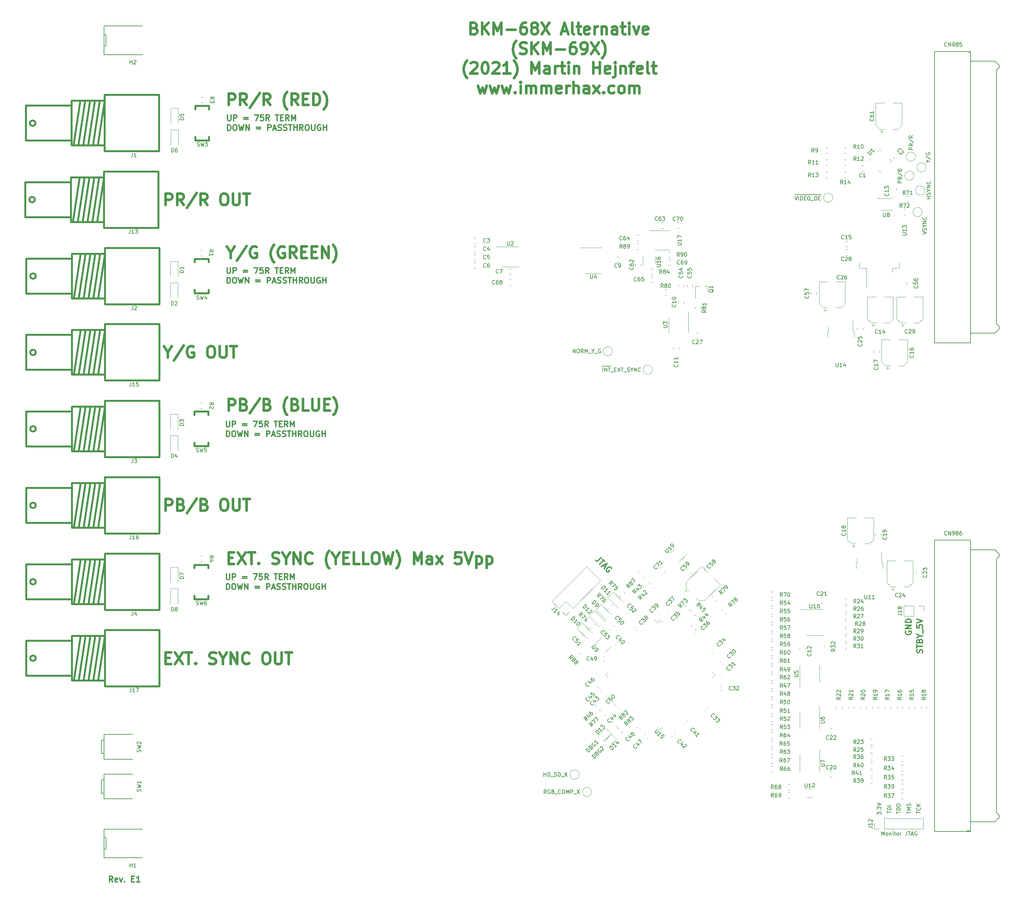
<source format=gbr>
%TF.GenerationSoftware,KiCad,Pcbnew,5.1.10-88a1d61d58~88~ubuntu20.04.1*%
%TF.CreationDate,2021-08-21T21:03:30+02:00*%
%TF.ProjectId,bkm-68x-simple,626b6d2d-3638-4782-9d73-696d706c652e,D*%
%TF.SameCoordinates,Original*%
%TF.FileFunction,Legend,Top*%
%TF.FilePolarity,Positive*%
%FSLAX46Y46*%
G04 Gerber Fmt 4.6, Leading zero omitted, Abs format (unit mm)*
G04 Created by KiCad (PCBNEW 5.1.10-88a1d61d58~88~ubuntu20.04.1) date 2021-08-21 21:03:30*
%MOMM*%
%LPD*%
G01*
G04 APERTURE LIST*
%ADD10C,0.150000*%
%ADD11C,0.300000*%
%ADD12C,0.650000*%
%ADD13C,0.200000*%
%ADD14C,0.120000*%
%ADD15C,0.500000*%
G04 APERTURE END LIST*
D10*
X167134090Y-242006380D02*
X166800757Y-241530190D01*
X166562661Y-242006380D02*
X166562661Y-241006380D01*
X166943614Y-241006380D01*
X167038852Y-241054000D01*
X167086471Y-241101619D01*
X167134090Y-241196857D01*
X167134090Y-241339714D01*
X167086471Y-241434952D01*
X167038852Y-241482571D01*
X166943614Y-241530190D01*
X166562661Y-241530190D01*
X168086471Y-241054000D02*
X167991233Y-241006380D01*
X167848376Y-241006380D01*
X167705519Y-241054000D01*
X167610280Y-241149238D01*
X167562661Y-241244476D01*
X167515042Y-241434952D01*
X167515042Y-241577809D01*
X167562661Y-241768285D01*
X167610280Y-241863523D01*
X167705519Y-241958761D01*
X167848376Y-242006380D01*
X167943614Y-242006380D01*
X168086471Y-241958761D01*
X168134090Y-241911142D01*
X168134090Y-241577809D01*
X167943614Y-241577809D01*
X168895995Y-241482571D02*
X169038852Y-241530190D01*
X169086471Y-241577809D01*
X169134090Y-241673047D01*
X169134090Y-241815904D01*
X169086471Y-241911142D01*
X169038852Y-241958761D01*
X168943614Y-242006380D01*
X168562661Y-242006380D01*
X168562661Y-241006380D01*
X168895995Y-241006380D01*
X168991233Y-241054000D01*
X169038852Y-241101619D01*
X169086471Y-241196857D01*
X169086471Y-241292095D01*
X169038852Y-241387333D01*
X168991233Y-241434952D01*
X168895995Y-241482571D01*
X168562661Y-241482571D01*
X169324566Y-242101619D02*
X170086471Y-242101619D01*
X170895995Y-241911142D02*
X170848376Y-241958761D01*
X170705519Y-242006380D01*
X170610280Y-242006380D01*
X170467423Y-241958761D01*
X170372185Y-241863523D01*
X170324566Y-241768285D01*
X170276947Y-241577809D01*
X170276947Y-241434952D01*
X170324566Y-241244476D01*
X170372185Y-241149238D01*
X170467423Y-241054000D01*
X170610280Y-241006380D01*
X170705519Y-241006380D01*
X170848376Y-241054000D01*
X170895995Y-241101619D01*
X171515042Y-241006380D02*
X171705519Y-241006380D01*
X171800757Y-241054000D01*
X171895995Y-241149238D01*
X171943614Y-241339714D01*
X171943614Y-241673047D01*
X171895995Y-241863523D01*
X171800757Y-241958761D01*
X171705519Y-242006380D01*
X171515042Y-242006380D01*
X171419804Y-241958761D01*
X171324566Y-241863523D01*
X171276947Y-241673047D01*
X171276947Y-241339714D01*
X171324566Y-241149238D01*
X171419804Y-241054000D01*
X171515042Y-241006380D01*
X172372185Y-242006380D02*
X172372185Y-241006380D01*
X172705519Y-241720666D01*
X173038852Y-241006380D01*
X173038852Y-242006380D01*
X173515042Y-242006380D02*
X173515042Y-241006380D01*
X173895995Y-241006380D01*
X173991233Y-241054000D01*
X174038852Y-241101619D01*
X174086471Y-241196857D01*
X174086471Y-241339714D01*
X174038852Y-241434952D01*
X173991233Y-241482571D01*
X173895995Y-241530190D01*
X173515042Y-241530190D01*
X174276947Y-242101619D02*
X175038852Y-242101619D01*
X175181709Y-241006380D02*
X175848376Y-242006380D01*
X175848376Y-241006380D02*
X175181709Y-242006380D01*
X166494200Y-237459780D02*
X166494200Y-236459780D01*
X166494200Y-236935971D02*
X167065628Y-236935971D01*
X167065628Y-237459780D02*
X167065628Y-236459780D01*
X167541819Y-237459780D02*
X167541819Y-236459780D01*
X167779914Y-236459780D01*
X167922771Y-236507400D01*
X168018009Y-236602638D01*
X168065628Y-236697876D01*
X168113247Y-236888352D01*
X168113247Y-237031209D01*
X168065628Y-237221685D01*
X168018009Y-237316923D01*
X167922771Y-237412161D01*
X167779914Y-237459780D01*
X167541819Y-237459780D01*
X168303723Y-237555019D02*
X169065628Y-237555019D01*
X169256104Y-237412161D02*
X169398961Y-237459780D01*
X169637057Y-237459780D01*
X169732295Y-237412161D01*
X169779914Y-237364542D01*
X169827533Y-237269304D01*
X169827533Y-237174066D01*
X169779914Y-237078828D01*
X169732295Y-237031209D01*
X169637057Y-236983590D01*
X169446580Y-236935971D01*
X169351342Y-236888352D01*
X169303723Y-236840733D01*
X169256104Y-236745495D01*
X169256104Y-236650257D01*
X169303723Y-236555019D01*
X169351342Y-236507400D01*
X169446580Y-236459780D01*
X169684676Y-236459780D01*
X169827533Y-236507400D01*
X170256104Y-237459780D02*
X170256104Y-236459780D01*
X170494200Y-236459780D01*
X170637057Y-236507400D01*
X170732295Y-236602638D01*
X170779914Y-236697876D01*
X170827533Y-236888352D01*
X170827533Y-237031209D01*
X170779914Y-237221685D01*
X170732295Y-237316923D01*
X170637057Y-237412161D01*
X170494200Y-237459780D01*
X170256104Y-237459780D01*
X171018009Y-237555019D02*
X171779914Y-237555019D01*
X171922771Y-236459780D02*
X172589438Y-237459780D01*
X172589438Y-236459780D02*
X171922771Y-237459780D01*
X174139671Y-126741180D02*
X174139671Y-125741180D01*
X174711100Y-126741180D01*
X174711100Y-125741180D01*
X175377766Y-125741180D02*
X175568242Y-125741180D01*
X175663480Y-125788800D01*
X175758719Y-125884038D01*
X175806338Y-126074514D01*
X175806338Y-126407847D01*
X175758719Y-126598323D01*
X175663480Y-126693561D01*
X175568242Y-126741180D01*
X175377766Y-126741180D01*
X175282528Y-126693561D01*
X175187290Y-126598323D01*
X175139671Y-126407847D01*
X175139671Y-126074514D01*
X175187290Y-125884038D01*
X175282528Y-125788800D01*
X175377766Y-125741180D01*
X176806338Y-126741180D02*
X176473004Y-126264990D01*
X176234909Y-126741180D02*
X176234909Y-125741180D01*
X176615861Y-125741180D01*
X176711100Y-125788800D01*
X176758719Y-125836419D01*
X176806338Y-125931657D01*
X176806338Y-126074514D01*
X176758719Y-126169752D01*
X176711100Y-126217371D01*
X176615861Y-126264990D01*
X176234909Y-126264990D01*
X177234909Y-126741180D02*
X177234909Y-125741180D01*
X177568242Y-126455466D01*
X177901576Y-125741180D01*
X177901576Y-126741180D01*
X178139671Y-126836419D02*
X178901576Y-126836419D01*
X179330147Y-126264990D02*
X179330147Y-126741180D01*
X178996814Y-125741180D02*
X179330147Y-126264990D01*
X179663480Y-125741180D01*
X179758719Y-126836419D02*
X180520623Y-126836419D01*
X181282528Y-125788800D02*
X181187290Y-125741180D01*
X181044433Y-125741180D01*
X180901576Y-125788800D01*
X180806338Y-125884038D01*
X180758719Y-125979276D01*
X180711100Y-126169752D01*
X180711100Y-126312609D01*
X180758719Y-126503085D01*
X180806338Y-126598323D01*
X180901576Y-126693561D01*
X181044433Y-126741180D01*
X181139671Y-126741180D01*
X181282528Y-126693561D01*
X181330147Y-126645942D01*
X181330147Y-126312609D01*
X181139671Y-126312609D01*
D11*
X265338642Y-205171928D02*
X265410071Y-204957642D01*
X265410071Y-204600500D01*
X265338642Y-204457642D01*
X265267214Y-204386214D01*
X265124357Y-204314785D01*
X264981500Y-204314785D01*
X264838642Y-204386214D01*
X264767214Y-204457642D01*
X264695785Y-204600500D01*
X264624357Y-204886214D01*
X264552928Y-205029071D01*
X264481500Y-205100500D01*
X264338642Y-205171928D01*
X264195785Y-205171928D01*
X264052928Y-205100500D01*
X263981500Y-205029071D01*
X263910071Y-204886214D01*
X263910071Y-204529071D01*
X263981500Y-204314785D01*
X263910071Y-203886214D02*
X263910071Y-203029071D01*
X265410071Y-203457642D02*
X263910071Y-203457642D01*
X264624357Y-202029071D02*
X264695785Y-201814785D01*
X264767214Y-201743357D01*
X264910071Y-201671928D01*
X265124357Y-201671928D01*
X265267214Y-201743357D01*
X265338642Y-201814785D01*
X265410071Y-201957642D01*
X265410071Y-202529071D01*
X263910071Y-202529071D01*
X263910071Y-202029071D01*
X263981500Y-201886214D01*
X264052928Y-201814785D01*
X264195785Y-201743357D01*
X264338642Y-201743357D01*
X264481500Y-201814785D01*
X264552928Y-201886214D01*
X264624357Y-202029071D01*
X264624357Y-202529071D01*
X264695785Y-200743357D02*
X265410071Y-200743357D01*
X263910071Y-201243357D02*
X264695785Y-200743357D01*
X263910071Y-200243357D01*
X265552928Y-200100500D02*
X265552928Y-198957642D01*
X263910071Y-197886214D02*
X263910071Y-198600500D01*
X264624357Y-198671928D01*
X264552928Y-198600500D01*
X264481500Y-198457642D01*
X264481500Y-198100500D01*
X264552928Y-197957642D01*
X264624357Y-197886214D01*
X264767214Y-197814785D01*
X265124357Y-197814785D01*
X265267214Y-197886214D01*
X265338642Y-197957642D01*
X265410071Y-198100500D01*
X265410071Y-198457642D01*
X265338642Y-198600500D01*
X265267214Y-198671928D01*
X263910071Y-197386214D02*
X265410071Y-196886214D01*
X263910071Y-196386214D01*
X261060500Y-199516857D02*
X260989071Y-199659714D01*
X260989071Y-199874000D01*
X261060500Y-200088285D01*
X261203357Y-200231142D01*
X261346214Y-200302571D01*
X261631928Y-200374000D01*
X261846214Y-200374000D01*
X262131928Y-200302571D01*
X262274785Y-200231142D01*
X262417642Y-200088285D01*
X262489071Y-199874000D01*
X262489071Y-199731142D01*
X262417642Y-199516857D01*
X262346214Y-199445428D01*
X261846214Y-199445428D01*
X261846214Y-199731142D01*
X262489071Y-198802571D02*
X260989071Y-198802571D01*
X262489071Y-197945428D01*
X260989071Y-197945428D01*
X262489071Y-197231142D02*
X260989071Y-197231142D01*
X260989071Y-196874000D01*
X261060500Y-196659714D01*
X261203357Y-196516857D01*
X261346214Y-196445428D01*
X261631928Y-196374000D01*
X261846214Y-196374000D01*
X262131928Y-196445428D01*
X262274785Y-196516857D01*
X262417642Y-196659714D01*
X262489071Y-196874000D01*
X262489071Y-197231142D01*
D10*
X179761062Y-232765100D02*
X179053955Y-232057993D01*
X179222314Y-231889635D01*
X179357001Y-231822291D01*
X179491688Y-231822291D01*
X179592703Y-231855963D01*
X179761062Y-231956978D01*
X179862077Y-232057993D01*
X179963093Y-232226352D01*
X179996764Y-232327367D01*
X179996764Y-232462054D01*
X179929421Y-232596741D01*
X179761062Y-232765100D01*
X180333482Y-231451902D02*
X180468169Y-231384558D01*
X180535512Y-231384558D01*
X180636528Y-231418230D01*
X180737543Y-231519245D01*
X180771215Y-231620261D01*
X180771215Y-231687604D01*
X180737543Y-231788619D01*
X180468169Y-232057993D01*
X179761062Y-231350887D01*
X179996764Y-231115184D01*
X180097780Y-231081512D01*
X180165123Y-231081512D01*
X180266138Y-231115184D01*
X180333482Y-231182528D01*
X180367154Y-231283543D01*
X180367154Y-231350887D01*
X180333482Y-231451902D01*
X180097780Y-231687604D01*
X180872230Y-230307062D02*
X180771215Y-230340734D01*
X180670200Y-230441749D01*
X180602856Y-230576436D01*
X180602856Y-230711123D01*
X180636528Y-230812138D01*
X180737543Y-230980497D01*
X180838558Y-231081512D01*
X181006917Y-231182528D01*
X181107932Y-231216200D01*
X181242619Y-231216200D01*
X181377306Y-231148856D01*
X181444650Y-231081512D01*
X181511993Y-230946825D01*
X181511993Y-230879482D01*
X181276291Y-230643780D01*
X181141604Y-230778467D01*
X181208948Y-230037688D02*
X181208948Y-229970345D01*
X181242619Y-229869329D01*
X181410978Y-229700971D01*
X181511993Y-229667299D01*
X181579337Y-229667299D01*
X181680352Y-229700971D01*
X181747696Y-229768314D01*
X181815039Y-229903001D01*
X181815039Y-230711123D01*
X182252772Y-230273390D01*
X178237062Y-231139500D02*
X177529955Y-230432393D01*
X177698314Y-230264035D01*
X177833001Y-230196691D01*
X177967688Y-230196691D01*
X178068703Y-230230363D01*
X178237062Y-230331378D01*
X178338077Y-230432393D01*
X178439093Y-230600752D01*
X178472764Y-230701767D01*
X178472764Y-230836454D01*
X178405421Y-230971141D01*
X178237062Y-231139500D01*
X178809482Y-229826302D02*
X178944169Y-229758958D01*
X179011512Y-229758958D01*
X179112528Y-229792630D01*
X179213543Y-229893645D01*
X179247215Y-229994661D01*
X179247215Y-230062004D01*
X179213543Y-230163019D01*
X178944169Y-230432393D01*
X178237062Y-229725287D01*
X178472764Y-229489584D01*
X178573780Y-229455912D01*
X178641123Y-229455912D01*
X178742138Y-229489584D01*
X178809482Y-229556928D01*
X178843154Y-229657943D01*
X178843154Y-229725287D01*
X178809482Y-229826302D01*
X178573780Y-230062004D01*
X179348230Y-228681462D02*
X179247215Y-228715134D01*
X179146200Y-228816149D01*
X179078856Y-228950836D01*
X179078856Y-229085523D01*
X179112528Y-229186538D01*
X179213543Y-229354897D01*
X179314558Y-229455912D01*
X179482917Y-229556928D01*
X179583932Y-229590600D01*
X179718619Y-229590600D01*
X179853306Y-229523256D01*
X179920650Y-229455912D01*
X179987993Y-229321225D01*
X179987993Y-229253882D01*
X179752291Y-229018180D01*
X179617604Y-229152867D01*
X180728772Y-228647790D02*
X180324711Y-229051851D01*
X180526741Y-228849821D02*
X179819635Y-228142714D01*
X179853306Y-228311073D01*
X179853306Y-228445760D01*
X179819635Y-228546775D01*
D11*
X83546642Y-184530071D02*
X83546642Y-185744357D01*
X83618071Y-185887214D01*
X83689500Y-185958642D01*
X83832357Y-186030071D01*
X84118071Y-186030071D01*
X84260928Y-185958642D01*
X84332357Y-185887214D01*
X84403785Y-185744357D01*
X84403785Y-184530071D01*
X85118071Y-186030071D02*
X85118071Y-184530071D01*
X85689500Y-184530071D01*
X85832357Y-184601500D01*
X85903785Y-184672928D01*
X85975214Y-184815785D01*
X85975214Y-185030071D01*
X85903785Y-185172928D01*
X85832357Y-185244357D01*
X85689500Y-185315785D01*
X85118071Y-185315785D01*
X87760928Y-185244357D02*
X88903785Y-185244357D01*
X88903785Y-185672928D02*
X87760928Y-185672928D01*
X90618071Y-184530071D02*
X91618071Y-184530071D01*
X90975214Y-186030071D01*
X92903785Y-184530071D02*
X92189500Y-184530071D01*
X92118071Y-185244357D01*
X92189500Y-185172928D01*
X92332357Y-185101500D01*
X92689500Y-185101500D01*
X92832357Y-185172928D01*
X92903785Y-185244357D01*
X92975214Y-185387214D01*
X92975214Y-185744357D01*
X92903785Y-185887214D01*
X92832357Y-185958642D01*
X92689500Y-186030071D01*
X92332357Y-186030071D01*
X92189500Y-185958642D01*
X92118071Y-185887214D01*
X94475214Y-186030071D02*
X93975214Y-185315785D01*
X93618071Y-186030071D02*
X93618071Y-184530071D01*
X94189500Y-184530071D01*
X94332357Y-184601500D01*
X94403785Y-184672928D01*
X94475214Y-184815785D01*
X94475214Y-185030071D01*
X94403785Y-185172928D01*
X94332357Y-185244357D01*
X94189500Y-185315785D01*
X93618071Y-185315785D01*
X96046642Y-184530071D02*
X96903785Y-184530071D01*
X96475214Y-186030071D02*
X96475214Y-184530071D01*
X97403785Y-185244357D02*
X97903785Y-185244357D01*
X98118071Y-186030071D02*
X97403785Y-186030071D01*
X97403785Y-184530071D01*
X98118071Y-184530071D01*
X99618071Y-186030071D02*
X99118071Y-185315785D01*
X98760928Y-186030071D02*
X98760928Y-184530071D01*
X99332357Y-184530071D01*
X99475214Y-184601500D01*
X99546642Y-184672928D01*
X99618071Y-184815785D01*
X99618071Y-185030071D01*
X99546642Y-185172928D01*
X99475214Y-185244357D01*
X99332357Y-185315785D01*
X98760928Y-185315785D01*
X100260928Y-186030071D02*
X100260928Y-184530071D01*
X100760928Y-185601500D01*
X101260928Y-184530071D01*
X101260928Y-186030071D01*
X83546642Y-188580071D02*
X83546642Y-187080071D01*
X83903785Y-187080071D01*
X84118071Y-187151500D01*
X84260928Y-187294357D01*
X84332357Y-187437214D01*
X84403785Y-187722928D01*
X84403785Y-187937214D01*
X84332357Y-188222928D01*
X84260928Y-188365785D01*
X84118071Y-188508642D01*
X83903785Y-188580071D01*
X83546642Y-188580071D01*
X85332357Y-187080071D02*
X85618071Y-187080071D01*
X85760928Y-187151500D01*
X85903785Y-187294357D01*
X85975214Y-187580071D01*
X85975214Y-188080071D01*
X85903785Y-188365785D01*
X85760928Y-188508642D01*
X85618071Y-188580071D01*
X85332357Y-188580071D01*
X85189500Y-188508642D01*
X85046642Y-188365785D01*
X84975214Y-188080071D01*
X84975214Y-187580071D01*
X85046642Y-187294357D01*
X85189500Y-187151500D01*
X85332357Y-187080071D01*
X86475214Y-187080071D02*
X86832357Y-188580071D01*
X87118071Y-187508642D01*
X87403785Y-188580071D01*
X87760928Y-187080071D01*
X88332357Y-188580071D02*
X88332357Y-187080071D01*
X89189500Y-188580071D01*
X89189500Y-187080071D01*
X91046642Y-187794357D02*
X92189500Y-187794357D01*
X92189500Y-188222928D02*
X91046642Y-188222928D01*
X94046642Y-188580071D02*
X94046642Y-187080071D01*
X94618071Y-187080071D01*
X94760928Y-187151500D01*
X94832357Y-187222928D01*
X94903785Y-187365785D01*
X94903785Y-187580071D01*
X94832357Y-187722928D01*
X94760928Y-187794357D01*
X94618071Y-187865785D01*
X94046642Y-187865785D01*
X95475214Y-188151500D02*
X96189500Y-188151500D01*
X95332357Y-188580071D02*
X95832357Y-187080071D01*
X96332357Y-188580071D01*
X96760928Y-188508642D02*
X96975214Y-188580071D01*
X97332357Y-188580071D01*
X97475214Y-188508642D01*
X97546642Y-188437214D01*
X97618071Y-188294357D01*
X97618071Y-188151500D01*
X97546642Y-188008642D01*
X97475214Y-187937214D01*
X97332357Y-187865785D01*
X97046642Y-187794357D01*
X96903785Y-187722928D01*
X96832357Y-187651500D01*
X96760928Y-187508642D01*
X96760928Y-187365785D01*
X96832357Y-187222928D01*
X96903785Y-187151500D01*
X97046642Y-187080071D01*
X97403785Y-187080071D01*
X97618071Y-187151500D01*
X98189500Y-188508642D02*
X98403785Y-188580071D01*
X98760928Y-188580071D01*
X98903785Y-188508642D01*
X98975214Y-188437214D01*
X99046642Y-188294357D01*
X99046642Y-188151500D01*
X98975214Y-188008642D01*
X98903785Y-187937214D01*
X98760928Y-187865785D01*
X98475214Y-187794357D01*
X98332357Y-187722928D01*
X98260928Y-187651500D01*
X98189500Y-187508642D01*
X98189500Y-187365785D01*
X98260928Y-187222928D01*
X98332357Y-187151500D01*
X98475214Y-187080071D01*
X98832357Y-187080071D01*
X99046642Y-187151500D01*
X99475214Y-187080071D02*
X100332357Y-187080071D01*
X99903785Y-188580071D02*
X99903785Y-187080071D01*
X100832357Y-188580071D02*
X100832357Y-187080071D01*
X100832357Y-187794357D02*
X101689500Y-187794357D01*
X101689500Y-188580071D02*
X101689500Y-187080071D01*
X103260928Y-188580071D02*
X102760928Y-187865785D01*
X102403785Y-188580071D02*
X102403785Y-187080071D01*
X102975214Y-187080071D01*
X103118071Y-187151500D01*
X103189500Y-187222928D01*
X103260928Y-187365785D01*
X103260928Y-187580071D01*
X103189500Y-187722928D01*
X103118071Y-187794357D01*
X102975214Y-187865785D01*
X102403785Y-187865785D01*
X104189500Y-187080071D02*
X104475214Y-187080071D01*
X104618071Y-187151500D01*
X104760928Y-187294357D01*
X104832357Y-187580071D01*
X104832357Y-188080071D01*
X104760928Y-188365785D01*
X104618071Y-188508642D01*
X104475214Y-188580071D01*
X104189500Y-188580071D01*
X104046642Y-188508642D01*
X103903785Y-188365785D01*
X103832357Y-188080071D01*
X103832357Y-187580071D01*
X103903785Y-187294357D01*
X104046642Y-187151500D01*
X104189500Y-187080071D01*
X105475214Y-187080071D02*
X105475214Y-188294357D01*
X105546642Y-188437214D01*
X105618071Y-188508642D01*
X105760928Y-188580071D01*
X106046642Y-188580071D01*
X106189500Y-188508642D01*
X106260928Y-188437214D01*
X106332357Y-188294357D01*
X106332357Y-187080071D01*
X107832357Y-187151500D02*
X107689500Y-187080071D01*
X107475214Y-187080071D01*
X107260928Y-187151500D01*
X107118071Y-187294357D01*
X107046642Y-187437214D01*
X106975214Y-187722928D01*
X106975214Y-187937214D01*
X107046642Y-188222928D01*
X107118071Y-188365785D01*
X107260928Y-188508642D01*
X107475214Y-188580071D01*
X107618071Y-188580071D01*
X107832357Y-188508642D01*
X107903785Y-188437214D01*
X107903785Y-187937214D01*
X107618071Y-187937214D01*
X108546642Y-188580071D02*
X108546642Y-187080071D01*
X108546642Y-187794357D02*
X109403785Y-187794357D01*
X109403785Y-188580071D02*
X109403785Y-187080071D01*
X83546642Y-144588571D02*
X83546642Y-145802857D01*
X83618071Y-145945714D01*
X83689500Y-146017142D01*
X83832357Y-146088571D01*
X84118071Y-146088571D01*
X84260928Y-146017142D01*
X84332357Y-145945714D01*
X84403785Y-145802857D01*
X84403785Y-144588571D01*
X85118071Y-146088571D02*
X85118071Y-144588571D01*
X85689500Y-144588571D01*
X85832357Y-144660000D01*
X85903785Y-144731428D01*
X85975214Y-144874285D01*
X85975214Y-145088571D01*
X85903785Y-145231428D01*
X85832357Y-145302857D01*
X85689500Y-145374285D01*
X85118071Y-145374285D01*
X87760928Y-145302857D02*
X88903785Y-145302857D01*
X88903785Y-145731428D02*
X87760928Y-145731428D01*
X90618071Y-144588571D02*
X91618071Y-144588571D01*
X90975214Y-146088571D01*
X92903785Y-144588571D02*
X92189500Y-144588571D01*
X92118071Y-145302857D01*
X92189500Y-145231428D01*
X92332357Y-145160000D01*
X92689500Y-145160000D01*
X92832357Y-145231428D01*
X92903785Y-145302857D01*
X92975214Y-145445714D01*
X92975214Y-145802857D01*
X92903785Y-145945714D01*
X92832357Y-146017142D01*
X92689500Y-146088571D01*
X92332357Y-146088571D01*
X92189500Y-146017142D01*
X92118071Y-145945714D01*
X94475214Y-146088571D02*
X93975214Y-145374285D01*
X93618071Y-146088571D02*
X93618071Y-144588571D01*
X94189500Y-144588571D01*
X94332357Y-144660000D01*
X94403785Y-144731428D01*
X94475214Y-144874285D01*
X94475214Y-145088571D01*
X94403785Y-145231428D01*
X94332357Y-145302857D01*
X94189500Y-145374285D01*
X93618071Y-145374285D01*
X96046642Y-144588571D02*
X96903785Y-144588571D01*
X96475214Y-146088571D02*
X96475214Y-144588571D01*
X97403785Y-145302857D02*
X97903785Y-145302857D01*
X98118071Y-146088571D02*
X97403785Y-146088571D01*
X97403785Y-144588571D01*
X98118071Y-144588571D01*
X99618071Y-146088571D02*
X99118071Y-145374285D01*
X98760928Y-146088571D02*
X98760928Y-144588571D01*
X99332357Y-144588571D01*
X99475214Y-144660000D01*
X99546642Y-144731428D01*
X99618071Y-144874285D01*
X99618071Y-145088571D01*
X99546642Y-145231428D01*
X99475214Y-145302857D01*
X99332357Y-145374285D01*
X98760928Y-145374285D01*
X100260928Y-146088571D02*
X100260928Y-144588571D01*
X100760928Y-145660000D01*
X101260928Y-144588571D01*
X101260928Y-146088571D01*
X83546642Y-148638571D02*
X83546642Y-147138571D01*
X83903785Y-147138571D01*
X84118071Y-147210000D01*
X84260928Y-147352857D01*
X84332357Y-147495714D01*
X84403785Y-147781428D01*
X84403785Y-147995714D01*
X84332357Y-148281428D01*
X84260928Y-148424285D01*
X84118071Y-148567142D01*
X83903785Y-148638571D01*
X83546642Y-148638571D01*
X85332357Y-147138571D02*
X85618071Y-147138571D01*
X85760928Y-147210000D01*
X85903785Y-147352857D01*
X85975214Y-147638571D01*
X85975214Y-148138571D01*
X85903785Y-148424285D01*
X85760928Y-148567142D01*
X85618071Y-148638571D01*
X85332357Y-148638571D01*
X85189500Y-148567142D01*
X85046642Y-148424285D01*
X84975214Y-148138571D01*
X84975214Y-147638571D01*
X85046642Y-147352857D01*
X85189500Y-147210000D01*
X85332357Y-147138571D01*
X86475214Y-147138571D02*
X86832357Y-148638571D01*
X87118071Y-147567142D01*
X87403785Y-148638571D01*
X87760928Y-147138571D01*
X88332357Y-148638571D02*
X88332357Y-147138571D01*
X89189500Y-148638571D01*
X89189500Y-147138571D01*
X91046642Y-147852857D02*
X92189500Y-147852857D01*
X92189500Y-148281428D02*
X91046642Y-148281428D01*
X94046642Y-148638571D02*
X94046642Y-147138571D01*
X94618071Y-147138571D01*
X94760928Y-147210000D01*
X94832357Y-147281428D01*
X94903785Y-147424285D01*
X94903785Y-147638571D01*
X94832357Y-147781428D01*
X94760928Y-147852857D01*
X94618071Y-147924285D01*
X94046642Y-147924285D01*
X95475214Y-148210000D02*
X96189500Y-148210000D01*
X95332357Y-148638571D02*
X95832357Y-147138571D01*
X96332357Y-148638571D01*
X96760928Y-148567142D02*
X96975214Y-148638571D01*
X97332357Y-148638571D01*
X97475214Y-148567142D01*
X97546642Y-148495714D01*
X97618071Y-148352857D01*
X97618071Y-148210000D01*
X97546642Y-148067142D01*
X97475214Y-147995714D01*
X97332357Y-147924285D01*
X97046642Y-147852857D01*
X96903785Y-147781428D01*
X96832357Y-147710000D01*
X96760928Y-147567142D01*
X96760928Y-147424285D01*
X96832357Y-147281428D01*
X96903785Y-147210000D01*
X97046642Y-147138571D01*
X97403785Y-147138571D01*
X97618071Y-147210000D01*
X98189500Y-148567142D02*
X98403785Y-148638571D01*
X98760928Y-148638571D01*
X98903785Y-148567142D01*
X98975214Y-148495714D01*
X99046642Y-148352857D01*
X99046642Y-148210000D01*
X98975214Y-148067142D01*
X98903785Y-147995714D01*
X98760928Y-147924285D01*
X98475214Y-147852857D01*
X98332357Y-147781428D01*
X98260928Y-147710000D01*
X98189500Y-147567142D01*
X98189500Y-147424285D01*
X98260928Y-147281428D01*
X98332357Y-147210000D01*
X98475214Y-147138571D01*
X98832357Y-147138571D01*
X99046642Y-147210000D01*
X99475214Y-147138571D02*
X100332357Y-147138571D01*
X99903785Y-148638571D02*
X99903785Y-147138571D01*
X100832357Y-148638571D02*
X100832357Y-147138571D01*
X100832357Y-147852857D02*
X101689500Y-147852857D01*
X101689500Y-148638571D02*
X101689500Y-147138571D01*
X103260928Y-148638571D02*
X102760928Y-147924285D01*
X102403785Y-148638571D02*
X102403785Y-147138571D01*
X102975214Y-147138571D01*
X103118071Y-147210000D01*
X103189500Y-147281428D01*
X103260928Y-147424285D01*
X103260928Y-147638571D01*
X103189500Y-147781428D01*
X103118071Y-147852857D01*
X102975214Y-147924285D01*
X102403785Y-147924285D01*
X104189500Y-147138571D02*
X104475214Y-147138571D01*
X104618071Y-147210000D01*
X104760928Y-147352857D01*
X104832357Y-147638571D01*
X104832357Y-148138571D01*
X104760928Y-148424285D01*
X104618071Y-148567142D01*
X104475214Y-148638571D01*
X104189500Y-148638571D01*
X104046642Y-148567142D01*
X103903785Y-148424285D01*
X103832357Y-148138571D01*
X103832357Y-147638571D01*
X103903785Y-147352857D01*
X104046642Y-147210000D01*
X104189500Y-147138571D01*
X105475214Y-147138571D02*
X105475214Y-148352857D01*
X105546642Y-148495714D01*
X105618071Y-148567142D01*
X105760928Y-148638571D01*
X106046642Y-148638571D01*
X106189500Y-148567142D01*
X106260928Y-148495714D01*
X106332357Y-148352857D01*
X106332357Y-147138571D01*
X107832357Y-147210000D02*
X107689500Y-147138571D01*
X107475214Y-147138571D01*
X107260928Y-147210000D01*
X107118071Y-147352857D01*
X107046642Y-147495714D01*
X106975214Y-147781428D01*
X106975214Y-147995714D01*
X107046642Y-148281428D01*
X107118071Y-148424285D01*
X107260928Y-148567142D01*
X107475214Y-148638571D01*
X107618071Y-148638571D01*
X107832357Y-148567142D01*
X107903785Y-148495714D01*
X107903785Y-147995714D01*
X107618071Y-147995714D01*
X108546642Y-148638571D02*
X108546642Y-147138571D01*
X108546642Y-147852857D02*
X109403785Y-147852857D01*
X109403785Y-148638571D02*
X109403785Y-147138571D01*
X83737142Y-104456571D02*
X83737142Y-105670857D01*
X83808571Y-105813714D01*
X83880000Y-105885142D01*
X84022857Y-105956571D01*
X84308571Y-105956571D01*
X84451428Y-105885142D01*
X84522857Y-105813714D01*
X84594285Y-105670857D01*
X84594285Y-104456571D01*
X85308571Y-105956571D02*
X85308571Y-104456571D01*
X85880000Y-104456571D01*
X86022857Y-104528000D01*
X86094285Y-104599428D01*
X86165714Y-104742285D01*
X86165714Y-104956571D01*
X86094285Y-105099428D01*
X86022857Y-105170857D01*
X85880000Y-105242285D01*
X85308571Y-105242285D01*
X87951428Y-105170857D02*
X89094285Y-105170857D01*
X89094285Y-105599428D02*
X87951428Y-105599428D01*
X90808571Y-104456571D02*
X91808571Y-104456571D01*
X91165714Y-105956571D01*
X93094285Y-104456571D02*
X92380000Y-104456571D01*
X92308571Y-105170857D01*
X92380000Y-105099428D01*
X92522857Y-105028000D01*
X92880000Y-105028000D01*
X93022857Y-105099428D01*
X93094285Y-105170857D01*
X93165714Y-105313714D01*
X93165714Y-105670857D01*
X93094285Y-105813714D01*
X93022857Y-105885142D01*
X92880000Y-105956571D01*
X92522857Y-105956571D01*
X92380000Y-105885142D01*
X92308571Y-105813714D01*
X94665714Y-105956571D02*
X94165714Y-105242285D01*
X93808571Y-105956571D02*
X93808571Y-104456571D01*
X94380000Y-104456571D01*
X94522857Y-104528000D01*
X94594285Y-104599428D01*
X94665714Y-104742285D01*
X94665714Y-104956571D01*
X94594285Y-105099428D01*
X94522857Y-105170857D01*
X94380000Y-105242285D01*
X93808571Y-105242285D01*
X96237142Y-104456571D02*
X97094285Y-104456571D01*
X96665714Y-105956571D02*
X96665714Y-104456571D01*
X97594285Y-105170857D02*
X98094285Y-105170857D01*
X98308571Y-105956571D02*
X97594285Y-105956571D01*
X97594285Y-104456571D01*
X98308571Y-104456571D01*
X99808571Y-105956571D02*
X99308571Y-105242285D01*
X98951428Y-105956571D02*
X98951428Y-104456571D01*
X99522857Y-104456571D01*
X99665714Y-104528000D01*
X99737142Y-104599428D01*
X99808571Y-104742285D01*
X99808571Y-104956571D01*
X99737142Y-105099428D01*
X99665714Y-105170857D01*
X99522857Y-105242285D01*
X98951428Y-105242285D01*
X100451428Y-105956571D02*
X100451428Y-104456571D01*
X100951428Y-105528000D01*
X101451428Y-104456571D01*
X101451428Y-105956571D01*
X83737142Y-108506571D02*
X83737142Y-107006571D01*
X84094285Y-107006571D01*
X84308571Y-107078000D01*
X84451428Y-107220857D01*
X84522857Y-107363714D01*
X84594285Y-107649428D01*
X84594285Y-107863714D01*
X84522857Y-108149428D01*
X84451428Y-108292285D01*
X84308571Y-108435142D01*
X84094285Y-108506571D01*
X83737142Y-108506571D01*
X85522857Y-107006571D02*
X85808571Y-107006571D01*
X85951428Y-107078000D01*
X86094285Y-107220857D01*
X86165714Y-107506571D01*
X86165714Y-108006571D01*
X86094285Y-108292285D01*
X85951428Y-108435142D01*
X85808571Y-108506571D01*
X85522857Y-108506571D01*
X85380000Y-108435142D01*
X85237142Y-108292285D01*
X85165714Y-108006571D01*
X85165714Y-107506571D01*
X85237142Y-107220857D01*
X85380000Y-107078000D01*
X85522857Y-107006571D01*
X86665714Y-107006571D02*
X87022857Y-108506571D01*
X87308571Y-107435142D01*
X87594285Y-108506571D01*
X87951428Y-107006571D01*
X88522857Y-108506571D02*
X88522857Y-107006571D01*
X89380000Y-108506571D01*
X89380000Y-107006571D01*
X91237142Y-107720857D02*
X92380000Y-107720857D01*
X92380000Y-108149428D02*
X91237142Y-108149428D01*
X94237142Y-108506571D02*
X94237142Y-107006571D01*
X94808571Y-107006571D01*
X94951428Y-107078000D01*
X95022857Y-107149428D01*
X95094285Y-107292285D01*
X95094285Y-107506571D01*
X95022857Y-107649428D01*
X94951428Y-107720857D01*
X94808571Y-107792285D01*
X94237142Y-107792285D01*
X95665714Y-108078000D02*
X96380000Y-108078000D01*
X95522857Y-108506571D02*
X96022857Y-107006571D01*
X96522857Y-108506571D01*
X96951428Y-108435142D02*
X97165714Y-108506571D01*
X97522857Y-108506571D01*
X97665714Y-108435142D01*
X97737142Y-108363714D01*
X97808571Y-108220857D01*
X97808571Y-108078000D01*
X97737142Y-107935142D01*
X97665714Y-107863714D01*
X97522857Y-107792285D01*
X97237142Y-107720857D01*
X97094285Y-107649428D01*
X97022857Y-107578000D01*
X96951428Y-107435142D01*
X96951428Y-107292285D01*
X97022857Y-107149428D01*
X97094285Y-107078000D01*
X97237142Y-107006571D01*
X97594285Y-107006571D01*
X97808571Y-107078000D01*
X98380000Y-108435142D02*
X98594285Y-108506571D01*
X98951428Y-108506571D01*
X99094285Y-108435142D01*
X99165714Y-108363714D01*
X99237142Y-108220857D01*
X99237142Y-108078000D01*
X99165714Y-107935142D01*
X99094285Y-107863714D01*
X98951428Y-107792285D01*
X98665714Y-107720857D01*
X98522857Y-107649428D01*
X98451428Y-107578000D01*
X98380000Y-107435142D01*
X98380000Y-107292285D01*
X98451428Y-107149428D01*
X98522857Y-107078000D01*
X98665714Y-107006571D01*
X99022857Y-107006571D01*
X99237142Y-107078000D01*
X99665714Y-107006571D02*
X100522857Y-107006571D01*
X100094285Y-108506571D02*
X100094285Y-107006571D01*
X101022857Y-108506571D02*
X101022857Y-107006571D01*
X101022857Y-107720857D02*
X101880000Y-107720857D01*
X101880000Y-108506571D02*
X101880000Y-107006571D01*
X103451428Y-108506571D02*
X102951428Y-107792285D01*
X102594285Y-108506571D02*
X102594285Y-107006571D01*
X103165714Y-107006571D01*
X103308571Y-107078000D01*
X103380000Y-107149428D01*
X103451428Y-107292285D01*
X103451428Y-107506571D01*
X103380000Y-107649428D01*
X103308571Y-107720857D01*
X103165714Y-107792285D01*
X102594285Y-107792285D01*
X104380000Y-107006571D02*
X104665714Y-107006571D01*
X104808571Y-107078000D01*
X104951428Y-107220857D01*
X105022857Y-107506571D01*
X105022857Y-108006571D01*
X104951428Y-108292285D01*
X104808571Y-108435142D01*
X104665714Y-108506571D01*
X104380000Y-108506571D01*
X104237142Y-108435142D01*
X104094285Y-108292285D01*
X104022857Y-108006571D01*
X104022857Y-107506571D01*
X104094285Y-107220857D01*
X104237142Y-107078000D01*
X104380000Y-107006571D01*
X105665714Y-107006571D02*
X105665714Y-108220857D01*
X105737142Y-108363714D01*
X105808571Y-108435142D01*
X105951428Y-108506571D01*
X106237142Y-108506571D01*
X106380000Y-108435142D01*
X106451428Y-108363714D01*
X106522857Y-108220857D01*
X106522857Y-107006571D01*
X108022857Y-107078000D02*
X107880000Y-107006571D01*
X107665714Y-107006571D01*
X107451428Y-107078000D01*
X107308571Y-107220857D01*
X107237142Y-107363714D01*
X107165714Y-107649428D01*
X107165714Y-107863714D01*
X107237142Y-108149428D01*
X107308571Y-108292285D01*
X107451428Y-108435142D01*
X107665714Y-108506571D01*
X107808571Y-108506571D01*
X108022857Y-108435142D01*
X108094285Y-108363714D01*
X108094285Y-107863714D01*
X107808571Y-107863714D01*
X108737142Y-108506571D02*
X108737142Y-107006571D01*
X108737142Y-107720857D02*
X109594285Y-107720857D01*
X109594285Y-108506571D02*
X109594285Y-107006571D01*
D12*
X67684785Y-88098142D02*
X67684785Y-85098142D01*
X68827642Y-85098142D01*
X69113357Y-85241000D01*
X69256214Y-85383857D01*
X69399071Y-85669571D01*
X69399071Y-86098142D01*
X69256214Y-86383857D01*
X69113357Y-86526714D01*
X68827642Y-86669571D01*
X67684785Y-86669571D01*
X72399071Y-88098142D02*
X71399071Y-86669571D01*
X70684785Y-88098142D02*
X70684785Y-85098142D01*
X71827642Y-85098142D01*
X72113357Y-85241000D01*
X72256214Y-85383857D01*
X72399071Y-85669571D01*
X72399071Y-86098142D01*
X72256214Y-86383857D01*
X72113357Y-86526714D01*
X71827642Y-86669571D01*
X70684785Y-86669571D01*
X75827642Y-84955285D02*
X73256214Y-88812428D01*
X78541928Y-88098142D02*
X77541928Y-86669571D01*
X76827642Y-88098142D02*
X76827642Y-85098142D01*
X77970500Y-85098142D01*
X78256214Y-85241000D01*
X78399071Y-85383857D01*
X78541928Y-85669571D01*
X78541928Y-86098142D01*
X78399071Y-86383857D01*
X78256214Y-86526714D01*
X77970500Y-86669571D01*
X76827642Y-86669571D01*
X82684785Y-85098142D02*
X83256214Y-85098142D01*
X83541928Y-85241000D01*
X83827642Y-85526714D01*
X83970500Y-86098142D01*
X83970500Y-87098142D01*
X83827642Y-87669571D01*
X83541928Y-87955285D01*
X83256214Y-88098142D01*
X82684785Y-88098142D01*
X82399071Y-87955285D01*
X82113357Y-87669571D01*
X81970500Y-87098142D01*
X81970500Y-86098142D01*
X82113357Y-85526714D01*
X82399071Y-85241000D01*
X82684785Y-85098142D01*
X85256214Y-85098142D02*
X85256214Y-87526714D01*
X85399071Y-87812428D01*
X85541928Y-87955285D01*
X85827642Y-88098142D01*
X86399071Y-88098142D01*
X86684785Y-87955285D01*
X86827642Y-87812428D01*
X86970500Y-87526714D01*
X86970500Y-85098142D01*
X87970500Y-85098142D02*
X89684785Y-85098142D01*
X88827642Y-88098142D02*
X88827642Y-85098142D01*
D11*
X83864142Y-64515071D02*
X83864142Y-65729357D01*
X83935571Y-65872214D01*
X84007000Y-65943642D01*
X84149857Y-66015071D01*
X84435571Y-66015071D01*
X84578428Y-65943642D01*
X84649857Y-65872214D01*
X84721285Y-65729357D01*
X84721285Y-64515071D01*
X85435571Y-66015071D02*
X85435571Y-64515071D01*
X86007000Y-64515071D01*
X86149857Y-64586500D01*
X86221285Y-64657928D01*
X86292714Y-64800785D01*
X86292714Y-65015071D01*
X86221285Y-65157928D01*
X86149857Y-65229357D01*
X86007000Y-65300785D01*
X85435571Y-65300785D01*
X88078428Y-65229357D02*
X89221285Y-65229357D01*
X89221285Y-65657928D02*
X88078428Y-65657928D01*
X90935571Y-64515071D02*
X91935571Y-64515071D01*
X91292714Y-66015071D01*
X93221285Y-64515071D02*
X92507000Y-64515071D01*
X92435571Y-65229357D01*
X92507000Y-65157928D01*
X92649857Y-65086500D01*
X93007000Y-65086500D01*
X93149857Y-65157928D01*
X93221285Y-65229357D01*
X93292714Y-65372214D01*
X93292714Y-65729357D01*
X93221285Y-65872214D01*
X93149857Y-65943642D01*
X93007000Y-66015071D01*
X92649857Y-66015071D01*
X92507000Y-65943642D01*
X92435571Y-65872214D01*
X94792714Y-66015071D02*
X94292714Y-65300785D01*
X93935571Y-66015071D02*
X93935571Y-64515071D01*
X94507000Y-64515071D01*
X94649857Y-64586500D01*
X94721285Y-64657928D01*
X94792714Y-64800785D01*
X94792714Y-65015071D01*
X94721285Y-65157928D01*
X94649857Y-65229357D01*
X94507000Y-65300785D01*
X93935571Y-65300785D01*
X96364142Y-64515071D02*
X97221285Y-64515071D01*
X96792714Y-66015071D02*
X96792714Y-64515071D01*
X97721285Y-65229357D02*
X98221285Y-65229357D01*
X98435571Y-66015071D02*
X97721285Y-66015071D01*
X97721285Y-64515071D01*
X98435571Y-64515071D01*
X99935571Y-66015071D02*
X99435571Y-65300785D01*
X99078428Y-66015071D02*
X99078428Y-64515071D01*
X99649857Y-64515071D01*
X99792714Y-64586500D01*
X99864142Y-64657928D01*
X99935571Y-64800785D01*
X99935571Y-65015071D01*
X99864142Y-65157928D01*
X99792714Y-65229357D01*
X99649857Y-65300785D01*
X99078428Y-65300785D01*
X100578428Y-66015071D02*
X100578428Y-64515071D01*
X101078428Y-65586500D01*
X101578428Y-64515071D01*
X101578428Y-66015071D01*
X83864142Y-68565071D02*
X83864142Y-67065071D01*
X84221285Y-67065071D01*
X84435571Y-67136500D01*
X84578428Y-67279357D01*
X84649857Y-67422214D01*
X84721285Y-67707928D01*
X84721285Y-67922214D01*
X84649857Y-68207928D01*
X84578428Y-68350785D01*
X84435571Y-68493642D01*
X84221285Y-68565071D01*
X83864142Y-68565071D01*
X85649857Y-67065071D02*
X85935571Y-67065071D01*
X86078428Y-67136500D01*
X86221285Y-67279357D01*
X86292714Y-67565071D01*
X86292714Y-68065071D01*
X86221285Y-68350785D01*
X86078428Y-68493642D01*
X85935571Y-68565071D01*
X85649857Y-68565071D01*
X85507000Y-68493642D01*
X85364142Y-68350785D01*
X85292714Y-68065071D01*
X85292714Y-67565071D01*
X85364142Y-67279357D01*
X85507000Y-67136500D01*
X85649857Y-67065071D01*
X86792714Y-67065071D02*
X87149857Y-68565071D01*
X87435571Y-67493642D01*
X87721285Y-68565071D01*
X88078428Y-67065071D01*
X88649857Y-68565071D02*
X88649857Y-67065071D01*
X89507000Y-68565071D01*
X89507000Y-67065071D01*
X91364142Y-67779357D02*
X92507000Y-67779357D01*
X92507000Y-68207928D02*
X91364142Y-68207928D01*
X94364142Y-68565071D02*
X94364142Y-67065071D01*
X94935571Y-67065071D01*
X95078428Y-67136500D01*
X95149857Y-67207928D01*
X95221285Y-67350785D01*
X95221285Y-67565071D01*
X95149857Y-67707928D01*
X95078428Y-67779357D01*
X94935571Y-67850785D01*
X94364142Y-67850785D01*
X95792714Y-68136500D02*
X96507000Y-68136500D01*
X95649857Y-68565071D02*
X96149857Y-67065071D01*
X96649857Y-68565071D01*
X97078428Y-68493642D02*
X97292714Y-68565071D01*
X97649857Y-68565071D01*
X97792714Y-68493642D01*
X97864142Y-68422214D01*
X97935571Y-68279357D01*
X97935571Y-68136500D01*
X97864142Y-67993642D01*
X97792714Y-67922214D01*
X97649857Y-67850785D01*
X97364142Y-67779357D01*
X97221285Y-67707928D01*
X97149857Y-67636500D01*
X97078428Y-67493642D01*
X97078428Y-67350785D01*
X97149857Y-67207928D01*
X97221285Y-67136500D01*
X97364142Y-67065071D01*
X97721285Y-67065071D01*
X97935571Y-67136500D01*
X98507000Y-68493642D02*
X98721285Y-68565071D01*
X99078428Y-68565071D01*
X99221285Y-68493642D01*
X99292714Y-68422214D01*
X99364142Y-68279357D01*
X99364142Y-68136500D01*
X99292714Y-67993642D01*
X99221285Y-67922214D01*
X99078428Y-67850785D01*
X98792714Y-67779357D01*
X98649857Y-67707928D01*
X98578428Y-67636500D01*
X98507000Y-67493642D01*
X98507000Y-67350785D01*
X98578428Y-67207928D01*
X98649857Y-67136500D01*
X98792714Y-67065071D01*
X99149857Y-67065071D01*
X99364142Y-67136500D01*
X99792714Y-67065071D02*
X100649857Y-67065071D01*
X100221285Y-68565071D02*
X100221285Y-67065071D01*
X101149857Y-68565071D02*
X101149857Y-67065071D01*
X101149857Y-67779357D02*
X102007000Y-67779357D01*
X102007000Y-68565071D02*
X102007000Y-67065071D01*
X103578428Y-68565071D02*
X103078428Y-67850785D01*
X102721285Y-68565071D02*
X102721285Y-67065071D01*
X103292714Y-67065071D01*
X103435571Y-67136500D01*
X103507000Y-67207928D01*
X103578428Y-67350785D01*
X103578428Y-67565071D01*
X103507000Y-67707928D01*
X103435571Y-67779357D01*
X103292714Y-67850785D01*
X102721285Y-67850785D01*
X104507000Y-67065071D02*
X104792714Y-67065071D01*
X104935571Y-67136500D01*
X105078428Y-67279357D01*
X105149857Y-67565071D01*
X105149857Y-68065071D01*
X105078428Y-68350785D01*
X104935571Y-68493642D01*
X104792714Y-68565071D01*
X104507000Y-68565071D01*
X104364142Y-68493642D01*
X104221285Y-68350785D01*
X104149857Y-68065071D01*
X104149857Y-67565071D01*
X104221285Y-67279357D01*
X104364142Y-67136500D01*
X104507000Y-67065071D01*
X105792714Y-67065071D02*
X105792714Y-68279357D01*
X105864142Y-68422214D01*
X105935571Y-68493642D01*
X106078428Y-68565071D01*
X106364142Y-68565071D01*
X106507000Y-68493642D01*
X106578428Y-68422214D01*
X106649857Y-68279357D01*
X106649857Y-67065071D01*
X108149857Y-67136500D02*
X108007000Y-67065071D01*
X107792714Y-67065071D01*
X107578428Y-67136500D01*
X107435571Y-67279357D01*
X107364142Y-67422214D01*
X107292714Y-67707928D01*
X107292714Y-67922214D01*
X107364142Y-68207928D01*
X107435571Y-68350785D01*
X107578428Y-68493642D01*
X107792714Y-68565071D01*
X107935571Y-68565071D01*
X108149857Y-68493642D01*
X108221285Y-68422214D01*
X108221285Y-67922214D01*
X107935571Y-67922214D01*
X108864142Y-68565071D02*
X108864142Y-67065071D01*
X108864142Y-67779357D02*
X109721285Y-67779357D01*
X109721285Y-68565071D02*
X109721285Y-67065071D01*
D12*
X67684785Y-206541714D02*
X68684785Y-206541714D01*
X69113357Y-208113142D02*
X67684785Y-208113142D01*
X67684785Y-205113142D01*
X69113357Y-205113142D01*
X70113357Y-205113142D02*
X72113357Y-208113142D01*
X72113357Y-205113142D02*
X70113357Y-208113142D01*
X72827642Y-205113142D02*
X74541928Y-205113142D01*
X73684785Y-208113142D02*
X73684785Y-205113142D01*
X75541928Y-207827428D02*
X75684785Y-207970285D01*
X75541928Y-208113142D01*
X75399071Y-207970285D01*
X75541928Y-207827428D01*
X75541928Y-208113142D01*
X79113357Y-207970285D02*
X79541928Y-208113142D01*
X80256214Y-208113142D01*
X80541928Y-207970285D01*
X80684785Y-207827428D01*
X80827642Y-207541714D01*
X80827642Y-207256000D01*
X80684785Y-206970285D01*
X80541928Y-206827428D01*
X80256214Y-206684571D01*
X79684785Y-206541714D01*
X79399071Y-206398857D01*
X79256214Y-206256000D01*
X79113357Y-205970285D01*
X79113357Y-205684571D01*
X79256214Y-205398857D01*
X79399071Y-205256000D01*
X79684785Y-205113142D01*
X80399071Y-205113142D01*
X80827642Y-205256000D01*
X82684785Y-206684571D02*
X82684785Y-208113142D01*
X81684785Y-205113142D02*
X82684785Y-206684571D01*
X83684785Y-205113142D01*
X84684785Y-208113142D02*
X84684785Y-205113142D01*
X86399071Y-208113142D01*
X86399071Y-205113142D01*
X89541928Y-207827428D02*
X89399071Y-207970285D01*
X88970500Y-208113142D01*
X88684785Y-208113142D01*
X88256214Y-207970285D01*
X87970500Y-207684571D01*
X87827642Y-207398857D01*
X87684785Y-206827428D01*
X87684785Y-206398857D01*
X87827642Y-205827428D01*
X87970500Y-205541714D01*
X88256214Y-205256000D01*
X88684785Y-205113142D01*
X88970500Y-205113142D01*
X89399071Y-205256000D01*
X89541928Y-205398857D01*
X93684785Y-205113142D02*
X94256214Y-205113142D01*
X94541928Y-205256000D01*
X94827642Y-205541714D01*
X94970500Y-206113142D01*
X94970500Y-207113142D01*
X94827642Y-207684571D01*
X94541928Y-207970285D01*
X94256214Y-208113142D01*
X93684785Y-208113142D01*
X93399071Y-207970285D01*
X93113357Y-207684571D01*
X92970500Y-207113142D01*
X92970500Y-206113142D01*
X93113357Y-205541714D01*
X93399071Y-205256000D01*
X93684785Y-205113142D01*
X96256214Y-205113142D02*
X96256214Y-207541714D01*
X96399071Y-207827428D01*
X96541928Y-207970285D01*
X96827642Y-208113142D01*
X97399071Y-208113142D01*
X97684785Y-207970285D01*
X97827642Y-207827428D01*
X97970500Y-207541714D01*
X97970500Y-205113142D01*
X98970500Y-205113142D02*
X100684785Y-205113142D01*
X99827642Y-208113142D02*
X99827642Y-205113142D01*
X67684785Y-167981142D02*
X67684785Y-164981142D01*
X68827642Y-164981142D01*
X69113357Y-165124000D01*
X69256214Y-165266857D01*
X69399071Y-165552571D01*
X69399071Y-165981142D01*
X69256214Y-166266857D01*
X69113357Y-166409714D01*
X68827642Y-166552571D01*
X67684785Y-166552571D01*
X71684785Y-166409714D02*
X72113357Y-166552571D01*
X72256214Y-166695428D01*
X72399071Y-166981142D01*
X72399071Y-167409714D01*
X72256214Y-167695428D01*
X72113357Y-167838285D01*
X71827642Y-167981142D01*
X70684785Y-167981142D01*
X70684785Y-164981142D01*
X71684785Y-164981142D01*
X71970500Y-165124000D01*
X72113357Y-165266857D01*
X72256214Y-165552571D01*
X72256214Y-165838285D01*
X72113357Y-166124000D01*
X71970500Y-166266857D01*
X71684785Y-166409714D01*
X70684785Y-166409714D01*
X75827642Y-164838285D02*
X73256214Y-168695428D01*
X77827642Y-166409714D02*
X78256214Y-166552571D01*
X78399071Y-166695428D01*
X78541928Y-166981142D01*
X78541928Y-167409714D01*
X78399071Y-167695428D01*
X78256214Y-167838285D01*
X77970500Y-167981142D01*
X76827642Y-167981142D01*
X76827642Y-164981142D01*
X77827642Y-164981142D01*
X78113357Y-165124000D01*
X78256214Y-165266857D01*
X78399071Y-165552571D01*
X78399071Y-165838285D01*
X78256214Y-166124000D01*
X78113357Y-166266857D01*
X77827642Y-166409714D01*
X76827642Y-166409714D01*
X82684785Y-164981142D02*
X83256214Y-164981142D01*
X83541928Y-165124000D01*
X83827642Y-165409714D01*
X83970500Y-165981142D01*
X83970500Y-166981142D01*
X83827642Y-167552571D01*
X83541928Y-167838285D01*
X83256214Y-167981142D01*
X82684785Y-167981142D01*
X82399071Y-167838285D01*
X82113357Y-167552571D01*
X81970500Y-166981142D01*
X81970500Y-165981142D01*
X82113357Y-165409714D01*
X82399071Y-165124000D01*
X82684785Y-164981142D01*
X85256214Y-164981142D02*
X85256214Y-167409714D01*
X85399071Y-167695428D01*
X85541928Y-167838285D01*
X85827642Y-167981142D01*
X86399071Y-167981142D01*
X86684785Y-167838285D01*
X86827642Y-167695428D01*
X86970500Y-167409714D01*
X86970500Y-164981142D01*
X87970500Y-164981142D02*
X89684785Y-164981142D01*
X88827642Y-167981142D02*
X88827642Y-164981142D01*
X68256214Y-126547571D02*
X68256214Y-127976142D01*
X67256214Y-124976142D02*
X68256214Y-126547571D01*
X69256214Y-124976142D01*
X72399071Y-124833285D02*
X69827642Y-128690428D01*
X74970500Y-125119000D02*
X74684785Y-124976142D01*
X74256214Y-124976142D01*
X73827642Y-125119000D01*
X73541928Y-125404714D01*
X73399071Y-125690428D01*
X73256214Y-126261857D01*
X73256214Y-126690428D01*
X73399071Y-127261857D01*
X73541928Y-127547571D01*
X73827642Y-127833285D01*
X74256214Y-127976142D01*
X74541928Y-127976142D01*
X74970500Y-127833285D01*
X75113357Y-127690428D01*
X75113357Y-126690428D01*
X74541928Y-126690428D01*
X79256214Y-124976142D02*
X79827642Y-124976142D01*
X80113357Y-125119000D01*
X80399071Y-125404714D01*
X80541928Y-125976142D01*
X80541928Y-126976142D01*
X80399071Y-127547571D01*
X80113357Y-127833285D01*
X79827642Y-127976142D01*
X79256214Y-127976142D01*
X78970500Y-127833285D01*
X78684785Y-127547571D01*
X78541928Y-126976142D01*
X78541928Y-125976142D01*
X78684785Y-125404714D01*
X78970500Y-125119000D01*
X79256214Y-124976142D01*
X81827642Y-124976142D02*
X81827642Y-127404714D01*
X81970500Y-127690428D01*
X82113357Y-127833285D01*
X82399071Y-127976142D01*
X82970500Y-127976142D01*
X83256214Y-127833285D01*
X83399071Y-127690428D01*
X83541928Y-127404714D01*
X83541928Y-124976142D01*
X84541928Y-124976142D02*
X86256214Y-124976142D01*
X85399071Y-127976142D02*
X85399071Y-124976142D01*
D11*
X181461400Y-180299725D02*
X180703786Y-181057339D01*
X180501755Y-181158355D01*
X180299725Y-181158355D01*
X180097694Y-181057339D01*
X179996679Y-180956324D01*
X181814954Y-180653278D02*
X182421045Y-181259370D01*
X181057339Y-182016984D02*
X182117999Y-180956324D01*
X181966477Y-182320030D02*
X182471553Y-182825106D01*
X181562416Y-182522061D02*
X182976629Y-181814954D01*
X182269522Y-183229167D01*
X184188812Y-183128152D02*
X184138305Y-182976629D01*
X183986782Y-182825106D01*
X183784751Y-182724091D01*
X183582721Y-182724091D01*
X183431198Y-182774599D01*
X183178660Y-182926122D01*
X183027137Y-183077644D01*
X182875614Y-183330183D01*
X182825106Y-183481705D01*
X182825106Y-183683736D01*
X182926122Y-183885766D01*
X183027137Y-183986782D01*
X183229167Y-184087797D01*
X183330183Y-184087797D01*
X183683736Y-183734244D01*
X183481705Y-183532213D01*
D12*
X84131285Y-180379714D02*
X85131285Y-180379714D01*
X85559857Y-181951142D02*
X84131285Y-181951142D01*
X84131285Y-178951142D01*
X85559857Y-178951142D01*
X86559857Y-178951142D02*
X88559857Y-181951142D01*
X88559857Y-178951142D02*
X86559857Y-181951142D01*
X89274142Y-178951142D02*
X90988428Y-178951142D01*
X90131285Y-181951142D02*
X90131285Y-178951142D01*
X91988428Y-181665428D02*
X92131285Y-181808285D01*
X91988428Y-181951142D01*
X91845571Y-181808285D01*
X91988428Y-181665428D01*
X91988428Y-181951142D01*
X95559857Y-181808285D02*
X95988428Y-181951142D01*
X96702714Y-181951142D01*
X96988428Y-181808285D01*
X97131285Y-181665428D01*
X97274142Y-181379714D01*
X97274142Y-181094000D01*
X97131285Y-180808285D01*
X96988428Y-180665428D01*
X96702714Y-180522571D01*
X96131285Y-180379714D01*
X95845571Y-180236857D01*
X95702714Y-180094000D01*
X95559857Y-179808285D01*
X95559857Y-179522571D01*
X95702714Y-179236857D01*
X95845571Y-179094000D01*
X96131285Y-178951142D01*
X96845571Y-178951142D01*
X97274142Y-179094000D01*
X99131285Y-180522571D02*
X99131285Y-181951142D01*
X98131285Y-178951142D02*
X99131285Y-180522571D01*
X100131285Y-178951142D01*
X101131285Y-181951142D02*
X101131285Y-178951142D01*
X102845571Y-181951142D01*
X102845571Y-178951142D01*
X105988428Y-181665428D02*
X105845571Y-181808285D01*
X105417000Y-181951142D01*
X105131285Y-181951142D01*
X104702714Y-181808285D01*
X104417000Y-181522571D01*
X104274142Y-181236857D01*
X104131285Y-180665428D01*
X104131285Y-180236857D01*
X104274142Y-179665428D01*
X104417000Y-179379714D01*
X104702714Y-179094000D01*
X105131285Y-178951142D01*
X105417000Y-178951142D01*
X105845571Y-179094000D01*
X105988428Y-179236857D01*
X110417000Y-183094000D02*
X110274142Y-182951142D01*
X109988428Y-182522571D01*
X109845571Y-182236857D01*
X109702714Y-181808285D01*
X109559857Y-181094000D01*
X109559857Y-180522571D01*
X109702714Y-179808285D01*
X109845571Y-179379714D01*
X109988428Y-179094000D01*
X110274142Y-178665428D01*
X110417000Y-178522571D01*
X112131285Y-180522571D02*
X112131285Y-181951142D01*
X111131285Y-178951142D02*
X112131285Y-180522571D01*
X113131285Y-178951142D01*
X114131285Y-180379714D02*
X115131285Y-180379714D01*
X115559857Y-181951142D02*
X114131285Y-181951142D01*
X114131285Y-178951142D01*
X115559857Y-178951142D01*
X118274142Y-181951142D02*
X116845571Y-181951142D01*
X116845571Y-178951142D01*
X120702714Y-181951142D02*
X119274142Y-181951142D01*
X119274142Y-178951142D01*
X122274142Y-178951142D02*
X122845571Y-178951142D01*
X123131285Y-179094000D01*
X123416999Y-179379714D01*
X123559857Y-179951142D01*
X123559857Y-180951142D01*
X123416999Y-181522571D01*
X123131285Y-181808285D01*
X122845571Y-181951142D01*
X122274142Y-181951142D01*
X121988428Y-181808285D01*
X121702714Y-181522571D01*
X121559857Y-180951142D01*
X121559857Y-179951142D01*
X121702714Y-179379714D01*
X121988428Y-179094000D01*
X122274142Y-178951142D01*
X124559857Y-178951142D02*
X125274142Y-181951142D01*
X125845571Y-179808285D01*
X126416999Y-181951142D01*
X127131285Y-178951142D01*
X127988428Y-183094000D02*
X128131285Y-182951142D01*
X128416999Y-182522571D01*
X128559857Y-182236857D01*
X128702714Y-181808285D01*
X128845571Y-181094000D01*
X128845571Y-180522571D01*
X128702714Y-179808285D01*
X128559857Y-179379714D01*
X128416999Y-179094000D01*
X128131285Y-178665428D01*
X127988428Y-178522571D01*
X132559857Y-181951142D02*
X132559857Y-178951142D01*
X133559857Y-181094000D01*
X134559857Y-178951142D01*
X134559857Y-181951142D01*
X137274142Y-181951142D02*
X137274142Y-180379714D01*
X137131285Y-180094000D01*
X136845571Y-179951142D01*
X136274142Y-179951142D01*
X135988428Y-180094000D01*
X137274142Y-181808285D02*
X136988428Y-181951142D01*
X136274142Y-181951142D01*
X135988428Y-181808285D01*
X135845571Y-181522571D01*
X135845571Y-181236857D01*
X135988428Y-180951142D01*
X136274142Y-180808285D01*
X136988428Y-180808285D01*
X137274142Y-180665428D01*
X138416999Y-181951142D02*
X139988428Y-179951142D01*
X138416999Y-179951142D02*
X139988428Y-181951142D01*
X144845571Y-178951142D02*
X143416999Y-178951142D01*
X143274142Y-180379714D01*
X143416999Y-180236857D01*
X143702714Y-180094000D01*
X144416999Y-180094000D01*
X144702714Y-180236857D01*
X144845571Y-180379714D01*
X144988428Y-180665428D01*
X144988428Y-181379714D01*
X144845571Y-181665428D01*
X144702714Y-181808285D01*
X144416999Y-181951142D01*
X143702714Y-181951142D01*
X143416999Y-181808285D01*
X143274142Y-181665428D01*
X145845571Y-178951142D02*
X146845571Y-181951142D01*
X147845571Y-178951142D01*
X148845571Y-179951142D02*
X148845571Y-182951142D01*
X148845571Y-180094000D02*
X149131285Y-179951142D01*
X149702714Y-179951142D01*
X149988428Y-180094000D01*
X150131285Y-180236857D01*
X150274142Y-180522571D01*
X150274142Y-181379714D01*
X150131285Y-181665428D01*
X149988428Y-181808285D01*
X149702714Y-181951142D01*
X149131285Y-181951142D01*
X148845571Y-181808285D01*
X151559857Y-179951142D02*
X151559857Y-182951142D01*
X151559857Y-180094000D02*
X151845571Y-179951142D01*
X152416999Y-179951142D01*
X152702714Y-180094000D01*
X152845571Y-180236857D01*
X152988428Y-180522571D01*
X152988428Y-181379714D01*
X152845571Y-181665428D01*
X152702714Y-181808285D01*
X152416999Y-181951142D01*
X151845571Y-181951142D01*
X151559857Y-181808285D01*
X84131285Y-141819142D02*
X84131285Y-138819142D01*
X85274142Y-138819142D01*
X85559857Y-138962000D01*
X85702714Y-139104857D01*
X85845571Y-139390571D01*
X85845571Y-139819142D01*
X85702714Y-140104857D01*
X85559857Y-140247714D01*
X85274142Y-140390571D01*
X84131285Y-140390571D01*
X88131285Y-140247714D02*
X88559857Y-140390571D01*
X88702714Y-140533428D01*
X88845571Y-140819142D01*
X88845571Y-141247714D01*
X88702714Y-141533428D01*
X88559857Y-141676285D01*
X88274142Y-141819142D01*
X87131285Y-141819142D01*
X87131285Y-138819142D01*
X88131285Y-138819142D01*
X88417000Y-138962000D01*
X88559857Y-139104857D01*
X88702714Y-139390571D01*
X88702714Y-139676285D01*
X88559857Y-139962000D01*
X88417000Y-140104857D01*
X88131285Y-140247714D01*
X87131285Y-140247714D01*
X92274142Y-138676285D02*
X89702714Y-142533428D01*
X94274142Y-140247714D02*
X94702714Y-140390571D01*
X94845571Y-140533428D01*
X94988428Y-140819142D01*
X94988428Y-141247714D01*
X94845571Y-141533428D01*
X94702714Y-141676285D01*
X94417000Y-141819142D01*
X93274142Y-141819142D01*
X93274142Y-138819142D01*
X94274142Y-138819142D01*
X94559857Y-138962000D01*
X94702714Y-139104857D01*
X94845571Y-139390571D01*
X94845571Y-139676285D01*
X94702714Y-139962000D01*
X94559857Y-140104857D01*
X94274142Y-140247714D01*
X93274142Y-140247714D01*
X99417000Y-142962000D02*
X99274142Y-142819142D01*
X98988428Y-142390571D01*
X98845571Y-142104857D01*
X98702714Y-141676285D01*
X98559857Y-140962000D01*
X98559857Y-140390571D01*
X98702714Y-139676285D01*
X98845571Y-139247714D01*
X98988428Y-138962000D01*
X99274142Y-138533428D01*
X99417000Y-138390571D01*
X101559857Y-140247714D02*
X101988428Y-140390571D01*
X102131285Y-140533428D01*
X102274142Y-140819142D01*
X102274142Y-141247714D01*
X102131285Y-141533428D01*
X101988428Y-141676285D01*
X101702714Y-141819142D01*
X100559857Y-141819142D01*
X100559857Y-138819142D01*
X101559857Y-138819142D01*
X101845571Y-138962000D01*
X101988428Y-139104857D01*
X102131285Y-139390571D01*
X102131285Y-139676285D01*
X101988428Y-139962000D01*
X101845571Y-140104857D01*
X101559857Y-140247714D01*
X100559857Y-140247714D01*
X104988428Y-141819142D02*
X103559857Y-141819142D01*
X103559857Y-138819142D01*
X105988428Y-138819142D02*
X105988428Y-141247714D01*
X106131285Y-141533428D01*
X106274142Y-141676285D01*
X106559857Y-141819142D01*
X107131285Y-141819142D01*
X107417000Y-141676285D01*
X107559857Y-141533428D01*
X107702714Y-141247714D01*
X107702714Y-138819142D01*
X109131285Y-140247714D02*
X110131285Y-140247714D01*
X110559857Y-141819142D02*
X109131285Y-141819142D01*
X109131285Y-138819142D01*
X110559857Y-138819142D01*
X111559857Y-142962000D02*
X111702714Y-142819142D01*
X111988428Y-142390571D01*
X112131285Y-142104857D01*
X112274142Y-141676285D01*
X112417000Y-140962000D01*
X112417000Y-140390571D01*
X112274142Y-139676285D01*
X112131285Y-139247714D01*
X111988428Y-138962000D01*
X111702714Y-138533428D01*
X111559857Y-138390571D01*
X84702714Y-100512571D02*
X84702714Y-101941142D01*
X83702714Y-98941142D02*
X84702714Y-100512571D01*
X85702714Y-98941142D01*
X88845571Y-98798285D02*
X86274142Y-102655428D01*
X91417000Y-99084000D02*
X91131285Y-98941142D01*
X90702714Y-98941142D01*
X90274142Y-99084000D01*
X89988428Y-99369714D01*
X89845571Y-99655428D01*
X89702714Y-100226857D01*
X89702714Y-100655428D01*
X89845571Y-101226857D01*
X89988428Y-101512571D01*
X90274142Y-101798285D01*
X90702714Y-101941142D01*
X90988428Y-101941142D01*
X91417000Y-101798285D01*
X91559857Y-101655428D01*
X91559857Y-100655428D01*
X90988428Y-100655428D01*
X95988428Y-103084000D02*
X95845571Y-102941142D01*
X95559857Y-102512571D01*
X95417000Y-102226857D01*
X95274142Y-101798285D01*
X95131285Y-101084000D01*
X95131285Y-100512571D01*
X95274142Y-99798285D01*
X95417000Y-99369714D01*
X95559857Y-99084000D01*
X95845571Y-98655428D01*
X95988428Y-98512571D01*
X98702714Y-99084000D02*
X98417000Y-98941142D01*
X97988428Y-98941142D01*
X97559857Y-99084000D01*
X97274142Y-99369714D01*
X97131285Y-99655428D01*
X96988428Y-100226857D01*
X96988428Y-100655428D01*
X97131285Y-101226857D01*
X97274142Y-101512571D01*
X97559857Y-101798285D01*
X97988428Y-101941142D01*
X98274142Y-101941142D01*
X98702714Y-101798285D01*
X98845571Y-101655428D01*
X98845571Y-100655428D01*
X98274142Y-100655428D01*
X101845571Y-101941142D02*
X100845571Y-100512571D01*
X100131285Y-101941142D02*
X100131285Y-98941142D01*
X101274142Y-98941142D01*
X101559857Y-99084000D01*
X101702714Y-99226857D01*
X101845571Y-99512571D01*
X101845571Y-99941142D01*
X101702714Y-100226857D01*
X101559857Y-100369714D01*
X101274142Y-100512571D01*
X100131285Y-100512571D01*
X103131285Y-100369714D02*
X104131285Y-100369714D01*
X104559857Y-101941142D02*
X103131285Y-101941142D01*
X103131285Y-98941142D01*
X104559857Y-98941142D01*
X105845571Y-100369714D02*
X106845571Y-100369714D01*
X107274142Y-101941142D02*
X105845571Y-101941142D01*
X105845571Y-98941142D01*
X107274142Y-98941142D01*
X108559857Y-101941142D02*
X108559857Y-98941142D01*
X110274142Y-101941142D01*
X110274142Y-98941142D01*
X111417000Y-103084000D02*
X111559857Y-102941142D01*
X111845571Y-102512571D01*
X111988428Y-102226857D01*
X112131285Y-101798285D01*
X112274142Y-101084000D01*
X112274142Y-100512571D01*
X112131285Y-99798285D01*
X111988428Y-99369714D01*
X111845571Y-99084000D01*
X111559857Y-98655428D01*
X111417000Y-98512571D01*
X84131285Y-61936142D02*
X84131285Y-58936142D01*
X85274142Y-58936142D01*
X85559857Y-59079000D01*
X85702714Y-59221857D01*
X85845571Y-59507571D01*
X85845571Y-59936142D01*
X85702714Y-60221857D01*
X85559857Y-60364714D01*
X85274142Y-60507571D01*
X84131285Y-60507571D01*
X88845571Y-61936142D02*
X87845571Y-60507571D01*
X87131285Y-61936142D02*
X87131285Y-58936142D01*
X88274142Y-58936142D01*
X88559857Y-59079000D01*
X88702714Y-59221857D01*
X88845571Y-59507571D01*
X88845571Y-59936142D01*
X88702714Y-60221857D01*
X88559857Y-60364714D01*
X88274142Y-60507571D01*
X87131285Y-60507571D01*
X92274142Y-58793285D02*
X89702714Y-62650428D01*
X94988428Y-61936142D02*
X93988428Y-60507571D01*
X93274142Y-61936142D02*
X93274142Y-58936142D01*
X94417000Y-58936142D01*
X94702714Y-59079000D01*
X94845571Y-59221857D01*
X94988428Y-59507571D01*
X94988428Y-59936142D01*
X94845571Y-60221857D01*
X94702714Y-60364714D01*
X94417000Y-60507571D01*
X93274142Y-60507571D01*
X99417000Y-63079000D02*
X99274142Y-62936142D01*
X98988428Y-62507571D01*
X98845571Y-62221857D01*
X98702714Y-61793285D01*
X98559857Y-61079000D01*
X98559857Y-60507571D01*
X98702714Y-59793285D01*
X98845571Y-59364714D01*
X98988428Y-59079000D01*
X99274142Y-58650428D01*
X99417000Y-58507571D01*
X102274142Y-61936142D02*
X101274142Y-60507571D01*
X100559857Y-61936142D02*
X100559857Y-58936142D01*
X101702714Y-58936142D01*
X101988428Y-59079000D01*
X102131285Y-59221857D01*
X102274142Y-59507571D01*
X102274142Y-59936142D01*
X102131285Y-60221857D01*
X101988428Y-60364714D01*
X101702714Y-60507571D01*
X100559857Y-60507571D01*
X103559857Y-60364714D02*
X104559857Y-60364714D01*
X104988428Y-61936142D02*
X103559857Y-61936142D01*
X103559857Y-58936142D01*
X104988428Y-58936142D01*
X106274142Y-61936142D02*
X106274142Y-58936142D01*
X106988428Y-58936142D01*
X107417000Y-59079000D01*
X107702714Y-59364714D01*
X107845571Y-59650428D01*
X107988428Y-60221857D01*
X107988428Y-60650428D01*
X107845571Y-61221857D01*
X107702714Y-61507571D01*
X107417000Y-61793285D01*
X106988428Y-61936142D01*
X106274142Y-61936142D01*
X108988428Y-63079000D02*
X109131285Y-62936142D01*
X109417000Y-62507571D01*
X109559857Y-62221857D01*
X109702714Y-61793285D01*
X109845571Y-61079000D01*
X109845571Y-60507571D01*
X109702714Y-59793285D01*
X109559857Y-59364714D01*
X109417000Y-59079000D01*
X109131285Y-58650428D01*
X108988428Y-58507571D01*
D11*
X53868571Y-265078571D02*
X53368571Y-264364285D01*
X53011428Y-265078571D02*
X53011428Y-263578571D01*
X53582857Y-263578571D01*
X53725714Y-263650000D01*
X53797142Y-263721428D01*
X53868571Y-263864285D01*
X53868571Y-264078571D01*
X53797142Y-264221428D01*
X53725714Y-264292857D01*
X53582857Y-264364285D01*
X53011428Y-264364285D01*
X55082857Y-265007142D02*
X54940000Y-265078571D01*
X54654285Y-265078571D01*
X54511428Y-265007142D01*
X54440000Y-264864285D01*
X54440000Y-264292857D01*
X54511428Y-264150000D01*
X54654285Y-264078571D01*
X54940000Y-264078571D01*
X55082857Y-264150000D01*
X55154285Y-264292857D01*
X55154285Y-264435714D01*
X54440000Y-264578571D01*
X55654285Y-264078571D02*
X56011428Y-265078571D01*
X56368571Y-264078571D01*
X56940000Y-264935714D02*
X57011428Y-265007142D01*
X56940000Y-265078571D01*
X56868571Y-265007142D01*
X56940000Y-264935714D01*
X56940000Y-265078571D01*
X58797142Y-264292857D02*
X59297142Y-264292857D01*
X59511428Y-265078571D02*
X58797142Y-265078571D01*
X58797142Y-263578571D01*
X59511428Y-263578571D01*
X60940000Y-265078571D02*
X60082857Y-265078571D01*
X60511428Y-265078571D02*
X60511428Y-263578571D01*
X60368571Y-263792857D01*
X60225714Y-263935714D01*
X60082857Y-264007142D01*
D13*
X254755061Y-252902980D02*
X254755061Y-251902980D01*
X255088395Y-252617266D01*
X255421728Y-251902980D01*
X255421728Y-252902980D01*
X256040776Y-252902980D02*
X255945538Y-252855361D01*
X255897919Y-252807742D01*
X255850300Y-252712504D01*
X255850300Y-252426790D01*
X255897919Y-252331552D01*
X255945538Y-252283933D01*
X256040776Y-252236314D01*
X256183633Y-252236314D01*
X256278871Y-252283933D01*
X256326490Y-252331552D01*
X256374109Y-252426790D01*
X256374109Y-252712504D01*
X256326490Y-252807742D01*
X256278871Y-252855361D01*
X256183633Y-252902980D01*
X256040776Y-252902980D01*
X256802680Y-252236314D02*
X256802680Y-252902980D01*
X256802680Y-252331552D02*
X256850300Y-252283933D01*
X256945538Y-252236314D01*
X257088395Y-252236314D01*
X257183633Y-252283933D01*
X257231252Y-252379171D01*
X257231252Y-252902980D01*
X257707442Y-252902980D02*
X257707442Y-252236314D01*
X257707442Y-251902980D02*
X257659823Y-251950600D01*
X257707442Y-251998219D01*
X257755061Y-251950600D01*
X257707442Y-251902980D01*
X257707442Y-251998219D01*
X258040776Y-252236314D02*
X258421728Y-252236314D01*
X258183633Y-251902980D02*
X258183633Y-252760123D01*
X258231252Y-252855361D01*
X258326490Y-252902980D01*
X258421728Y-252902980D01*
X258897919Y-252902980D02*
X258802680Y-252855361D01*
X258755061Y-252807742D01*
X258707442Y-252712504D01*
X258707442Y-252426790D01*
X258755061Y-252331552D01*
X258802680Y-252283933D01*
X258897919Y-252236314D01*
X259040776Y-252236314D01*
X259136014Y-252283933D01*
X259183633Y-252331552D01*
X259231252Y-252426790D01*
X259231252Y-252712504D01*
X259183633Y-252807742D01*
X259136014Y-252855361D01*
X259040776Y-252902980D01*
X258897919Y-252902980D01*
X259659823Y-252902980D02*
X259659823Y-252236314D01*
X259659823Y-252426790D02*
X259707442Y-252331552D01*
X259755061Y-252283933D01*
X259850300Y-252236314D01*
X259945538Y-252236314D01*
X261326490Y-251902980D02*
X261326490Y-252617266D01*
X261278871Y-252760123D01*
X261183633Y-252855361D01*
X261040776Y-252902980D01*
X260945538Y-252902980D01*
X261659823Y-251902980D02*
X262231252Y-251902980D01*
X261945538Y-252902980D02*
X261945538Y-251902980D01*
X262516966Y-252617266D02*
X262993157Y-252617266D01*
X262421728Y-252902980D02*
X262755061Y-251902980D01*
X263088395Y-252902980D01*
X263945538Y-251950600D02*
X263850300Y-251902980D01*
X263707442Y-251902980D01*
X263564585Y-251950600D01*
X263469347Y-252045838D01*
X263421728Y-252141076D01*
X263374109Y-252331552D01*
X263374109Y-252474409D01*
X263421728Y-252664885D01*
X263469347Y-252760123D01*
X263564585Y-252855361D01*
X263707442Y-252902980D01*
X263802680Y-252902980D01*
X263945538Y-252855361D01*
X263993157Y-252807742D01*
X263993157Y-252474409D01*
X263802680Y-252474409D01*
X263869980Y-247170414D02*
X263869980Y-246598985D01*
X264869980Y-246884700D02*
X263869980Y-246884700D01*
X264774742Y-245694223D02*
X264822361Y-245741842D01*
X264869980Y-245884700D01*
X264869980Y-245979938D01*
X264822361Y-246122795D01*
X264727123Y-246218033D01*
X264631885Y-246265652D01*
X264441409Y-246313271D01*
X264298552Y-246313271D01*
X264108076Y-246265652D01*
X264012838Y-246218033D01*
X263917600Y-246122795D01*
X263869980Y-245979938D01*
X263869980Y-245884700D01*
X263917600Y-245741842D01*
X263965219Y-245694223D01*
X264869980Y-245265652D02*
X263869980Y-245265652D01*
X264869980Y-244694223D02*
X264298552Y-245122795D01*
X263869980Y-244694223D02*
X264441409Y-245265652D01*
X261355380Y-247205333D02*
X261355380Y-246633904D01*
X262355380Y-246919619D02*
X261355380Y-246919619D01*
X262355380Y-246300571D02*
X261355380Y-246300571D01*
X262069666Y-245967238D01*
X261355380Y-245633904D01*
X262355380Y-245633904D01*
X262307761Y-245205333D02*
X262355380Y-245062476D01*
X262355380Y-244824380D01*
X262307761Y-244729142D01*
X262260142Y-244681523D01*
X262164904Y-244633904D01*
X262069666Y-244633904D01*
X261974428Y-244681523D01*
X261926809Y-244729142D01*
X261879190Y-244824380D01*
X261831571Y-245014857D01*
X261783952Y-245110095D01*
X261736333Y-245157714D01*
X261641095Y-245205333D01*
X261545857Y-245205333D01*
X261450619Y-245157714D01*
X261403000Y-245110095D01*
X261355380Y-245014857D01*
X261355380Y-244776761D01*
X261403000Y-244633904D01*
X258637580Y-247206923D02*
X258637580Y-246635495D01*
X259637580Y-246921209D02*
X258637580Y-246921209D01*
X259637580Y-246302161D02*
X258637580Y-246302161D01*
X258637580Y-246064066D01*
X258685200Y-245921209D01*
X258780438Y-245825971D01*
X258875676Y-245778352D01*
X259066152Y-245730733D01*
X259209009Y-245730733D01*
X259399485Y-245778352D01*
X259494723Y-245825971D01*
X259589961Y-245921209D01*
X259637580Y-246064066D01*
X259637580Y-246302161D01*
X258637580Y-245111685D02*
X258637580Y-244921209D01*
X258685200Y-244825971D01*
X258780438Y-244730733D01*
X258970914Y-244683114D01*
X259304247Y-244683114D01*
X259494723Y-244730733D01*
X259589961Y-244825971D01*
X259637580Y-244921209D01*
X259637580Y-245111685D01*
X259589961Y-245206923D01*
X259494723Y-245302161D01*
X259304247Y-245349780D01*
X258970914Y-245349780D01*
X258780438Y-245302161D01*
X258685200Y-245206923D01*
X258637580Y-245111685D01*
X256199180Y-247073609D02*
X256199180Y-246502180D01*
X257199180Y-246787895D02*
X256199180Y-246787895D01*
X257199180Y-246168847D02*
X256199180Y-246168847D01*
X256199180Y-245930752D01*
X256246800Y-245787895D01*
X256342038Y-245692657D01*
X256437276Y-245645038D01*
X256627752Y-245597419D01*
X256770609Y-245597419D01*
X256961085Y-245645038D01*
X257056323Y-245692657D01*
X257151561Y-245787895D01*
X257199180Y-245930752D01*
X257199180Y-246168847D01*
X257199180Y-245168847D02*
X256199180Y-245168847D01*
D12*
X148354642Y-41844714D02*
X148783214Y-41987571D01*
X148926071Y-42130428D01*
X149068928Y-42416142D01*
X149068928Y-42844714D01*
X148926071Y-43130428D01*
X148783214Y-43273285D01*
X148497500Y-43416142D01*
X147354642Y-43416142D01*
X147354642Y-40416142D01*
X148354642Y-40416142D01*
X148640357Y-40559000D01*
X148783214Y-40701857D01*
X148926071Y-40987571D01*
X148926071Y-41273285D01*
X148783214Y-41559000D01*
X148640357Y-41701857D01*
X148354642Y-41844714D01*
X147354642Y-41844714D01*
X150354642Y-43416142D02*
X150354642Y-40416142D01*
X152068928Y-43416142D02*
X150783214Y-41701857D01*
X152068928Y-40416142D02*
X150354642Y-42130428D01*
X153354642Y-43416142D02*
X153354642Y-40416142D01*
X154354642Y-42559000D01*
X155354642Y-40416142D01*
X155354642Y-43416142D01*
X156783214Y-42273285D02*
X159068928Y-42273285D01*
X161783214Y-40416142D02*
X161211785Y-40416142D01*
X160926071Y-40559000D01*
X160783214Y-40701857D01*
X160497500Y-41130428D01*
X160354642Y-41701857D01*
X160354642Y-42844714D01*
X160497500Y-43130428D01*
X160640357Y-43273285D01*
X160926071Y-43416142D01*
X161497500Y-43416142D01*
X161783214Y-43273285D01*
X161926071Y-43130428D01*
X162068928Y-42844714D01*
X162068928Y-42130428D01*
X161926071Y-41844714D01*
X161783214Y-41701857D01*
X161497500Y-41559000D01*
X160926071Y-41559000D01*
X160640357Y-41701857D01*
X160497500Y-41844714D01*
X160354642Y-42130428D01*
X163783214Y-41701857D02*
X163497500Y-41559000D01*
X163354642Y-41416142D01*
X163211785Y-41130428D01*
X163211785Y-40987571D01*
X163354642Y-40701857D01*
X163497500Y-40559000D01*
X163783214Y-40416142D01*
X164354642Y-40416142D01*
X164640357Y-40559000D01*
X164783214Y-40701857D01*
X164926071Y-40987571D01*
X164926071Y-41130428D01*
X164783214Y-41416142D01*
X164640357Y-41559000D01*
X164354642Y-41701857D01*
X163783214Y-41701857D01*
X163497500Y-41844714D01*
X163354642Y-41987571D01*
X163211785Y-42273285D01*
X163211785Y-42844714D01*
X163354642Y-43130428D01*
X163497500Y-43273285D01*
X163783214Y-43416142D01*
X164354642Y-43416142D01*
X164640357Y-43273285D01*
X164783214Y-43130428D01*
X164926071Y-42844714D01*
X164926071Y-42273285D01*
X164783214Y-41987571D01*
X164640357Y-41844714D01*
X164354642Y-41701857D01*
X165926071Y-40416142D02*
X167926071Y-43416142D01*
X167926071Y-40416142D02*
X165926071Y-43416142D01*
X171211785Y-42559000D02*
X172640357Y-42559000D01*
X170926071Y-43416142D02*
X171926071Y-40416142D01*
X172926071Y-43416142D01*
X174354642Y-43416142D02*
X174068928Y-43273285D01*
X173926071Y-42987571D01*
X173926071Y-40416142D01*
X175068928Y-41416142D02*
X176211785Y-41416142D01*
X175497500Y-40416142D02*
X175497500Y-42987571D01*
X175640357Y-43273285D01*
X175926071Y-43416142D01*
X176211785Y-43416142D01*
X178354642Y-43273285D02*
X178068928Y-43416142D01*
X177497500Y-43416142D01*
X177211785Y-43273285D01*
X177068928Y-42987571D01*
X177068928Y-41844714D01*
X177211785Y-41559000D01*
X177497500Y-41416142D01*
X178068928Y-41416142D01*
X178354642Y-41559000D01*
X178497500Y-41844714D01*
X178497500Y-42130428D01*
X177068928Y-42416142D01*
X179783214Y-43416142D02*
X179783214Y-41416142D01*
X179783214Y-41987571D02*
X179926071Y-41701857D01*
X180068928Y-41559000D01*
X180354642Y-41416142D01*
X180640357Y-41416142D01*
X181640357Y-41416142D02*
X181640357Y-43416142D01*
X181640357Y-41701857D02*
X181783214Y-41559000D01*
X182068928Y-41416142D01*
X182497500Y-41416142D01*
X182783214Y-41559000D01*
X182926071Y-41844714D01*
X182926071Y-43416142D01*
X185640357Y-43416142D02*
X185640357Y-41844714D01*
X185497500Y-41559000D01*
X185211785Y-41416142D01*
X184640357Y-41416142D01*
X184354642Y-41559000D01*
X185640357Y-43273285D02*
X185354642Y-43416142D01*
X184640357Y-43416142D01*
X184354642Y-43273285D01*
X184211785Y-42987571D01*
X184211785Y-42701857D01*
X184354642Y-42416142D01*
X184640357Y-42273285D01*
X185354642Y-42273285D01*
X185640357Y-42130428D01*
X186640357Y-41416142D02*
X187783214Y-41416142D01*
X187068928Y-40416142D02*
X187068928Y-42987571D01*
X187211785Y-43273285D01*
X187497500Y-43416142D01*
X187783214Y-43416142D01*
X188783214Y-43416142D02*
X188783214Y-41416142D01*
X188783214Y-40416142D02*
X188640357Y-40559000D01*
X188783214Y-40701857D01*
X188926071Y-40559000D01*
X188783214Y-40416142D01*
X188783214Y-40701857D01*
X189926071Y-41416142D02*
X190640357Y-43416142D01*
X191354642Y-41416142D01*
X193640357Y-43273285D02*
X193354642Y-43416142D01*
X192783214Y-43416142D01*
X192497500Y-43273285D01*
X192354642Y-42987571D01*
X192354642Y-41844714D01*
X192497500Y-41559000D01*
X192783214Y-41416142D01*
X193354642Y-41416142D01*
X193640357Y-41559000D01*
X193783214Y-41844714D01*
X193783214Y-42130428D01*
X192354642Y-42416142D01*
X159283214Y-49709000D02*
X159140357Y-49566142D01*
X158854642Y-49137571D01*
X158711785Y-48851857D01*
X158568928Y-48423285D01*
X158426071Y-47709000D01*
X158426071Y-47137571D01*
X158568928Y-46423285D01*
X158711785Y-45994714D01*
X158854642Y-45709000D01*
X159140357Y-45280428D01*
X159283214Y-45137571D01*
X160283214Y-48423285D02*
X160711785Y-48566142D01*
X161426071Y-48566142D01*
X161711785Y-48423285D01*
X161854642Y-48280428D01*
X161997500Y-47994714D01*
X161997500Y-47709000D01*
X161854642Y-47423285D01*
X161711785Y-47280428D01*
X161426071Y-47137571D01*
X160854642Y-46994714D01*
X160568928Y-46851857D01*
X160426071Y-46709000D01*
X160283214Y-46423285D01*
X160283214Y-46137571D01*
X160426071Y-45851857D01*
X160568928Y-45709000D01*
X160854642Y-45566142D01*
X161568928Y-45566142D01*
X161997500Y-45709000D01*
X163283214Y-48566142D02*
X163283214Y-45566142D01*
X164997500Y-48566142D02*
X163711785Y-46851857D01*
X164997500Y-45566142D02*
X163283214Y-47280428D01*
X166283214Y-48566142D02*
X166283214Y-45566142D01*
X167283214Y-47709000D01*
X168283214Y-45566142D01*
X168283214Y-48566142D01*
X169711785Y-47423285D02*
X171997500Y-47423285D01*
X174711785Y-45566142D02*
X174140357Y-45566142D01*
X173854642Y-45709000D01*
X173711785Y-45851857D01*
X173426071Y-46280428D01*
X173283214Y-46851857D01*
X173283214Y-47994714D01*
X173426071Y-48280428D01*
X173568928Y-48423285D01*
X173854642Y-48566142D01*
X174426071Y-48566142D01*
X174711785Y-48423285D01*
X174854642Y-48280428D01*
X174997500Y-47994714D01*
X174997500Y-47280428D01*
X174854642Y-46994714D01*
X174711785Y-46851857D01*
X174426071Y-46709000D01*
X173854642Y-46709000D01*
X173568928Y-46851857D01*
X173426071Y-46994714D01*
X173283214Y-47280428D01*
X176426071Y-48566142D02*
X176997500Y-48566142D01*
X177283214Y-48423285D01*
X177426071Y-48280428D01*
X177711785Y-47851857D01*
X177854642Y-47280428D01*
X177854642Y-46137571D01*
X177711785Y-45851857D01*
X177568928Y-45709000D01*
X177283214Y-45566142D01*
X176711785Y-45566142D01*
X176426071Y-45709000D01*
X176283214Y-45851857D01*
X176140357Y-46137571D01*
X176140357Y-46851857D01*
X176283214Y-47137571D01*
X176426071Y-47280428D01*
X176711785Y-47423285D01*
X177283214Y-47423285D01*
X177568928Y-47280428D01*
X177711785Y-47137571D01*
X177854642Y-46851857D01*
X178854642Y-45566142D02*
X180854642Y-48566142D01*
X180854642Y-45566142D02*
X178854642Y-48566142D01*
X181711785Y-49709000D02*
X181854642Y-49566142D01*
X182140357Y-49137571D01*
X182283214Y-48851857D01*
X182426071Y-48423285D01*
X182568928Y-47709000D01*
X182568928Y-47137571D01*
X182426071Y-46423285D01*
X182283214Y-45994714D01*
X182140357Y-45709000D01*
X181854642Y-45280428D01*
X181711785Y-45137571D01*
X146426071Y-54859000D02*
X146283214Y-54716142D01*
X145997500Y-54287571D01*
X145854642Y-54001857D01*
X145711785Y-53573285D01*
X145568928Y-52859000D01*
X145568928Y-52287571D01*
X145711785Y-51573285D01*
X145854642Y-51144714D01*
X145997500Y-50859000D01*
X146283214Y-50430428D01*
X146426071Y-50287571D01*
X147426071Y-51001857D02*
X147568928Y-50859000D01*
X147854642Y-50716142D01*
X148568928Y-50716142D01*
X148854642Y-50859000D01*
X148997500Y-51001857D01*
X149140357Y-51287571D01*
X149140357Y-51573285D01*
X148997500Y-52001857D01*
X147283214Y-53716142D01*
X149140357Y-53716142D01*
X150997500Y-50716142D02*
X151283214Y-50716142D01*
X151568928Y-50859000D01*
X151711785Y-51001857D01*
X151854642Y-51287571D01*
X151997500Y-51859000D01*
X151997500Y-52573285D01*
X151854642Y-53144714D01*
X151711785Y-53430428D01*
X151568928Y-53573285D01*
X151283214Y-53716142D01*
X150997500Y-53716142D01*
X150711785Y-53573285D01*
X150568928Y-53430428D01*
X150426071Y-53144714D01*
X150283214Y-52573285D01*
X150283214Y-51859000D01*
X150426071Y-51287571D01*
X150568928Y-51001857D01*
X150711785Y-50859000D01*
X150997500Y-50716142D01*
X153140357Y-51001857D02*
X153283214Y-50859000D01*
X153568928Y-50716142D01*
X154283214Y-50716142D01*
X154568928Y-50859000D01*
X154711785Y-51001857D01*
X154854642Y-51287571D01*
X154854642Y-51573285D01*
X154711785Y-52001857D01*
X152997500Y-53716142D01*
X154854642Y-53716142D01*
X157711785Y-53716142D02*
X155997500Y-53716142D01*
X156854642Y-53716142D02*
X156854642Y-50716142D01*
X156568928Y-51144714D01*
X156283214Y-51430428D01*
X155997500Y-51573285D01*
X158711785Y-54859000D02*
X158854642Y-54716142D01*
X159140357Y-54287571D01*
X159283214Y-54001857D01*
X159426071Y-53573285D01*
X159568928Y-52859000D01*
X159568928Y-52287571D01*
X159426071Y-51573285D01*
X159283214Y-51144714D01*
X159140357Y-50859000D01*
X158854642Y-50430428D01*
X158711785Y-50287571D01*
X163283214Y-53716142D02*
X163283214Y-50716142D01*
X164283214Y-52859000D01*
X165283214Y-50716142D01*
X165283214Y-53716142D01*
X167997500Y-53716142D02*
X167997500Y-52144714D01*
X167854642Y-51859000D01*
X167568928Y-51716142D01*
X166997500Y-51716142D01*
X166711785Y-51859000D01*
X167997500Y-53573285D02*
X167711785Y-53716142D01*
X166997500Y-53716142D01*
X166711785Y-53573285D01*
X166568928Y-53287571D01*
X166568928Y-53001857D01*
X166711785Y-52716142D01*
X166997500Y-52573285D01*
X167711785Y-52573285D01*
X167997500Y-52430428D01*
X169426071Y-53716142D02*
X169426071Y-51716142D01*
X169426071Y-52287571D02*
X169568928Y-52001857D01*
X169711785Y-51859000D01*
X169997500Y-51716142D01*
X170283214Y-51716142D01*
X170854642Y-51716142D02*
X171997500Y-51716142D01*
X171283214Y-50716142D02*
X171283214Y-53287571D01*
X171426071Y-53573285D01*
X171711785Y-53716142D01*
X171997500Y-53716142D01*
X172997500Y-53716142D02*
X172997500Y-51716142D01*
X172997500Y-50716142D02*
X172854642Y-50859000D01*
X172997500Y-51001857D01*
X173140357Y-50859000D01*
X172997500Y-50716142D01*
X172997500Y-51001857D01*
X174426071Y-51716142D02*
X174426071Y-53716142D01*
X174426071Y-52001857D02*
X174568928Y-51859000D01*
X174854642Y-51716142D01*
X175283214Y-51716142D01*
X175568928Y-51859000D01*
X175711785Y-52144714D01*
X175711785Y-53716142D01*
X179426071Y-53716142D02*
X179426071Y-50716142D01*
X179426071Y-52144714D02*
X181140357Y-52144714D01*
X181140357Y-53716142D02*
X181140357Y-50716142D01*
X183711785Y-53573285D02*
X183426071Y-53716142D01*
X182854642Y-53716142D01*
X182568928Y-53573285D01*
X182426071Y-53287571D01*
X182426071Y-52144714D01*
X182568928Y-51859000D01*
X182854642Y-51716142D01*
X183426071Y-51716142D01*
X183711785Y-51859000D01*
X183854642Y-52144714D01*
X183854642Y-52430428D01*
X182426071Y-52716142D01*
X185140357Y-51716142D02*
X185140357Y-54287571D01*
X184997500Y-54573285D01*
X184711785Y-54716142D01*
X184568928Y-54716142D01*
X185140357Y-50716142D02*
X184997500Y-50859000D01*
X185140357Y-51001857D01*
X185283214Y-50859000D01*
X185140357Y-50716142D01*
X185140357Y-51001857D01*
X186568928Y-51716142D02*
X186568928Y-53716142D01*
X186568928Y-52001857D02*
X186711785Y-51859000D01*
X186997500Y-51716142D01*
X187426071Y-51716142D01*
X187711785Y-51859000D01*
X187854642Y-52144714D01*
X187854642Y-53716142D01*
X188854642Y-51716142D02*
X189997500Y-51716142D01*
X189283214Y-53716142D02*
X189283214Y-51144714D01*
X189426071Y-50859000D01*
X189711785Y-50716142D01*
X189997500Y-50716142D01*
X192140357Y-53573285D02*
X191854642Y-53716142D01*
X191283214Y-53716142D01*
X190997500Y-53573285D01*
X190854642Y-53287571D01*
X190854642Y-52144714D01*
X190997500Y-51859000D01*
X191283214Y-51716142D01*
X191854642Y-51716142D01*
X192140357Y-51859000D01*
X192283214Y-52144714D01*
X192283214Y-52430428D01*
X190854642Y-52716142D01*
X193997500Y-53716142D02*
X193711785Y-53573285D01*
X193568928Y-53287571D01*
X193568928Y-50716142D01*
X194711785Y-51716142D02*
X195854642Y-51716142D01*
X195140357Y-50716142D02*
X195140357Y-53287571D01*
X195283214Y-53573285D01*
X195568928Y-53716142D01*
X195854642Y-53716142D01*
X149283214Y-56866142D02*
X149854642Y-58866142D01*
X150426071Y-57437571D01*
X150997500Y-58866142D01*
X151568928Y-56866142D01*
X152426071Y-56866142D02*
X152997500Y-58866142D01*
X153568928Y-57437571D01*
X154140357Y-58866142D01*
X154711785Y-56866142D01*
X155568928Y-56866142D02*
X156140357Y-58866142D01*
X156711785Y-57437571D01*
X157283214Y-58866142D01*
X157854642Y-56866142D01*
X158997500Y-58580428D02*
X159140357Y-58723285D01*
X158997500Y-58866142D01*
X158854642Y-58723285D01*
X158997500Y-58580428D01*
X158997500Y-58866142D01*
X160426071Y-58866142D02*
X160426071Y-56866142D01*
X160426071Y-55866142D02*
X160283214Y-56009000D01*
X160426071Y-56151857D01*
X160568928Y-56009000D01*
X160426071Y-55866142D01*
X160426071Y-56151857D01*
X161854642Y-58866142D02*
X161854642Y-56866142D01*
X161854642Y-57151857D02*
X161997500Y-57009000D01*
X162283214Y-56866142D01*
X162711785Y-56866142D01*
X162997500Y-57009000D01*
X163140357Y-57294714D01*
X163140357Y-58866142D01*
X163140357Y-57294714D02*
X163283214Y-57009000D01*
X163568928Y-56866142D01*
X163997500Y-56866142D01*
X164283214Y-57009000D01*
X164426071Y-57294714D01*
X164426071Y-58866142D01*
X165854642Y-58866142D02*
X165854642Y-56866142D01*
X165854642Y-57151857D02*
X165997500Y-57009000D01*
X166283214Y-56866142D01*
X166711785Y-56866142D01*
X166997500Y-57009000D01*
X167140357Y-57294714D01*
X167140357Y-58866142D01*
X167140357Y-57294714D02*
X167283214Y-57009000D01*
X167568928Y-56866142D01*
X167997500Y-56866142D01*
X168283214Y-57009000D01*
X168426071Y-57294714D01*
X168426071Y-58866142D01*
X170997500Y-58723285D02*
X170711785Y-58866142D01*
X170140357Y-58866142D01*
X169854642Y-58723285D01*
X169711785Y-58437571D01*
X169711785Y-57294714D01*
X169854642Y-57009000D01*
X170140357Y-56866142D01*
X170711785Y-56866142D01*
X170997500Y-57009000D01*
X171140357Y-57294714D01*
X171140357Y-57580428D01*
X169711785Y-57866142D01*
X172426071Y-58866142D02*
X172426071Y-56866142D01*
X172426071Y-57437571D02*
X172568928Y-57151857D01*
X172711785Y-57009000D01*
X172997500Y-56866142D01*
X173283214Y-56866142D01*
X174283214Y-58866142D02*
X174283214Y-55866142D01*
X175568928Y-58866142D02*
X175568928Y-57294714D01*
X175426071Y-57009000D01*
X175140357Y-56866142D01*
X174711785Y-56866142D01*
X174426071Y-57009000D01*
X174283214Y-57151857D01*
X178283214Y-58866142D02*
X178283214Y-57294714D01*
X178140357Y-57009000D01*
X177854642Y-56866142D01*
X177283214Y-56866142D01*
X176997500Y-57009000D01*
X178283214Y-58723285D02*
X177997500Y-58866142D01*
X177283214Y-58866142D01*
X176997500Y-58723285D01*
X176854642Y-58437571D01*
X176854642Y-58151857D01*
X176997500Y-57866142D01*
X177283214Y-57723285D01*
X177997500Y-57723285D01*
X178283214Y-57580428D01*
X179426071Y-58866142D02*
X180997500Y-56866142D01*
X179426071Y-56866142D02*
X180997500Y-58866142D01*
X182140357Y-58580428D02*
X182283214Y-58723285D01*
X182140357Y-58866142D01*
X181997500Y-58723285D01*
X182140357Y-58580428D01*
X182140357Y-58866142D01*
X184854642Y-58723285D02*
X184568928Y-58866142D01*
X183997500Y-58866142D01*
X183711785Y-58723285D01*
X183568928Y-58580428D01*
X183426071Y-58294714D01*
X183426071Y-57437571D01*
X183568928Y-57151857D01*
X183711785Y-57009000D01*
X183997500Y-56866142D01*
X184568928Y-56866142D01*
X184854642Y-57009000D01*
X186568928Y-58866142D02*
X186283214Y-58723285D01*
X186140357Y-58580428D01*
X185997500Y-58294714D01*
X185997500Y-57437571D01*
X186140357Y-57151857D01*
X186283214Y-57009000D01*
X186568928Y-56866142D01*
X186997500Y-56866142D01*
X187283214Y-57009000D01*
X187426071Y-57151857D01*
X187568928Y-57437571D01*
X187568928Y-58294714D01*
X187426071Y-58580428D01*
X187283214Y-58723285D01*
X186997500Y-58866142D01*
X186568928Y-58866142D01*
X188854642Y-58866142D02*
X188854642Y-56866142D01*
X188854642Y-57151857D02*
X188997500Y-57009000D01*
X189283214Y-56866142D01*
X189711785Y-56866142D01*
X189997500Y-57009000D01*
X190140357Y-57294714D01*
X190140357Y-58866142D01*
X190140357Y-57294714D02*
X190283214Y-57009000D01*
X190568928Y-56866142D01*
X190997500Y-56866142D01*
X191283214Y-57009000D01*
X191426071Y-57294714D01*
X191426071Y-58866142D01*
D13*
X231958000Y-85380000D02*
X232815142Y-85380000D01*
X232053238Y-85812380D02*
X232386571Y-86812380D01*
X232719904Y-85812380D01*
X232815142Y-85380000D02*
X233291333Y-85380000D01*
X233053238Y-86812380D02*
X233053238Y-85812380D01*
X233291333Y-85380000D02*
X234291333Y-85380000D01*
X233529428Y-86812380D02*
X233529428Y-85812380D01*
X233767523Y-85812380D01*
X233910380Y-85860000D01*
X234005619Y-85955238D01*
X234053238Y-86050476D01*
X234100857Y-86240952D01*
X234100857Y-86383809D01*
X234053238Y-86574285D01*
X234005619Y-86669523D01*
X233910380Y-86764761D01*
X233767523Y-86812380D01*
X233529428Y-86812380D01*
X234291333Y-85380000D02*
X235196095Y-85380000D01*
X234529428Y-86288571D02*
X234862761Y-86288571D01*
X235005619Y-86812380D02*
X234529428Y-86812380D01*
X234529428Y-85812380D01*
X235005619Y-85812380D01*
X235196095Y-85380000D02*
X236243714Y-85380000D01*
X235624666Y-85812380D02*
X235815142Y-85812380D01*
X235910380Y-85860000D01*
X236005619Y-85955238D01*
X236053238Y-86145714D01*
X236053238Y-86479047D01*
X236005619Y-86669523D01*
X235910380Y-86764761D01*
X235815142Y-86812380D01*
X235624666Y-86812380D01*
X235529428Y-86764761D01*
X235434190Y-86669523D01*
X235386571Y-86479047D01*
X235386571Y-86145714D01*
X235434190Y-85955238D01*
X235529428Y-85860000D01*
X235624666Y-85812380D01*
X236243714Y-85380000D02*
X237005619Y-85380000D01*
X236243714Y-86907619D02*
X237005619Y-86907619D01*
X237005619Y-85380000D02*
X238053238Y-85380000D01*
X237434190Y-85812380D02*
X237624666Y-85812380D01*
X237719904Y-85860000D01*
X237815142Y-85955238D01*
X237862761Y-86145714D01*
X237862761Y-86479047D01*
X237815142Y-86669523D01*
X237719904Y-86764761D01*
X237624666Y-86812380D01*
X237434190Y-86812380D01*
X237338952Y-86764761D01*
X237243714Y-86669523D01*
X237196095Y-86479047D01*
X237196095Y-86145714D01*
X237243714Y-85955238D01*
X237338952Y-85860000D01*
X237434190Y-85812380D01*
X238053238Y-85380000D02*
X238958000Y-85380000D01*
X238291333Y-86288571D02*
X238624666Y-86288571D01*
X238767523Y-86812380D02*
X238291333Y-86812380D01*
X238291333Y-85812380D01*
X238767523Y-85812380D01*
X265466580Y-95708504D02*
X266466580Y-95375171D01*
X265466580Y-95041838D01*
X266418961Y-94756123D02*
X266466580Y-94613266D01*
X266466580Y-94375171D01*
X266418961Y-94279933D01*
X266371342Y-94232314D01*
X266276104Y-94184695D01*
X266180866Y-94184695D01*
X266085628Y-94232314D01*
X266038009Y-94279933D01*
X265990390Y-94375171D01*
X265942771Y-94565647D01*
X265895152Y-94660885D01*
X265847533Y-94708504D01*
X265752295Y-94756123D01*
X265657057Y-94756123D01*
X265561819Y-94708504D01*
X265514200Y-94660885D01*
X265466580Y-94565647D01*
X265466580Y-94327552D01*
X265514200Y-94184695D01*
X265990390Y-93565647D02*
X266466580Y-93565647D01*
X265466580Y-93898980D02*
X265990390Y-93565647D01*
X265466580Y-93232314D01*
X266466580Y-92898980D02*
X265466580Y-92898980D01*
X266466580Y-92327552D01*
X265466580Y-92327552D01*
X266371342Y-91279933D02*
X266418961Y-91327552D01*
X266466580Y-91470409D01*
X266466580Y-91565647D01*
X266418961Y-91708504D01*
X266323723Y-91803742D01*
X266228485Y-91851361D01*
X266038009Y-91898980D01*
X265895152Y-91898980D01*
X265704676Y-91851361D01*
X265609438Y-91803742D01*
X265514200Y-91708504D01*
X265466580Y-91565647D01*
X265466580Y-91470409D01*
X265514200Y-91327552D01*
X265561819Y-91279933D01*
X267507980Y-86440685D02*
X266507980Y-86440685D01*
X266984171Y-86440685D02*
X266984171Y-85869257D01*
X267507980Y-85869257D02*
X266507980Y-85869257D01*
X267460361Y-85440685D02*
X267507980Y-85297828D01*
X267507980Y-85059733D01*
X267460361Y-84964495D01*
X267412742Y-84916876D01*
X267317504Y-84869257D01*
X267222266Y-84869257D01*
X267127028Y-84916876D01*
X267079409Y-84964495D01*
X267031790Y-85059733D01*
X266984171Y-85250209D01*
X266936552Y-85345447D01*
X266888933Y-85393066D01*
X266793695Y-85440685D01*
X266698457Y-85440685D01*
X266603219Y-85393066D01*
X266555600Y-85345447D01*
X266507980Y-85250209D01*
X266507980Y-85012114D01*
X266555600Y-84869257D01*
X267031790Y-84250209D02*
X267507980Y-84250209D01*
X266507980Y-84583542D02*
X267031790Y-84250209D01*
X266507980Y-83916876D01*
X267507980Y-83583542D02*
X266507980Y-83583542D01*
X267507980Y-83012114D01*
X266507980Y-83012114D01*
X267412742Y-81964495D02*
X267460361Y-82012114D01*
X267507980Y-82154971D01*
X267507980Y-82250209D01*
X267460361Y-82393066D01*
X267365123Y-82488304D01*
X267269885Y-82535923D01*
X267079409Y-82583542D01*
X266936552Y-82583542D01*
X266746076Y-82535923D01*
X266650838Y-82488304D01*
X266555600Y-82393066D01*
X266507980Y-82250209D01*
X266507980Y-82154971D01*
X266555600Y-82012114D01*
X266603219Y-81964495D01*
X259980480Y-82303714D02*
X258980480Y-82303714D01*
X258980480Y-81922761D01*
X259028100Y-81827523D01*
X259075719Y-81779904D01*
X259170957Y-81732285D01*
X259313814Y-81732285D01*
X259409052Y-81779904D01*
X259456671Y-81827523D01*
X259504290Y-81922761D01*
X259504290Y-82303714D01*
X259456671Y-80970380D02*
X259504290Y-80827523D01*
X259551909Y-80779904D01*
X259647147Y-80732285D01*
X259790004Y-80732285D01*
X259885242Y-80779904D01*
X259932861Y-80827523D01*
X259980480Y-80922761D01*
X259980480Y-81303714D01*
X258980480Y-81303714D01*
X258980480Y-80970380D01*
X259028100Y-80875142D01*
X259075719Y-80827523D01*
X259170957Y-80779904D01*
X259266195Y-80779904D01*
X259361433Y-80827523D01*
X259409052Y-80875142D01*
X259456671Y-80970380D01*
X259456671Y-81303714D01*
X258932861Y-79589428D02*
X260218576Y-80446571D01*
X259456671Y-78922761D02*
X259504290Y-78779904D01*
X259551909Y-78732285D01*
X259647147Y-78684666D01*
X259790004Y-78684666D01*
X259885242Y-78732285D01*
X259932861Y-78779904D01*
X259980480Y-78875142D01*
X259980480Y-79256095D01*
X258980480Y-79256095D01*
X258980480Y-78922761D01*
X259028100Y-78827523D01*
X259075719Y-78779904D01*
X259170957Y-78732285D01*
X259266195Y-78732285D01*
X259361433Y-78779904D01*
X259409052Y-78827523D01*
X259456671Y-78922761D01*
X259456671Y-79256095D01*
X266879390Y-76626909D02*
X267355580Y-76626909D01*
X266355580Y-76960242D02*
X266879390Y-76626909D01*
X266355580Y-76293576D01*
X266307961Y-75245957D02*
X267593676Y-76103100D01*
X266403200Y-74388814D02*
X266355580Y-74484052D01*
X266355580Y-74626909D01*
X266403200Y-74769766D01*
X266498438Y-74865004D01*
X266593676Y-74912623D01*
X266784152Y-74960242D01*
X266927009Y-74960242D01*
X267117485Y-74912623D01*
X267212723Y-74865004D01*
X267307961Y-74769766D01*
X267355580Y-74626909D01*
X267355580Y-74531671D01*
X267307961Y-74388814D01*
X267260342Y-74341195D01*
X266927009Y-74341195D01*
X266927009Y-74531671D01*
X262923280Y-73591514D02*
X261923280Y-73591514D01*
X261923280Y-73210561D01*
X261970900Y-73115323D01*
X262018519Y-73067704D01*
X262113757Y-73020085D01*
X262256614Y-73020085D01*
X262351852Y-73067704D01*
X262399471Y-73115323D01*
X262447090Y-73210561D01*
X262447090Y-73591514D01*
X262923280Y-72020085D02*
X262447090Y-72353419D01*
X262923280Y-72591514D02*
X261923280Y-72591514D01*
X261923280Y-72210561D01*
X261970900Y-72115323D01*
X262018519Y-72067704D01*
X262113757Y-72020085D01*
X262256614Y-72020085D01*
X262351852Y-72067704D01*
X262399471Y-72115323D01*
X262447090Y-72210561D01*
X262447090Y-72591514D01*
X261875661Y-70877228D02*
X263161376Y-71734371D01*
X262923280Y-69972466D02*
X262447090Y-70305800D01*
X262923280Y-70543895D02*
X261923280Y-70543895D01*
X261923280Y-70162942D01*
X261970900Y-70067704D01*
X262018519Y-70020085D01*
X262113757Y-69972466D01*
X262256614Y-69972466D01*
X262351852Y-70020085D01*
X262399471Y-70067704D01*
X262447090Y-70162942D01*
X262447090Y-70543895D01*
X253608380Y-247475190D02*
X253608380Y-246856142D01*
X253989333Y-247189476D01*
X253989333Y-247046619D01*
X254036952Y-246951380D01*
X254084571Y-246903761D01*
X254179809Y-246856142D01*
X254417904Y-246856142D01*
X254513142Y-246903761D01*
X254560761Y-246951380D01*
X254608380Y-247046619D01*
X254608380Y-247332333D01*
X254560761Y-247427571D01*
X254513142Y-247475190D01*
X254513142Y-246427571D02*
X254560761Y-246379952D01*
X254608380Y-246427571D01*
X254560761Y-246475190D01*
X254513142Y-246427571D01*
X254608380Y-246427571D01*
X253608380Y-246046619D02*
X253608380Y-245427571D01*
X253989333Y-245760904D01*
X253989333Y-245618047D01*
X254036952Y-245522809D01*
X254084571Y-245475190D01*
X254179809Y-245427571D01*
X254417904Y-245427571D01*
X254513142Y-245475190D01*
X254560761Y-245522809D01*
X254608380Y-245618047D01*
X254608380Y-245903761D01*
X254560761Y-245999000D01*
X254513142Y-246046619D01*
X253608380Y-245141857D02*
X254608380Y-244808523D01*
X253608380Y-244475190D01*
D10*
X181674142Y-130250600D02*
X182150333Y-130250600D01*
X181912238Y-131617980D02*
X181912238Y-130617980D01*
X182150333Y-130250600D02*
X183197952Y-130250600D01*
X182388428Y-131617980D02*
X182388428Y-130617980D01*
X182959857Y-131617980D01*
X182959857Y-130617980D01*
X183197952Y-130250600D02*
X183959857Y-130250600D01*
X183293190Y-130617980D02*
X183864619Y-130617980D01*
X183578904Y-131617980D02*
X183578904Y-130617980D01*
X183959857Y-131713219D02*
X184721761Y-131713219D01*
X184959857Y-131094171D02*
X185293190Y-131094171D01*
X185436047Y-131617980D02*
X184959857Y-131617980D01*
X184959857Y-130617980D01*
X185436047Y-130617980D01*
X185769380Y-130617980D02*
X186436047Y-131617980D01*
X186436047Y-130617980D02*
X185769380Y-131617980D01*
X186674142Y-130617980D02*
X187245571Y-130617980D01*
X186959857Y-131617980D02*
X186959857Y-130617980D01*
X187340809Y-131713219D02*
X188102714Y-131713219D01*
X188293190Y-131570361D02*
X188436047Y-131617980D01*
X188674142Y-131617980D01*
X188769380Y-131570361D01*
X188817000Y-131522742D01*
X188864619Y-131427504D01*
X188864619Y-131332266D01*
X188817000Y-131237028D01*
X188769380Y-131189409D01*
X188674142Y-131141790D01*
X188483666Y-131094171D01*
X188388428Y-131046552D01*
X188340809Y-130998933D01*
X188293190Y-130903695D01*
X188293190Y-130808457D01*
X188340809Y-130713219D01*
X188388428Y-130665600D01*
X188483666Y-130617980D01*
X188721761Y-130617980D01*
X188864619Y-130665600D01*
X189483666Y-131141790D02*
X189483666Y-131617980D01*
X189150333Y-130617980D02*
X189483666Y-131141790D01*
X189817000Y-130617980D01*
X190150333Y-131617980D02*
X190150333Y-130617980D01*
X190721761Y-131617980D01*
X190721761Y-130617980D01*
X191769380Y-131522742D02*
X191721761Y-131570361D01*
X191578904Y-131617980D01*
X191483666Y-131617980D01*
X191340809Y-131570361D01*
X191245571Y-131475123D01*
X191197952Y-131379885D01*
X191150333Y-131189409D01*
X191150333Y-131046552D01*
X191197952Y-130856076D01*
X191245571Y-130760838D01*
X191340809Y-130665600D01*
X191483666Y-130617980D01*
X191578904Y-130617980D01*
X191721761Y-130665600D01*
X191769380Y-130713219D01*
X277940000Y-48200000D02*
X277940000Y-48700000D01*
X277440000Y-48200000D02*
X277940000Y-48200000D01*
X277940000Y-48200000D02*
X277440000Y-48200000D01*
X277940000Y-250700000D02*
X277940000Y-251700000D01*
X276940000Y-251700000D02*
X277940000Y-251700000D01*
X277940000Y-251700000D02*
X276940000Y-251700000D01*
D14*
%TO.C,C7*%
X157443448Y-106195800D02*
X157965952Y-106195800D01*
X157443448Y-104725800D02*
X157965952Y-104725800D01*
%TO.C,U1*%
X251850984Y-76005025D02*
X251356009Y-76500000D01*
X257323991Y-76500000D02*
X256829016Y-76005025D01*
X256829016Y-76994975D02*
X257323991Y-76500000D01*
X254340000Y-79483991D02*
X253845025Y-78989016D01*
X254834975Y-78989016D02*
X254340000Y-79483991D01*
X254340000Y-73516009D02*
X254834975Y-74010984D01*
X253845025Y-74010984D02*
X254340000Y-73516009D01*
D13*
%TO.C,CN985*%
X284734000Y-52868000D02*
X284734000Y-119162000D01*
X284734000Y-52868000D02*
X285496000Y-52106000D01*
X285496000Y-51598000D02*
X285496000Y-52106000D01*
X284353000Y-50455000D02*
X278003000Y-50455000D01*
X284353000Y-121575000D02*
X278003000Y-121575000D01*
X285496000Y-120432000D02*
X285496000Y-119924000D01*
X285496000Y-119924000D02*
X284734000Y-119162000D01*
X284353000Y-121575000D02*
X285496000Y-120432000D01*
X284353000Y-50455000D02*
X285496000Y-51598000D01*
X268605000Y-86015000D02*
X268605000Y-47915000D01*
X268605000Y-47915000D02*
X278003000Y-47915000D01*
X278003000Y-47915000D02*
X278003000Y-86015000D01*
X278003000Y-86015000D02*
X278003000Y-124115000D01*
X278003000Y-124115000D02*
X268605000Y-124115000D01*
X268605000Y-124115000D02*
X268605000Y-86015000D01*
%TO.C,CN986*%
X284734000Y-180668000D02*
X284734000Y-246962000D01*
X284734000Y-180668000D02*
X285496000Y-179906000D01*
X285496000Y-179398000D02*
X285496000Y-179906000D01*
X284353000Y-178255000D02*
X278003000Y-178255000D01*
X284353000Y-249375000D02*
X278003000Y-249375000D01*
X285496000Y-248232000D02*
X285496000Y-247724000D01*
X285496000Y-247724000D02*
X284734000Y-246962000D01*
X284353000Y-249375000D02*
X285496000Y-248232000D01*
X284353000Y-178255000D02*
X285496000Y-179398000D01*
X268605000Y-213815000D02*
X268605000Y-175715000D01*
X268605000Y-175715000D02*
X278003000Y-175715000D01*
X278003000Y-175715000D02*
X278003000Y-213815000D01*
X278003000Y-213815000D02*
X278003000Y-251915000D01*
X278003000Y-251915000D02*
X268605000Y-251915000D01*
X268605000Y-251915000D02*
X268605000Y-213815000D01*
%TO.C,SW1*%
X50891400Y-241871100D02*
X51541400Y-241871100D01*
X50891400Y-238371100D02*
X51541400Y-238371100D01*
X51541400Y-243371100D02*
X59041400Y-243371100D01*
X51541400Y-236871100D02*
X51541400Y-243371100D01*
X59041400Y-236871100D02*
X51541400Y-236871100D01*
X50891400Y-240121100D02*
X50891400Y-238371100D01*
X50891400Y-240121100D02*
X50891400Y-241871100D01*
%TO.C,SW2*%
X50891400Y-231520600D02*
X51541400Y-231520600D01*
X50891400Y-228020600D02*
X51541400Y-228020600D01*
X51541400Y-233020600D02*
X59041400Y-233020600D01*
X51541400Y-226520600D02*
X51541400Y-233020600D01*
X59041400Y-226520600D02*
X51541400Y-226520600D01*
X50891400Y-229770600D02*
X50891400Y-228020600D01*
X50891400Y-229770600D02*
X50891400Y-231520600D01*
D14*
%TO.C,R77*%
X182700775Y-221233472D02*
X182379658Y-221554589D01*
X181661328Y-220194025D02*
X181340211Y-220515142D01*
%TO.C,U9*%
X179800272Y-202921623D02*
X181645820Y-201076075D01*
X180182109Y-203303461D02*
X179800272Y-202921623D01*
X184057054Y-203501451D02*
X182444851Y-205113654D01*
%TO.C,R72*%
X260503936Y-90651000D02*
X260958064Y-90651000D01*
X260503936Y-89181000D02*
X260958064Y-89181000D01*
%TO.C,R71*%
X261329436Y-85815500D02*
X261783564Y-85815500D01*
X261329436Y-87285500D02*
X261783564Y-87285500D01*
%TO.C,C14*%
X252127050Y-119537550D02*
X252914550Y-119537550D01*
X252520800Y-119931300D02*
X252520800Y-119143800D01*
X256713863Y-118903800D02*
X257778300Y-117839363D01*
X252022737Y-118903800D02*
X250958300Y-117839363D01*
X252022737Y-118903800D02*
X253308300Y-118903800D01*
X256713863Y-118903800D02*
X255428300Y-118903800D01*
X257778300Y-117839363D02*
X257778300Y-112083800D01*
X250958300Y-117839363D02*
X250958300Y-112083800D01*
X250958300Y-112083800D02*
X253308300Y-112083800D01*
X257778300Y-112083800D02*
X255428300Y-112083800D01*
%TO.C,C15*%
X245781552Y-97512200D02*
X245259048Y-97512200D01*
X245781552Y-98982200D02*
X245259048Y-98982200D01*
%TO.C,U7*%
X238550000Y-234061000D02*
X238550000Y-230461000D01*
X238550000Y-234061000D02*
X238550000Y-236261000D01*
X233330000Y-234061000D02*
X233330000Y-231861000D01*
X233330000Y-234061000D02*
X233330000Y-236261000D01*
D15*
%TO.C,J1*%
X33640420Y-66675000D02*
G75*
G03*
X33640420Y-66675000I-718420J0D01*
G01*
X31144000Y-66675000D02*
X31144000Y-71247000D01*
X31144000Y-71247000D02*
X43082000Y-71247000D01*
X31144000Y-66675000D02*
X31144000Y-62103000D01*
X31144000Y-62103000D02*
X43082000Y-62103000D01*
X49940000Y-72517000D02*
X51718000Y-60833000D01*
X48670000Y-72517000D02*
X50448000Y-60833000D01*
X47400000Y-72517000D02*
X49178000Y-60833000D01*
X46130000Y-72517000D02*
X47908000Y-60833000D01*
X44860000Y-72517000D02*
X46638000Y-60833000D01*
X43590000Y-72517000D02*
X45368000Y-60833000D01*
X51718000Y-72517000D02*
X43082000Y-72517000D01*
X43082000Y-72517000D02*
X43082000Y-60833000D01*
X43082000Y-60833000D02*
X51718000Y-60833000D01*
X65942000Y-74041000D02*
X65942000Y-59309000D01*
X65942000Y-59309000D02*
X51718000Y-59309000D01*
X51718000Y-59309000D02*
X51718000Y-74041000D01*
X51718000Y-74041000D02*
X65942000Y-74041000D01*
%TO.C,J2*%
X33742020Y-106656800D02*
G75*
G03*
X33742020Y-106656800I-718420J0D01*
G01*
X31245600Y-106656800D02*
X31245600Y-111228800D01*
X31245600Y-111228800D02*
X43183600Y-111228800D01*
X31245600Y-106656800D02*
X31245600Y-102084800D01*
X31245600Y-102084800D02*
X43183600Y-102084800D01*
X50041600Y-112498800D02*
X51819600Y-100814800D01*
X48771600Y-112498800D02*
X50549600Y-100814800D01*
X47501600Y-112498800D02*
X49279600Y-100814800D01*
X46231600Y-112498800D02*
X48009600Y-100814800D01*
X44961600Y-112498800D02*
X46739600Y-100814800D01*
X43691600Y-112498800D02*
X45469600Y-100814800D01*
X51819600Y-112498800D02*
X43183600Y-112498800D01*
X43183600Y-112498800D02*
X43183600Y-100814800D01*
X43183600Y-100814800D02*
X51819600Y-100814800D01*
X66043600Y-114022800D02*
X66043600Y-99290800D01*
X66043600Y-99290800D02*
X51819600Y-99290800D01*
X51819600Y-99290800D02*
X51819600Y-114022800D01*
X51819600Y-114022800D02*
X66043600Y-114022800D01*
%TO.C,J3*%
X33742020Y-146611000D02*
G75*
G03*
X33742020Y-146611000I-718420J0D01*
G01*
X31245600Y-146611000D02*
X31245600Y-151183000D01*
X31245600Y-151183000D02*
X43183600Y-151183000D01*
X31245600Y-146611000D02*
X31245600Y-142039000D01*
X31245600Y-142039000D02*
X43183600Y-142039000D01*
X50041600Y-152453000D02*
X51819600Y-140769000D01*
X48771600Y-152453000D02*
X50549600Y-140769000D01*
X47501600Y-152453000D02*
X49279600Y-140769000D01*
X46231600Y-152453000D02*
X48009600Y-140769000D01*
X44961600Y-152453000D02*
X46739600Y-140769000D01*
X43691600Y-152453000D02*
X45469600Y-140769000D01*
X51819600Y-152453000D02*
X43183600Y-152453000D01*
X43183600Y-152453000D02*
X43183600Y-140769000D01*
X43183600Y-140769000D02*
X51819600Y-140769000D01*
X66043600Y-153977000D02*
X66043600Y-139245000D01*
X66043600Y-139245000D02*
X51819600Y-139245000D01*
X51819600Y-139245000D02*
X51819600Y-153977000D01*
X51819600Y-153977000D02*
X66043600Y-153977000D01*
%TO.C,J4*%
X33742020Y-186590600D02*
G75*
G03*
X33742020Y-186590600I-718420J0D01*
G01*
X31245600Y-186590600D02*
X31245600Y-191162600D01*
X31245600Y-191162600D02*
X43183600Y-191162600D01*
X31245600Y-186590600D02*
X31245600Y-182018600D01*
X31245600Y-182018600D02*
X43183600Y-182018600D01*
X50041600Y-192432600D02*
X51819600Y-180748600D01*
X48771600Y-192432600D02*
X50549600Y-180748600D01*
X47501600Y-192432600D02*
X49279600Y-180748600D01*
X46231600Y-192432600D02*
X48009600Y-180748600D01*
X44961600Y-192432600D02*
X46739600Y-180748600D01*
X43691600Y-192432600D02*
X45469600Y-180748600D01*
X51819600Y-192432600D02*
X43183600Y-192432600D01*
X43183600Y-192432600D02*
X43183600Y-180748600D01*
X43183600Y-180748600D02*
X51819600Y-180748600D01*
X66043600Y-193956600D02*
X66043600Y-179224600D01*
X66043600Y-179224600D02*
X51819600Y-179224600D01*
X51819600Y-179224600D02*
X51819600Y-193956600D01*
X51819600Y-193956600D02*
X66043600Y-193956600D01*
D14*
%TO.C,U2*%
X157734000Y-104210000D02*
X159934000Y-104210000D01*
X157734000Y-104210000D02*
X155534000Y-104210000D01*
X157734000Y-98990000D02*
X159934000Y-98990000D01*
X157734000Y-98990000D02*
X154134000Y-98990000D01*
%TO.C,U3*%
X199113460Y-119435880D02*
X199113460Y-121385880D01*
X199113460Y-119435880D02*
X199113460Y-117485880D01*
X204233460Y-119435880D02*
X204233460Y-121385880D01*
X204233460Y-119435880D02*
X204233460Y-115985880D01*
%TO.C,U5*%
X238550000Y-210700000D02*
X238550000Y-208500000D01*
X238550000Y-210700000D02*
X238550000Y-212900000D01*
X233330000Y-210700000D02*
X233330000Y-208500000D01*
X233330000Y-210700000D02*
X233330000Y-214300000D01*
%TO.C,U6*%
X238550000Y-222758000D02*
X238550000Y-219158000D01*
X238550000Y-222758000D02*
X238550000Y-224958000D01*
X233330000Y-222758000D02*
X233330000Y-220558000D01*
X233330000Y-222758000D02*
X233330000Y-224958000D01*
%TO.C,U8*%
X257532000Y-89384000D02*
X254532000Y-89384000D01*
X257532000Y-86384000D02*
X253532000Y-86384000D01*
%TO.C,C1*%
X250048452Y-79248600D02*
X249525948Y-79248600D01*
X250048452Y-77778600D02*
X249525948Y-77778600D01*
%TO.C,C2*%
X258808990Y-74583343D02*
X259178457Y-74952810D01*
X257769543Y-75622790D02*
X258139010Y-75992257D01*
%TO.C,C3*%
X148712252Y-96674000D02*
X148189748Y-96674000D01*
X148712252Y-98144000D02*
X148189748Y-98144000D01*
%TO.C,C4*%
X148712252Y-100303000D02*
X148189748Y-100303000D01*
X148712252Y-98833000D02*
X148189748Y-98833000D01*
%TO.C,C5*%
X148702752Y-100992000D02*
X148180248Y-100992000D01*
X148702752Y-102462000D02*
X148180248Y-102462000D01*
%TO.C,C6*%
X148702752Y-104621000D02*
X148180248Y-104621000D01*
X148702752Y-103151000D02*
X148180248Y-103151000D01*
%TO.C,C9*%
X186011452Y-101576200D02*
X185488948Y-101576200D01*
X186011452Y-103046200D02*
X185488948Y-103046200D01*
%TO.C,C10*%
X203046000Y-113824652D02*
X203046000Y-113302148D01*
X201576000Y-113824652D02*
X201576000Y-113302148D01*
%TO.C,C11*%
X200306000Y-125800752D02*
X200306000Y-125278248D01*
X201776000Y-125800752D02*
X201776000Y-125278248D01*
%TO.C,C13*%
X258545000Y-84144752D02*
X258545000Y-83622248D01*
X257075000Y-84144752D02*
X257075000Y-83622248D01*
%TO.C,C16*%
X261550200Y-123310600D02*
X259200200Y-123310600D01*
X254730200Y-123310600D02*
X257080200Y-123310600D01*
X254730200Y-129066163D02*
X254730200Y-123310600D01*
X261550200Y-129066163D02*
X261550200Y-123310600D01*
X260485763Y-130130600D02*
X259200200Y-130130600D01*
X255794637Y-130130600D02*
X257080200Y-130130600D01*
X255794637Y-130130600D02*
X254730200Y-129066163D01*
X260485763Y-130130600D02*
X261550200Y-129066163D01*
X256292700Y-131158100D02*
X256292700Y-130370600D01*
X255898950Y-130764350D02*
X256686450Y-130764350D01*
%TO.C,C17*%
X252604600Y-126677052D02*
X252604600Y-126154548D01*
X254074600Y-126677052D02*
X254074600Y-126154548D01*
%TO.C,C19*%
X253112600Y-174556052D02*
X253112600Y-174033548D01*
X254582600Y-174556052D02*
X254582600Y-174033548D01*
%TO.C,D1*%
X70913500Y-102779000D02*
X68913500Y-102779000D01*
X68913500Y-102779000D02*
X68913500Y-106679000D01*
X70913500Y-102779000D02*
X70913500Y-106679000D01*
%TO.C,D2*%
X70913500Y-108367000D02*
X68913500Y-108367000D01*
X68913500Y-108367000D02*
X68913500Y-112267000D01*
X70913500Y-108367000D02*
X70913500Y-112267000D01*
%TO.C,D3*%
X70913500Y-142720500D02*
X70913500Y-146620500D01*
X68913500Y-142720500D02*
X68913500Y-146620500D01*
X70913500Y-142720500D02*
X68913500Y-142720500D01*
%TO.C,D4*%
X70913500Y-148308500D02*
X70913500Y-152208500D01*
X68913500Y-148308500D02*
X68913500Y-152208500D01*
X70913500Y-148308500D02*
X68913500Y-148308500D01*
%TO.C,D5*%
X70977000Y-62774000D02*
X68977000Y-62774000D01*
X68977000Y-62774000D02*
X68977000Y-66674000D01*
X70977000Y-62774000D02*
X70977000Y-66674000D01*
%TO.C,D6*%
X70977000Y-68390000D02*
X70977000Y-72290000D01*
X68977000Y-68390000D02*
X68977000Y-72290000D01*
X70977000Y-68390000D02*
X68977000Y-68390000D01*
%TO.C,D7*%
X70913500Y-182789000D02*
X68913500Y-182789000D01*
X68913500Y-182789000D02*
X68913500Y-186689000D01*
X70913500Y-182789000D02*
X70913500Y-186689000D01*
%TO.C,D8*%
X70913500Y-188377000D02*
X70913500Y-192277000D01*
X68913500Y-188377000D02*
X68913500Y-192277000D01*
X70913500Y-188377000D02*
X68913500Y-188377000D01*
%TO.C,R1*%
X76798436Y-99849000D02*
X77252564Y-99849000D01*
X76798436Y-101319000D02*
X77252564Y-101319000D01*
%TO.C,R2*%
X76814436Y-141260500D02*
X77268564Y-141260500D01*
X76814436Y-139790500D02*
X77268564Y-139790500D01*
%TO.C,R3*%
X76988936Y-61314000D02*
X77443064Y-61314000D01*
X76988936Y-59844000D02*
X77443064Y-59844000D01*
%TO.C,R4*%
X76798436Y-181329000D02*
X77252564Y-181329000D01*
X76798436Y-179859000D02*
X77252564Y-179859000D01*
%TO.C,R9*%
X240101936Y-74522000D02*
X240556064Y-74522000D01*
X240101936Y-73052000D02*
X240556064Y-73052000D01*
%TO.C,R10*%
X245493064Y-74522000D02*
X245038936Y-74522000D01*
X245493064Y-73052000D02*
X245038936Y-73052000D01*
%TO.C,R11*%
X240085936Y-77697000D02*
X240540064Y-77697000D01*
X240085936Y-76227000D02*
X240540064Y-76227000D01*
%TO.C,R12*%
X245493064Y-77697000D02*
X245038936Y-77697000D01*
X245493064Y-76227000D02*
X245038936Y-76227000D01*
%TO.C,R13*%
X240085936Y-80999000D02*
X240540064Y-80999000D01*
X240085936Y-79529000D02*
X240540064Y-79529000D01*
%TO.C,R14*%
X245493064Y-80999000D02*
X245038936Y-80999000D01*
X245493064Y-79529000D02*
X245038936Y-79529000D01*
%TO.C,R15*%
X261901000Y-219683064D02*
X261901000Y-219228936D01*
X263371000Y-219683064D02*
X263371000Y-219228936D01*
%TO.C,R16*%
X258726000Y-219683064D02*
X258726000Y-219228936D01*
X260196000Y-219683064D02*
X260196000Y-219228936D01*
%TO.C,R17*%
X255551000Y-219683064D02*
X255551000Y-219228936D01*
X257021000Y-219683064D02*
X257021000Y-219228936D01*
%TO.C,R18*%
X266546000Y-219683064D02*
X266546000Y-219228936D01*
X265076000Y-219683064D02*
X265076000Y-219228936D01*
%TO.C,R19*%
X253846000Y-219683064D02*
X253846000Y-219228936D01*
X252376000Y-219683064D02*
X252376000Y-219228936D01*
%TO.C,R20*%
X249201000Y-219683064D02*
X249201000Y-219228936D01*
X250671000Y-219683064D02*
X250671000Y-219228936D01*
%TO.C,R21*%
X247496000Y-219683064D02*
X247496000Y-219228936D01*
X246026000Y-219683064D02*
X246026000Y-219228936D01*
%TO.C,R22*%
X242851000Y-219683064D02*
X242851000Y-219228936D01*
X244321000Y-219683064D02*
X244321000Y-219228936D01*
%TO.C,R23*%
X251832936Y-229224500D02*
X252287064Y-229224500D01*
X251832936Y-227754500D02*
X252287064Y-227754500D01*
%TO.C,R24*%
X245613164Y-192454200D02*
X245159036Y-192454200D01*
X245613164Y-190984200D02*
X245159036Y-190984200D01*
%TO.C,R25*%
X251832936Y-229754500D02*
X252287064Y-229754500D01*
X251832936Y-231224500D02*
X252287064Y-231224500D01*
%TO.C,R26*%
X245619764Y-192940000D02*
X245165636Y-192940000D01*
X245619764Y-194410000D02*
X245165636Y-194410000D01*
%TO.C,R27*%
X245629164Y-196365800D02*
X245175036Y-196365800D01*
X245629164Y-194895800D02*
X245175036Y-194895800D01*
%TO.C,R28*%
X245616464Y-198321600D02*
X245162336Y-198321600D01*
X245616464Y-196851600D02*
X245162336Y-196851600D01*
%TO.C,R29*%
X245616464Y-200252000D02*
X245162336Y-200252000D01*
X245616464Y-198782000D02*
X245162336Y-198782000D01*
%TO.C,R30*%
X245616464Y-200712400D02*
X245162336Y-200712400D01*
X245616464Y-202182400D02*
X245162336Y-202182400D01*
%TO.C,R31*%
X245619764Y-204138200D02*
X245165636Y-204138200D01*
X245619764Y-202668200D02*
X245165636Y-202668200D01*
%TO.C,R32*%
X241171400Y-203741264D02*
X241171400Y-203287136D01*
X239701400Y-203741264D02*
X239701400Y-203287136D01*
%TO.C,R33*%
X260336064Y-232170500D02*
X259881936Y-232170500D01*
X260336064Y-233640500D02*
X259881936Y-233640500D01*
%TO.C,R34*%
X260336064Y-236040500D02*
X259881936Y-236040500D01*
X260336064Y-234570500D02*
X259881936Y-234570500D01*
%TO.C,R35*%
X260336064Y-236970500D02*
X259881936Y-236970500D01*
X260336064Y-238440500D02*
X259881936Y-238440500D01*
%TO.C,R36*%
X251867936Y-231734500D02*
X252322064Y-231734500D01*
X251867936Y-233204500D02*
X252322064Y-233204500D01*
%TO.C,R37*%
X260336064Y-243305000D02*
X259881936Y-243305000D01*
X260336064Y-241835000D02*
X259881936Y-241835000D01*
%TO.C,R38*%
X251867936Y-237898000D02*
X252322064Y-237898000D01*
X251867936Y-239368000D02*
X252322064Y-239368000D01*
%TO.C,R39*%
X260323064Y-240892000D02*
X259868936Y-240892000D01*
X260323064Y-239422000D02*
X259868936Y-239422000D01*
%TO.C,R40*%
X251867936Y-235304000D02*
X252322064Y-235304000D01*
X251867936Y-233834000D02*
X252322064Y-233834000D01*
%TO.C,R41*%
X251867936Y-237336000D02*
X252322064Y-237336000D01*
X251867936Y-235866000D02*
X252322064Y-235866000D01*
%TO.C,J5*%
X266376000Y-78232000D02*
G75*
G03*
X266376000Y-78232000I-1200000J0D01*
G01*
%TO.C,J6*%
X263201000Y-80391000D02*
G75*
G03*
X263201000Y-80391000I-1200000J0D01*
G01*
%TO.C,J7*%
X263582000Y-75438000D02*
G75*
G03*
X263582000Y-75438000I-1200000J0D01*
G01*
%TO.C,J8*%
X265995000Y-84264500D02*
G75*
G03*
X265995000Y-84264500I-1200000J0D01*
G01*
%TO.C,J9*%
X194875000Y-131114800D02*
G75*
G03*
X194875000Y-131114800I-1200000J0D01*
G01*
%TO.C,J10*%
X241992000Y-86182200D02*
G75*
G03*
X241992000Y-86182200I-1200000J0D01*
G01*
%TO.C,J11*%
X265360000Y-89916000D02*
G75*
G03*
X265360000Y-89916000I-1200000J0D01*
G01*
%TO.C,C12*%
X234796000Y-204350252D02*
X234796000Y-203827748D01*
X233326000Y-204350252D02*
X233326000Y-203827748D01*
%TO.C,C20*%
X241271248Y-236120000D02*
X241793752Y-236120000D01*
X241271248Y-237590000D02*
X241793752Y-237590000D01*
%TO.C,C21*%
X239376852Y-192124000D02*
X238854348Y-192124000D01*
X239376852Y-190654000D02*
X238854348Y-190654000D01*
%TO.C,C22*%
X241836752Y-226414000D02*
X241314248Y-226414000D01*
X241836752Y-224944000D02*
X241314248Y-224944000D01*
%TO.C,C23*%
X265190700Y-184436652D02*
X265190700Y-183914148D01*
X263720700Y-184436652D02*
X263720700Y-183914148D01*
%TO.C,C25*%
X248362800Y-120138648D02*
X248362800Y-120661152D01*
X249832800Y-120138648D02*
X249832800Y-120661152D01*
%TO.C,R46*%
X181274282Y-219789765D02*
X180953165Y-220110882D01*
X180234835Y-218750318D02*
X179913718Y-219071435D01*
%TO.C,R47*%
X226303064Y-214476000D02*
X225848936Y-214476000D01*
X226303064Y-213006000D02*
X225848936Y-213006000D01*
%TO.C,R48*%
X226287064Y-215165000D02*
X225832936Y-215165000D01*
X226287064Y-216635000D02*
X225832936Y-216635000D01*
%TO.C,R49*%
X226287064Y-210158000D02*
X225832936Y-210158000D01*
X226287064Y-208688000D02*
X225832936Y-208688000D01*
%TO.C,R50*%
X226287064Y-217324000D02*
X225832936Y-217324000D01*
X226287064Y-218794000D02*
X225832936Y-218794000D01*
%TO.C,R51*%
X226271064Y-220953000D02*
X225816936Y-220953000D01*
X226271064Y-219483000D02*
X225816936Y-219483000D01*
%TO.C,R52*%
X226287064Y-221705500D02*
X225832936Y-221705500D01*
X226287064Y-223175500D02*
X225832936Y-223175500D01*
%TO.C,R53*%
X226286065Y-225334500D02*
X225831937Y-225334500D01*
X226286065Y-223864500D02*
X225831937Y-223864500D01*
%TO.C,R54*%
X226316064Y-191416000D02*
X225861936Y-191416000D01*
X226316064Y-192886000D02*
X225861936Y-192886000D01*
%TO.C,R55*%
X226316064Y-195045000D02*
X225861936Y-195045000D01*
X226316064Y-193575000D02*
X225861936Y-193575000D01*
%TO.C,R56*%
X226287064Y-195734000D02*
X225832936Y-195734000D01*
X226287064Y-197204000D02*
X225832936Y-197204000D01*
%TO.C,R57*%
X226287064Y-199363000D02*
X225832936Y-199363000D01*
X226287064Y-197893000D02*
X225832936Y-197893000D01*
%TO.C,R58*%
X226287064Y-200052000D02*
X225832936Y-200052000D01*
X226287064Y-201522000D02*
X225832936Y-201522000D01*
%TO.C,R59*%
X226287064Y-203681000D02*
X225832936Y-203681000D01*
X226287064Y-202211000D02*
X225832936Y-202211000D01*
%TO.C,R60*%
X226316064Y-204370000D02*
X225861936Y-204370000D01*
X226316064Y-205840000D02*
X225861936Y-205840000D01*
%TO.C,R61*%
X226287064Y-207999000D02*
X225832936Y-207999000D01*
X226287064Y-206529000D02*
X225832936Y-206529000D01*
%TO.C,R62*%
X226287064Y-212317000D02*
X225832936Y-212317000D01*
X226287064Y-210847000D02*
X225832936Y-210847000D01*
%TO.C,R63*%
X225832936Y-231811500D02*
X226287064Y-231811500D01*
X225832936Y-230341500D02*
X226287064Y-230341500D01*
%TO.C,R64*%
X225832936Y-226023500D02*
X226287064Y-226023500D01*
X225832936Y-227493500D02*
X226287064Y-227493500D01*
%TO.C,R65*%
X225832936Y-229652500D02*
X226287064Y-229652500D01*
X225832936Y-228182500D02*
X226287064Y-228182500D01*
%TO.C,R66*%
X225832936Y-234786500D02*
X226287064Y-234786500D01*
X225832936Y-236256500D02*
X226287064Y-236256500D01*
%TO.C,R67*%
X225832936Y-234034000D02*
X226287064Y-234034000D01*
X225832936Y-232564000D02*
X226287064Y-232564000D01*
%TO.C,R68*%
X230277936Y-241019000D02*
X230732064Y-241019000D01*
X230277936Y-239549000D02*
X230732064Y-239549000D01*
%TO.C,R69*%
X230277936Y-241708000D02*
X230732064Y-241708000D01*
X230277936Y-243178000D02*
X230732064Y-243178000D01*
%TO.C,R70*%
X226287064Y-190727000D02*
X225832936Y-190727000D01*
X226287064Y-189257000D02*
X225832936Y-189257000D01*
%TO.C,J12*%
X265646000Y-251202500D02*
X265646000Y-248542500D01*
X255426000Y-251202500D02*
X265646000Y-251202500D01*
X255426000Y-248542500D02*
X265646000Y-248542500D01*
X255426000Y-251202500D02*
X255426000Y-248542500D01*
X254156000Y-251202500D02*
X252826000Y-251202500D01*
X252826000Y-251202500D02*
X252826000Y-249872500D01*
%TO.C,U11*%
X248359800Y-181641900D02*
X248359800Y-180541900D01*
X248089800Y-181641900D02*
X248359800Y-181641900D01*
X248089800Y-183141900D02*
X248089800Y-181641900D01*
X254719800Y-181641900D02*
X254719800Y-178811900D01*
X254989800Y-181641900D02*
X254719800Y-181641900D01*
X254989800Y-183141900D02*
X254989800Y-181641900D01*
%TO.C,U14*%
X240917600Y-121088300D02*
X240917600Y-119988300D01*
X240647600Y-121088300D02*
X240917600Y-121088300D01*
X240647600Y-122588300D02*
X240647600Y-121088300D01*
X247277600Y-121088300D02*
X247277600Y-118258300D01*
X247547600Y-121088300D02*
X247277600Y-121088300D01*
X247547600Y-122588300D02*
X247547600Y-121088300D01*
%TO.C,C28*%
X245773752Y-99722000D02*
X245251248Y-99722000D01*
X245773752Y-101192000D02*
X245251248Y-101192000D01*
%TO.C,U13*%
X257542400Y-104588100D02*
X257542400Y-105688100D01*
X259352400Y-104588100D02*
X257542400Y-104588100D01*
X259352400Y-103088100D02*
X259352400Y-104588100D01*
X250762400Y-104588100D02*
X250762400Y-109713100D01*
X248952400Y-104588100D02*
X250762400Y-104588100D01*
X248952400Y-103088100D02*
X248952400Y-104588100D01*
%TO.C,C29*%
X265487200Y-112083800D02*
X263137200Y-112083800D01*
X258667200Y-112083800D02*
X261017200Y-112083800D01*
X258667200Y-117839363D02*
X258667200Y-112083800D01*
X265487200Y-117839363D02*
X265487200Y-112083800D01*
X264422763Y-118903800D02*
X263137200Y-118903800D01*
X259731637Y-118903800D02*
X261017200Y-118903800D01*
X259731637Y-118903800D02*
X258667200Y-117839363D01*
X264422763Y-118903800D02*
X265487200Y-117839363D01*
X260229700Y-119931300D02*
X260229700Y-119143800D01*
X259835950Y-119537550D02*
X260623450Y-119537550D01*
%TO.C,C18*%
X252647500Y-169818000D02*
X250297500Y-169818000D01*
X245827500Y-169818000D02*
X248177500Y-169818000D01*
X245827500Y-175573563D02*
X245827500Y-169818000D01*
X252647500Y-175573563D02*
X252647500Y-169818000D01*
X251583063Y-176638000D02*
X250297500Y-176638000D01*
X246891937Y-176638000D02*
X248177500Y-176638000D01*
X246891937Y-176638000D02*
X245827500Y-175573563D01*
X251583063Y-176638000D02*
X252647500Y-175573563D01*
X247390000Y-177665500D02*
X247390000Y-176878000D01*
X246996250Y-177271750D02*
X247783750Y-177271750D01*
%TO.C,C24*%
X262938100Y-181070200D02*
X260588100Y-181070200D01*
X256118100Y-181070200D02*
X258468100Y-181070200D01*
X256118100Y-186825763D02*
X256118100Y-181070200D01*
X262938100Y-186825763D02*
X262938100Y-181070200D01*
X261873663Y-187890200D02*
X260588100Y-187890200D01*
X257182537Y-187890200D02*
X258468100Y-187890200D01*
X257182537Y-187890200D02*
X256118100Y-186825763D01*
X261873663Y-187890200D02*
X262938100Y-186825763D01*
X257680600Y-188917700D02*
X257680600Y-188130200D01*
X257286850Y-188523950D02*
X258074350Y-188523950D01*
%TO.C,C26*%
X239570350Y-115575150D02*
X240357850Y-115575150D01*
X239964100Y-115968900D02*
X239964100Y-115181400D01*
X244157163Y-114941400D02*
X245221600Y-113876963D01*
X239466037Y-114941400D02*
X238401600Y-113876963D01*
X239466037Y-114941400D02*
X240751600Y-114941400D01*
X244157163Y-114941400D02*
X242871600Y-114941400D01*
X245221600Y-113876963D02*
X245221600Y-108121400D01*
X238401600Y-113876963D02*
X238401600Y-108121400D01*
X238401600Y-108121400D02*
X240751600Y-108121400D01*
X245221600Y-108121400D02*
X242871600Y-108121400D01*
%TO.C,U4*%
X179451000Y-99231000D02*
X175851000Y-99231000D01*
X179451000Y-99231000D02*
X181651000Y-99231000D01*
X179451000Y-106001000D02*
X177251000Y-106001000D01*
X179451000Y-106001000D02*
X181651000Y-106001000D01*
%TO.C,U12*%
X235240000Y-243031500D02*
X236640000Y-243031500D01*
X236640000Y-240711500D02*
X234740000Y-240711500D01*
%TO.C,U10*%
X237236000Y-193846000D02*
X233636000Y-193846000D01*
X237236000Y-193846000D02*
X239436000Y-193846000D01*
X237236000Y-200616000D02*
X235036000Y-200616000D01*
X237236000Y-200616000D02*
X239436000Y-200616000D01*
%TO.C,U15*%
X196178249Y-197257552D02*
X195266081Y-196345385D01*
X196850000Y-196585801D02*
X196178249Y-197257552D01*
X197521751Y-197257552D02*
X196850000Y-196585801D01*
X211147699Y-210883500D02*
X210475948Y-211555251D01*
X210475948Y-210211749D02*
X211147699Y-210883500D01*
X182552301Y-210883500D02*
X183224052Y-210211749D01*
X183224052Y-211555251D02*
X182552301Y-210883500D01*
X196850000Y-225181199D02*
X197521751Y-224509448D01*
X196178249Y-224509448D02*
X196850000Y-225181199D01*
%TO.C,C30*%
X213261318Y-208401431D02*
X213468171Y-208194578D01*
X212540069Y-207680182D02*
X212746922Y-207473329D01*
%TO.C,C31*%
X212413069Y-210918682D02*
X212619922Y-210711829D01*
X213134318Y-211639931D02*
X213341171Y-211433078D01*
%TO.C,C32*%
X212541733Y-215013000D02*
X212834267Y-215013000D01*
X212541733Y-213993000D02*
X212834267Y-213993000D01*
%TO.C,C33*%
X209070318Y-219334569D02*
X209277171Y-219541422D01*
X208349069Y-220055818D02*
X208555922Y-220262671D01*
%TO.C,C34*%
X210594318Y-205289931D02*
X210801171Y-205083078D01*
X209873069Y-204568682D02*
X210079922Y-204361829D01*
%TO.C,C35*%
X201390029Y-196313122D02*
X201596882Y-196106269D01*
X202111278Y-197034371D02*
X202318131Y-196827518D01*
%TO.C,C36*%
X206403878Y-201022171D02*
X206610731Y-200815318D01*
X205682629Y-200300922D02*
X205889482Y-200094069D01*
%TO.C,C37*%
X198265549Y-194332202D02*
X198472402Y-194125349D01*
X198986798Y-195053451D02*
X199193651Y-194846598D01*
%TO.C,C38*%
X190090122Y-198418229D02*
X189883269Y-198625082D01*
X190811371Y-199139478D02*
X190604518Y-199346331D01*
%TO.C,C39*%
X195852549Y-194281402D02*
X196059402Y-194074549D01*
X196573798Y-195002651D02*
X196780651Y-194795798D01*
%TO.C,C40*%
X185213602Y-203156051D02*
X185006749Y-202949198D01*
X185934851Y-202434802D02*
X185727998Y-202227949D01*
%TO.C,C41*%
X203761998Y-223055949D02*
X203968851Y-223262802D01*
X203040749Y-223777198D02*
X203247602Y-223984051D01*
%TO.C,C42*%
X200561598Y-226256349D02*
X200768451Y-226463202D01*
X199840349Y-226977598D02*
X200047202Y-227184451D01*
%TO.C,C43*%
X181695422Y-215156829D02*
X181488569Y-215363682D01*
X182416671Y-215878078D02*
X182209818Y-216084931D01*
%TO.C,C44*%
X185683502Y-219017349D02*
X185476649Y-219224202D01*
X186404751Y-219738598D02*
X186197898Y-219945451D01*
%TO.C,C45*%
X181312051Y-214760198D02*
X181105198Y-214967051D01*
X180590802Y-214038949D02*
X180383949Y-214245802D01*
%TO.C,C46*%
X181210171Y-210975878D02*
X181003318Y-211182731D01*
X180488922Y-210254629D02*
X180282069Y-210461482D01*
%TO.C,C47*%
X192973302Y-226421449D02*
X192766449Y-226628302D01*
X193694551Y-227142698D02*
X193487698Y-227349551D01*
%TO.C,C48*%
X191004802Y-224478349D02*
X190797949Y-224685202D01*
X191726051Y-225199598D02*
X191519198Y-225406451D01*
%TO.C,C49*%
X182238867Y-206220600D02*
X181946333Y-206220600D01*
X182238867Y-207240600D02*
X181946333Y-207240600D01*
%TO.C,C50*%
X185474278Y-197224429D02*
X185681131Y-197431282D01*
X184753029Y-197945678D02*
X184959882Y-198152531D01*
%TO.C,C51*%
X176486331Y-200860282D02*
X176279478Y-200653429D01*
X175765082Y-201581531D02*
X175558229Y-201374678D01*
%TO.C,C52*%
X188648998Y-194049149D02*
X188855851Y-194256002D01*
X187927749Y-194770398D02*
X188134602Y-194977251D01*
%TO.C,C53*%
X183050949Y-199672598D02*
X183257802Y-199879451D01*
X183772198Y-198951349D02*
X183979051Y-199158202D01*
%TO.C,D9*%
X181386517Y-192443703D02*
X179972303Y-193857917D01*
X179972303Y-193857917D02*
X182730019Y-196615633D01*
X181386517Y-192443703D02*
X184144233Y-195201419D01*
%TO.C,D10*%
X176535117Y-197371303D02*
X179292833Y-200129019D01*
X175120903Y-198785517D02*
X177878619Y-201543233D01*
X176535117Y-197371303D02*
X175120903Y-198785517D01*
%TO.C,D11*%
X184561517Y-189268703D02*
X187319233Y-192026419D01*
X183147303Y-190682917D02*
X185905019Y-193440633D01*
X184561517Y-189268703D02*
X183147303Y-190682917D01*
%TO.C,D12*%
X179686391Y-194172577D02*
X178272177Y-195586791D01*
X178272177Y-195586791D02*
X181029893Y-198344507D01*
X179686391Y-194172577D02*
X182444107Y-196930293D01*
%TO.C,J14*%
X172237400Y-195378104D02*
X171296948Y-194437652D01*
X173177852Y-194437652D02*
X172237400Y-195378104D01*
X170398922Y-193539626D02*
X168560445Y-191701149D01*
X172237400Y-191701149D02*
X170398922Y-193539626D01*
X174075878Y-193539626D02*
X172237400Y-191701149D01*
X168560445Y-191701149D02*
X177625554Y-182636040D01*
X174075878Y-193539626D02*
X181302509Y-186312995D01*
X181302509Y-186312995D02*
X177625554Y-182636040D01*
%TO.C,R44*%
X205198942Y-197901011D02*
X204877825Y-198222128D01*
X206238389Y-198940458D02*
X205917272Y-199261575D01*
%TO.C,R45*%
X206119575Y-195147672D02*
X205798458Y-195468789D01*
X205080128Y-194108225D02*
X204759011Y-194429342D01*
%TO.C,R73*%
X203653635Y-192689918D02*
X203332518Y-193011035D01*
X204693082Y-193729365D02*
X204371965Y-194050482D01*
%TO.C,R74*%
X179826482Y-197837035D02*
X179505365Y-197515918D01*
X178787035Y-198876482D02*
X178465918Y-198555365D01*
%TO.C,R75*%
X186635635Y-190621482D02*
X186314518Y-190300365D01*
X187675082Y-189582035D02*
X187353965Y-189260918D01*
%TO.C,R76*%
X183532742Y-193868589D02*
X183211625Y-193547472D01*
X184572189Y-192829142D02*
X184251072Y-192508025D01*
%TO.C,R78*%
X213973165Y-195015682D02*
X214294282Y-194694565D01*
X212933718Y-193976235D02*
X213254835Y-193655118D01*
%TO.C,R79*%
X210419118Y-190674235D02*
X210740235Y-190353118D01*
X211458565Y-191713682D02*
X211779682Y-191392565D01*
%TO.C,C27*%
X206367748Y-122972500D02*
X206890252Y-122972500D01*
X206367748Y-121502500D02*
X206890252Y-121502500D01*
D15*
%TO.C,J13*%
X33513420Y-86667000D02*
G75*
G03*
X33513420Y-86667000I-718420J0D01*
G01*
X31017000Y-86667000D02*
X31017000Y-91239000D01*
X31017000Y-91239000D02*
X42955000Y-91239000D01*
X31017000Y-86667000D02*
X31017000Y-82095000D01*
X31017000Y-82095000D02*
X42955000Y-82095000D01*
X49813000Y-92509000D02*
X51591000Y-80825000D01*
X48543000Y-92509000D02*
X50321000Y-80825000D01*
X47273000Y-92509000D02*
X49051000Y-80825000D01*
X46003000Y-92509000D02*
X47781000Y-80825000D01*
X44733000Y-92509000D02*
X46511000Y-80825000D01*
X43463000Y-92509000D02*
X45241000Y-80825000D01*
X51591000Y-92509000D02*
X42955000Y-92509000D01*
X42955000Y-92509000D02*
X42955000Y-80825000D01*
X42955000Y-80825000D02*
X51591000Y-80825000D01*
X65815000Y-94033000D02*
X65815000Y-79301000D01*
X65815000Y-79301000D02*
X51591000Y-79301000D01*
X51591000Y-79301000D02*
X51591000Y-94033000D01*
X51591000Y-94033000D02*
X65815000Y-94033000D01*
%TO.C,J15*%
X51819600Y-133987200D02*
X66043600Y-133987200D01*
X51819600Y-119255200D02*
X51819600Y-133987200D01*
X66043600Y-119255200D02*
X51819600Y-119255200D01*
X66043600Y-133987200D02*
X66043600Y-119255200D01*
X43183600Y-120779200D02*
X51819600Y-120779200D01*
X43183600Y-132463200D02*
X43183600Y-120779200D01*
X51819600Y-132463200D02*
X43183600Y-132463200D01*
X43691600Y-132463200D02*
X45469600Y-120779200D01*
X44961600Y-132463200D02*
X46739600Y-120779200D01*
X46231600Y-132463200D02*
X48009600Y-120779200D01*
X47501600Y-132463200D02*
X49279600Y-120779200D01*
X48771600Y-132463200D02*
X50549600Y-120779200D01*
X50041600Y-132463200D02*
X51819600Y-120779200D01*
X31245600Y-122049200D02*
X43183600Y-122049200D01*
X31245600Y-126621200D02*
X31245600Y-122049200D01*
X31245600Y-131193200D02*
X43183600Y-131193200D01*
X31245600Y-126621200D02*
X31245600Y-131193200D01*
X33742020Y-126621200D02*
G75*
G03*
X33742020Y-126621200I-718420J0D01*
G01*
%TO.C,J16*%
X33742420Y-166600800D02*
G75*
G03*
X33742420Y-166600800I-718420J0D01*
G01*
X31246000Y-166600800D02*
X31246000Y-171172800D01*
X31246000Y-171172800D02*
X43184000Y-171172800D01*
X31246000Y-166600800D02*
X31246000Y-162028800D01*
X31246000Y-162028800D02*
X43184000Y-162028800D01*
X50042000Y-172442800D02*
X51820000Y-160758800D01*
X48772000Y-172442800D02*
X50550000Y-160758800D01*
X47502000Y-172442800D02*
X49280000Y-160758800D01*
X46232000Y-172442800D02*
X48010000Y-160758800D01*
X44962000Y-172442800D02*
X46740000Y-160758800D01*
X43692000Y-172442800D02*
X45470000Y-160758800D01*
X51820000Y-172442800D02*
X43184000Y-172442800D01*
X43184000Y-172442800D02*
X43184000Y-160758800D01*
X43184000Y-160758800D02*
X51820000Y-160758800D01*
X66044000Y-173966800D02*
X66044000Y-159234800D01*
X66044000Y-159234800D02*
X51820000Y-159234800D01*
X51820000Y-159234800D02*
X51820000Y-173966800D01*
X51820000Y-173966800D02*
X66044000Y-173966800D01*
%TO.C,J17*%
X51806900Y-213946400D02*
X66030900Y-213946400D01*
X51806900Y-199214400D02*
X51806900Y-213946400D01*
X66030900Y-199214400D02*
X51806900Y-199214400D01*
X66030900Y-213946400D02*
X66030900Y-199214400D01*
X43170900Y-200738400D02*
X51806900Y-200738400D01*
X43170900Y-212422400D02*
X43170900Y-200738400D01*
X51806900Y-212422400D02*
X43170900Y-212422400D01*
X43678900Y-212422400D02*
X45456900Y-200738400D01*
X44948900Y-212422400D02*
X46726900Y-200738400D01*
X46218900Y-212422400D02*
X47996900Y-200738400D01*
X47488900Y-212422400D02*
X49266900Y-200738400D01*
X48758900Y-212422400D02*
X50536900Y-200738400D01*
X50028900Y-212422400D02*
X51806900Y-200738400D01*
X31232900Y-202008400D02*
X43170900Y-202008400D01*
X31232900Y-206580400D02*
X31232900Y-202008400D01*
X31232900Y-211152400D02*
X43170900Y-211152400D01*
X31232900Y-206580400D02*
X31232900Y-211152400D01*
X33729320Y-206580400D02*
G75*
G03*
X33729320Y-206580400I-718420J0D01*
G01*
%TO.C,SW3*%
X79016000Y-71175000D02*
X79016000Y-70275000D01*
X77216000Y-71175000D02*
X79016000Y-71175000D01*
X77216000Y-71175000D02*
X75416000Y-71175000D01*
X75416000Y-71175000D02*
X75416000Y-70275000D01*
X79016000Y-62175000D02*
X79016000Y-63075000D01*
X77216000Y-62175000D02*
X79016000Y-62175000D01*
X75416000Y-62175000D02*
X75416000Y-63075000D01*
X77216000Y-62175000D02*
X75416000Y-62175000D01*
%TO.C,SW4*%
X77089000Y-102180000D02*
X75289000Y-102180000D01*
X75289000Y-102180000D02*
X75289000Y-103080000D01*
X77089000Y-102180000D02*
X78889000Y-102180000D01*
X78889000Y-102180000D02*
X78889000Y-103080000D01*
X75289000Y-111180000D02*
X75289000Y-110280000D01*
X77089000Y-111180000D02*
X75289000Y-111180000D01*
X77089000Y-111180000D02*
X78889000Y-111180000D01*
X78889000Y-111180000D02*
X78889000Y-110280000D01*
%TO.C,SW5*%
X78825500Y-151121500D02*
X78825500Y-150221500D01*
X77025500Y-151121500D02*
X78825500Y-151121500D01*
X77025500Y-151121500D02*
X75225500Y-151121500D01*
X75225500Y-151121500D02*
X75225500Y-150221500D01*
X78825500Y-142121500D02*
X78825500Y-143021500D01*
X77025500Y-142121500D02*
X78825500Y-142121500D01*
X75225500Y-142121500D02*
X75225500Y-143021500D01*
X77025500Y-142121500D02*
X75225500Y-142121500D01*
%TO.C,SW6*%
X77025500Y-182190000D02*
X75225500Y-182190000D01*
X75225500Y-182190000D02*
X75225500Y-183090000D01*
X77025500Y-182190000D02*
X78825500Y-182190000D01*
X78825500Y-182190000D02*
X78825500Y-183090000D01*
X75225500Y-191190000D02*
X75225500Y-190290000D01*
X77025500Y-191190000D02*
X75225500Y-191190000D01*
X77025500Y-191190000D02*
X78825500Y-191190000D01*
X78825500Y-191190000D02*
X78825500Y-190290000D01*
D14*
%TO.C,C54*%
X203046000Y-108980248D02*
X203046000Y-109502752D01*
X201576000Y-108980248D02*
X201576000Y-109502752D01*
%TO.C,C55*%
X203862000Y-108980248D02*
X203862000Y-109502752D01*
X205332000Y-108980248D02*
X205332000Y-109502752D01*
%TO.C,Q1*%
X209288500Y-109285500D02*
X208358500Y-109285500D01*
X206128500Y-109285500D02*
X207058500Y-109285500D01*
X206128500Y-109285500D02*
X206128500Y-112445500D01*
X209288500Y-109285500D02*
X209288500Y-110745500D01*
%TO.C,R80*%
X198083436Y-110136000D02*
X198537564Y-110136000D01*
X198083436Y-111606000D02*
X198537564Y-111606000D01*
%TO.C,R81*%
X206021000Y-114723936D02*
X206021000Y-115178064D01*
X207491000Y-114723936D02*
X207491000Y-115178064D01*
%TO.C,D13*%
X182601996Y-224853359D02*
X180579671Y-226875684D01*
X183959641Y-226211004D02*
X182601996Y-224853359D01*
X181937316Y-228233329D02*
X183959641Y-226211004D01*
%TO.C,D14*%
X183447732Y-229770913D02*
X185470057Y-227748588D01*
X185470057Y-227748588D02*
X184112412Y-226390943D01*
X184112412Y-226390943D02*
X182090087Y-228413268D01*
%TO.C,R82*%
X184231718Y-223541835D02*
X184552835Y-223220718D01*
X185271165Y-224581282D02*
X185592282Y-224260165D01*
%TO.C,R83*%
X186795165Y-226105282D02*
X187116282Y-225784165D01*
X185755718Y-225065835D02*
X186076835Y-224744718D01*
%TO.C,C56*%
X262761400Y-108766152D02*
X262761400Y-108243648D01*
X261291400Y-108766152D02*
X261291400Y-108243648D01*
%TO.C,C57*%
X236196200Y-111458552D02*
X236196200Y-110936048D01*
X237666200Y-111458552D02*
X237666200Y-110936048D01*
%TO.C,C58*%
X203302434Y-188650360D02*
X203859280Y-189207207D01*
X203302434Y-189207207D02*
X203859280Y-188650360D01*
X206993929Y-191445598D02*
X208499271Y-191445598D01*
X203676802Y-188128471D02*
X203676802Y-186623129D01*
X203676802Y-188128471D02*
X204585833Y-189037501D01*
X206993929Y-191445598D02*
X206084899Y-190536567D01*
X208499271Y-191445598D02*
X212569068Y-187375800D01*
X203676802Y-186623129D02*
X207746600Y-182553332D01*
X207746600Y-182553332D02*
X209408301Y-184215033D01*
X212569068Y-187375800D02*
X210907367Y-185714099D01*
%TO.C,C59*%
X204884167Y-184495880D02*
X205253634Y-184126413D01*
X203844720Y-183456433D02*
X204214187Y-183086966D01*
%TO.C,C60*%
X185198531Y-218544518D02*
X184991678Y-218751371D01*
X184477282Y-217823269D02*
X184270429Y-218030122D01*
D13*
%TO.C,H1*%
X61640000Y-258766000D02*
X56640000Y-258766000D01*
X56640000Y-258766000D02*
X51560000Y-258766000D01*
X61640000Y-251266000D02*
X56640000Y-251266000D01*
X56640000Y-251266000D02*
X51560000Y-251266000D01*
X51560000Y-251266000D02*
X51560000Y-258766000D01*
X51560000Y-256516000D02*
X52060000Y-256516000D01*
X52060000Y-256516000D02*
X52060000Y-253516000D01*
X52060000Y-253516000D02*
X51560000Y-253516000D01*
%TO.C,H2*%
X52060000Y-43500000D02*
X51560000Y-43500000D01*
X52060000Y-46500000D02*
X52060000Y-43500000D01*
X51560000Y-46500000D02*
X52060000Y-46500000D01*
X51560000Y-41250000D02*
X51560000Y-48750000D01*
X56640000Y-41250000D02*
X51560000Y-41250000D01*
X61640000Y-41250000D02*
X56640000Y-41250000D01*
X56640000Y-48750000D02*
X51560000Y-48750000D01*
X61640000Y-48750000D02*
X56640000Y-48750000D01*
D14*
%TO.C,C61*%
X260004400Y-61394300D02*
X257654400Y-61394300D01*
X253184400Y-61394300D02*
X255534400Y-61394300D01*
X253184400Y-67149863D02*
X253184400Y-61394300D01*
X260004400Y-67149863D02*
X260004400Y-61394300D01*
X258939963Y-68214300D02*
X257654400Y-68214300D01*
X254248837Y-68214300D02*
X255534400Y-68214300D01*
X254248837Y-68214300D02*
X253184400Y-67149863D01*
X258939963Y-68214300D02*
X260004400Y-67149863D01*
X254746900Y-69241800D02*
X254746900Y-68454300D01*
X254353150Y-68848050D02*
X255140650Y-68848050D01*
%TO.C,C62*%
X191844600Y-103944052D02*
X191844600Y-103421548D01*
X190374600Y-103944052D02*
X190374600Y-103421548D01*
%TO.C,C63*%
X197778352Y-94130800D02*
X197255848Y-94130800D01*
X197778352Y-92660800D02*
X197255848Y-92660800D01*
%TO.C,C64*%
X190784848Y-97420100D02*
X191307352Y-97420100D01*
X190784848Y-95950100D02*
X191307352Y-95950100D01*
%TO.C,C65*%
X194952252Y-108291300D02*
X194429748Y-108291300D01*
X194952252Y-106821300D02*
X194429748Y-106821300D01*
%TO.C,R84*%
X194438536Y-106195800D02*
X194892664Y-106195800D01*
X194438536Y-104725800D02*
X194892664Y-104725800D01*
%TO.C,U16*%
X192369600Y-101512800D02*
X192369600Y-103962800D01*
X195589600Y-103312800D02*
X195589600Y-101512800D01*
%TO.C,U17*%
X197419600Y-94751800D02*
X193969600Y-94751800D01*
X197419600Y-94751800D02*
X199369600Y-94751800D01*
X197419600Y-99871800D02*
X195469600Y-99871800D01*
X197419600Y-99871800D02*
X199369600Y-99871800D01*
%TO.C,J18*%
X265744000Y-192916500D02*
X265744000Y-194246500D01*
X264414000Y-192916500D02*
X265744000Y-192916500D01*
X263144000Y-192916500D02*
X263144000Y-195576500D01*
X263144000Y-195576500D02*
X260544000Y-195576500D01*
X263144000Y-192916500D02*
X260544000Y-192916500D01*
X260544000Y-192916500D02*
X260544000Y-195576500D01*
%TO.C,J19*%
X184397500Y-126326900D02*
G75*
G03*
X184397500Y-126326900I-1200000J0D01*
G01*
%TO.C,J20*%
X178961900Y-241554000D02*
G75*
G03*
X178961900Y-241554000I-1200000J0D01*
G01*
%TO.C,J21*%
X175710700Y-237020100D02*
G75*
G03*
X175710700Y-237020100I-1200000J0D01*
G01*
%TO.C,C68*%
X157944452Y-109027900D02*
X157421948Y-109027900D01*
X157944452Y-107557900D02*
X157421948Y-107557900D01*
%TO.C,R87*%
X192129165Y-185274782D02*
X192450282Y-184953665D01*
X191089718Y-184235335D02*
X191410835Y-183914218D01*
%TO.C,R88*%
X175065935Y-206521882D02*
X174744818Y-206200765D01*
X176105382Y-205482435D02*
X175784265Y-205161318D01*
%TO.C,C69*%
X199549652Y-103846300D02*
X199027148Y-103846300D01*
X199549652Y-102376300D02*
X199027148Y-102376300D01*
%TO.C,R89*%
X190793636Y-98185300D02*
X191247764Y-98185300D01*
X190793636Y-99655300D02*
X191247764Y-99655300D01*
%TO.C,R90*%
X199035936Y-101788900D02*
X199490064Y-101788900D01*
X199035936Y-100318900D02*
X199490064Y-100318900D01*
%TO.C,C70*%
X201224248Y-92673500D02*
X201746752Y-92673500D01*
X201224248Y-94143500D02*
X201746752Y-94143500D01*
%TO.C,C71*%
X196808920Y-183024633D02*
X197178387Y-182655166D01*
X197848367Y-184064080D02*
X198217834Y-183694613D01*
%TO.C,R42*%
X195189865Y-188284682D02*
X195510982Y-187963565D01*
X194150418Y-187245235D02*
X194471535Y-186924118D01*
%TO.C,R43*%
X192639118Y-185746635D02*
X192960235Y-185425518D01*
X193678565Y-186786082D02*
X193999682Y-186464965D01*
%TO.C,U19*%
X200678654Y-177917462D02*
X199405862Y-179190254D01*
X201682746Y-181467138D02*
X203768711Y-179381173D01*
%TO.C,C7*%
D10*
X154620933Y-105817942D02*
X154573314Y-105865561D01*
X154430457Y-105913180D01*
X154335219Y-105913180D01*
X154192361Y-105865561D01*
X154097123Y-105770323D01*
X154049504Y-105675085D01*
X154001885Y-105484609D01*
X154001885Y-105341752D01*
X154049504Y-105151276D01*
X154097123Y-105056038D01*
X154192361Y-104960800D01*
X154335219Y-104913180D01*
X154430457Y-104913180D01*
X154573314Y-104960800D01*
X154620933Y-105008419D01*
X154954266Y-104913180D02*
X155620933Y-104913180D01*
X155192361Y-105913180D01*
%TO.C,U1*%
X251066431Y-74303927D02*
X251638851Y-74876347D01*
X251739866Y-74910019D01*
X251807210Y-74910019D01*
X251908225Y-74876347D01*
X252042912Y-74741660D01*
X252076584Y-74640645D01*
X252076584Y-74573301D01*
X252042912Y-74472286D01*
X251470492Y-73899866D01*
X252884706Y-73899866D02*
X252480645Y-74303927D01*
X252682675Y-74101897D02*
X251975569Y-73394790D01*
X252009240Y-73563149D01*
X252009240Y-73697836D01*
X251975569Y-73798851D01*
%TO.C,CN985*%
X271788142Y-46494142D02*
X271740523Y-46541761D01*
X271597666Y-46589380D01*
X271502428Y-46589380D01*
X271359571Y-46541761D01*
X271264333Y-46446523D01*
X271216714Y-46351285D01*
X271169095Y-46160809D01*
X271169095Y-46017952D01*
X271216714Y-45827476D01*
X271264333Y-45732238D01*
X271359571Y-45637000D01*
X271502428Y-45589380D01*
X271597666Y-45589380D01*
X271740523Y-45637000D01*
X271788142Y-45684619D01*
X272216714Y-46589380D02*
X272216714Y-45589380D01*
X272788142Y-46589380D01*
X272788142Y-45589380D01*
X273311952Y-46589380D02*
X273502428Y-46589380D01*
X273597666Y-46541761D01*
X273645285Y-46494142D01*
X273740523Y-46351285D01*
X273788142Y-46160809D01*
X273788142Y-45779857D01*
X273740523Y-45684619D01*
X273692904Y-45637000D01*
X273597666Y-45589380D01*
X273407190Y-45589380D01*
X273311952Y-45637000D01*
X273264333Y-45684619D01*
X273216714Y-45779857D01*
X273216714Y-46017952D01*
X273264333Y-46113190D01*
X273311952Y-46160809D01*
X273407190Y-46208428D01*
X273597666Y-46208428D01*
X273692904Y-46160809D01*
X273740523Y-46113190D01*
X273788142Y-46017952D01*
X274359571Y-46017952D02*
X274264333Y-45970333D01*
X274216714Y-45922714D01*
X274169095Y-45827476D01*
X274169095Y-45779857D01*
X274216714Y-45684619D01*
X274264333Y-45637000D01*
X274359571Y-45589380D01*
X274550047Y-45589380D01*
X274645285Y-45637000D01*
X274692904Y-45684619D01*
X274740523Y-45779857D01*
X274740523Y-45827476D01*
X274692904Y-45922714D01*
X274645285Y-45970333D01*
X274550047Y-46017952D01*
X274359571Y-46017952D01*
X274264333Y-46065571D01*
X274216714Y-46113190D01*
X274169095Y-46208428D01*
X274169095Y-46398904D01*
X274216714Y-46494142D01*
X274264333Y-46541761D01*
X274359571Y-46589380D01*
X274550047Y-46589380D01*
X274645285Y-46541761D01*
X274692904Y-46494142D01*
X274740523Y-46398904D01*
X274740523Y-46208428D01*
X274692904Y-46113190D01*
X274645285Y-46065571D01*
X274550047Y-46017952D01*
X275645285Y-45589380D02*
X275169095Y-45589380D01*
X275121476Y-46065571D01*
X275169095Y-46017952D01*
X275264333Y-45970333D01*
X275502428Y-45970333D01*
X275597666Y-46017952D01*
X275645285Y-46065571D01*
X275692904Y-46160809D01*
X275692904Y-46398904D01*
X275645285Y-46494142D01*
X275597666Y-46541761D01*
X275502428Y-46589380D01*
X275264333Y-46589380D01*
X275169095Y-46541761D01*
X275121476Y-46494142D01*
%TO.C,CN986*%
X271788142Y-174294142D02*
X271740523Y-174341761D01*
X271597666Y-174389380D01*
X271502428Y-174389380D01*
X271359571Y-174341761D01*
X271264333Y-174246523D01*
X271216714Y-174151285D01*
X271169095Y-173960809D01*
X271169095Y-173817952D01*
X271216714Y-173627476D01*
X271264333Y-173532238D01*
X271359571Y-173437000D01*
X271502428Y-173389380D01*
X271597666Y-173389380D01*
X271740523Y-173437000D01*
X271788142Y-173484619D01*
X272216714Y-174389380D02*
X272216714Y-173389380D01*
X272788142Y-174389380D01*
X272788142Y-173389380D01*
X273311952Y-174389380D02*
X273502428Y-174389380D01*
X273597666Y-174341761D01*
X273645285Y-174294142D01*
X273740523Y-174151285D01*
X273788142Y-173960809D01*
X273788142Y-173579857D01*
X273740523Y-173484619D01*
X273692904Y-173437000D01*
X273597666Y-173389380D01*
X273407190Y-173389380D01*
X273311952Y-173437000D01*
X273264333Y-173484619D01*
X273216714Y-173579857D01*
X273216714Y-173817952D01*
X273264333Y-173913190D01*
X273311952Y-173960809D01*
X273407190Y-174008428D01*
X273597666Y-174008428D01*
X273692904Y-173960809D01*
X273740523Y-173913190D01*
X273788142Y-173817952D01*
X274359571Y-173817952D02*
X274264333Y-173770333D01*
X274216714Y-173722714D01*
X274169095Y-173627476D01*
X274169095Y-173579857D01*
X274216714Y-173484619D01*
X274264333Y-173437000D01*
X274359571Y-173389380D01*
X274550047Y-173389380D01*
X274645285Y-173437000D01*
X274692904Y-173484619D01*
X274740523Y-173579857D01*
X274740523Y-173627476D01*
X274692904Y-173722714D01*
X274645285Y-173770333D01*
X274550047Y-173817952D01*
X274359571Y-173817952D01*
X274264333Y-173865571D01*
X274216714Y-173913190D01*
X274169095Y-174008428D01*
X274169095Y-174198904D01*
X274216714Y-174294142D01*
X274264333Y-174341761D01*
X274359571Y-174389380D01*
X274550047Y-174389380D01*
X274645285Y-174341761D01*
X274692904Y-174294142D01*
X274740523Y-174198904D01*
X274740523Y-174008428D01*
X274692904Y-173913190D01*
X274645285Y-173865571D01*
X274550047Y-173817952D01*
X275597666Y-173389380D02*
X275407190Y-173389380D01*
X275311952Y-173437000D01*
X275264333Y-173484619D01*
X275169095Y-173627476D01*
X275121476Y-173817952D01*
X275121476Y-174198904D01*
X275169095Y-174294142D01*
X275216714Y-174341761D01*
X275311952Y-174389380D01*
X275502428Y-174389380D01*
X275597666Y-174341761D01*
X275645285Y-174294142D01*
X275692904Y-174198904D01*
X275692904Y-173960809D01*
X275645285Y-173865571D01*
X275597666Y-173817952D01*
X275502428Y-173770333D01*
X275311952Y-173770333D01*
X275216714Y-173817952D01*
X275169095Y-173865571D01*
X275121476Y-173960809D01*
%TO.C,SW1*%
X61152461Y-241403633D02*
X61200080Y-241260776D01*
X61200080Y-241022680D01*
X61152461Y-240927442D01*
X61104842Y-240879823D01*
X61009604Y-240832204D01*
X60914366Y-240832204D01*
X60819128Y-240879823D01*
X60771509Y-240927442D01*
X60723890Y-241022680D01*
X60676271Y-241213157D01*
X60628652Y-241308395D01*
X60581033Y-241356014D01*
X60485795Y-241403633D01*
X60390557Y-241403633D01*
X60295319Y-241356014D01*
X60247700Y-241308395D01*
X60200080Y-241213157D01*
X60200080Y-240975061D01*
X60247700Y-240832204D01*
X60200080Y-240498871D02*
X61200080Y-240260776D01*
X60485795Y-240070300D01*
X61200080Y-239879823D01*
X60200080Y-239641728D01*
X61200080Y-238736966D02*
X61200080Y-239308395D01*
X61200080Y-239022680D02*
X60200080Y-239022680D01*
X60342938Y-239117919D01*
X60438176Y-239213157D01*
X60485795Y-239308395D01*
%TO.C,SW2*%
X61161561Y-231103933D02*
X61209180Y-230961076D01*
X61209180Y-230722980D01*
X61161561Y-230627742D01*
X61113942Y-230580123D01*
X61018704Y-230532504D01*
X60923466Y-230532504D01*
X60828228Y-230580123D01*
X60780609Y-230627742D01*
X60732990Y-230722980D01*
X60685371Y-230913457D01*
X60637752Y-231008695D01*
X60590133Y-231056314D01*
X60494895Y-231103933D01*
X60399657Y-231103933D01*
X60304419Y-231056314D01*
X60256800Y-231008695D01*
X60209180Y-230913457D01*
X60209180Y-230675361D01*
X60256800Y-230532504D01*
X60209180Y-230199171D02*
X61209180Y-229961076D01*
X60494895Y-229770600D01*
X61209180Y-229580123D01*
X60209180Y-229342028D01*
X60304419Y-229008695D02*
X60256800Y-228961076D01*
X60209180Y-228865838D01*
X60209180Y-228627742D01*
X60256800Y-228532504D01*
X60304419Y-228484885D01*
X60399657Y-228437266D01*
X60494895Y-228437266D01*
X60637752Y-228484885D01*
X61209180Y-229056314D01*
X61209180Y-228437266D01*
%TO.C,R77*%
X179494112Y-224015050D02*
X178921693Y-223914035D01*
X179090051Y-224419111D02*
X178382945Y-223712004D01*
X178652319Y-223442630D01*
X178753334Y-223408958D01*
X178820677Y-223408958D01*
X178921693Y-223442630D01*
X179022708Y-223543645D01*
X179056380Y-223644661D01*
X179056380Y-223712004D01*
X179022708Y-223813019D01*
X178753334Y-224082393D01*
X179022708Y-223072241D02*
X179494112Y-222600836D01*
X179898174Y-223610989D01*
X179696143Y-222398806D02*
X180167548Y-221927401D01*
X180571609Y-222937554D01*
%TO.C,U9*%
X179680476Y-203163026D02*
X179108056Y-203735446D01*
X179074384Y-203836461D01*
X179074384Y-203903805D01*
X179108056Y-204004820D01*
X179242743Y-204139507D01*
X179343758Y-204173179D01*
X179411102Y-204173179D01*
X179512117Y-204139507D01*
X180084537Y-203567087D01*
X179747819Y-204644583D02*
X179882506Y-204779270D01*
X179983521Y-204812942D01*
X180050865Y-204812942D01*
X180219224Y-204779270D01*
X180387582Y-204678255D01*
X180656956Y-204408881D01*
X180690628Y-204307866D01*
X180690628Y-204240522D01*
X180656956Y-204139507D01*
X180522269Y-204004820D01*
X180421254Y-203971148D01*
X180353911Y-203971148D01*
X180252895Y-204004820D01*
X180084537Y-204173179D01*
X180050865Y-204274194D01*
X180050865Y-204341538D01*
X180084537Y-204442553D01*
X180219224Y-204577240D01*
X180320239Y-204610912D01*
X180387582Y-204610912D01*
X180488598Y-204577240D01*
%TO.C,R72*%
X260088142Y-88718380D02*
X259754809Y-88242190D01*
X259516714Y-88718380D02*
X259516714Y-87718380D01*
X259897666Y-87718380D01*
X259992904Y-87766000D01*
X260040523Y-87813619D01*
X260088142Y-87908857D01*
X260088142Y-88051714D01*
X260040523Y-88146952D01*
X259992904Y-88194571D01*
X259897666Y-88242190D01*
X259516714Y-88242190D01*
X260421476Y-87718380D02*
X261088142Y-87718380D01*
X260659571Y-88718380D01*
X261421476Y-87813619D02*
X261469095Y-87766000D01*
X261564333Y-87718380D01*
X261802428Y-87718380D01*
X261897666Y-87766000D01*
X261945285Y-87813619D01*
X261992904Y-87908857D01*
X261992904Y-88004095D01*
X261945285Y-88146952D01*
X261373857Y-88718380D01*
X261992904Y-88718380D01*
%TO.C,R71*%
X260913642Y-85352880D02*
X260580309Y-84876690D01*
X260342214Y-85352880D02*
X260342214Y-84352880D01*
X260723166Y-84352880D01*
X260818404Y-84400500D01*
X260866023Y-84448119D01*
X260913642Y-84543357D01*
X260913642Y-84686214D01*
X260866023Y-84781452D01*
X260818404Y-84829071D01*
X260723166Y-84876690D01*
X260342214Y-84876690D01*
X261246976Y-84352880D02*
X261913642Y-84352880D01*
X261485071Y-85352880D01*
X262818404Y-85352880D02*
X262246976Y-85352880D01*
X262532690Y-85352880D02*
X262532690Y-84352880D01*
X262437452Y-84495738D01*
X262342214Y-84590976D01*
X262246976Y-84638595D01*
%TO.C,C14*%
X253705342Y-121575942D02*
X253657723Y-121623561D01*
X253514866Y-121671180D01*
X253419628Y-121671180D01*
X253276771Y-121623561D01*
X253181533Y-121528323D01*
X253133914Y-121433085D01*
X253086295Y-121242609D01*
X253086295Y-121099752D01*
X253133914Y-120909276D01*
X253181533Y-120814038D01*
X253276771Y-120718800D01*
X253419628Y-120671180D01*
X253514866Y-120671180D01*
X253657723Y-120718800D01*
X253705342Y-120766419D01*
X254657723Y-121671180D02*
X254086295Y-121671180D01*
X254372009Y-121671180D02*
X254372009Y-120671180D01*
X254276771Y-120814038D01*
X254181533Y-120909276D01*
X254086295Y-120956895D01*
X255514866Y-121004514D02*
X255514866Y-121671180D01*
X255276771Y-120623561D02*
X255038676Y-121337847D01*
X255657723Y-121337847D01*
%TO.C,C15*%
X244877442Y-96881842D02*
X244829823Y-96929461D01*
X244686966Y-96977080D01*
X244591728Y-96977080D01*
X244448871Y-96929461D01*
X244353633Y-96834223D01*
X244306014Y-96738985D01*
X244258395Y-96548509D01*
X244258395Y-96405652D01*
X244306014Y-96215176D01*
X244353633Y-96119938D01*
X244448871Y-96024700D01*
X244591728Y-95977080D01*
X244686966Y-95977080D01*
X244829823Y-96024700D01*
X244877442Y-96072319D01*
X245829823Y-96977080D02*
X245258395Y-96977080D01*
X245544109Y-96977080D02*
X245544109Y-95977080D01*
X245448871Y-96119938D01*
X245353633Y-96215176D01*
X245258395Y-96262795D01*
X246734585Y-95977080D02*
X246258395Y-95977080D01*
X246210776Y-96453271D01*
X246258395Y-96405652D01*
X246353633Y-96358033D01*
X246591728Y-96358033D01*
X246686966Y-96405652D01*
X246734585Y-96453271D01*
X246782204Y-96548509D01*
X246782204Y-96786604D01*
X246734585Y-96881842D01*
X246686966Y-96929461D01*
X246591728Y-96977080D01*
X246353633Y-96977080D01*
X246258395Y-96929461D01*
X246210776Y-96881842D01*
%TO.C,U7*%
X238842380Y-234822904D02*
X239651904Y-234822904D01*
X239747142Y-234775285D01*
X239794761Y-234727666D01*
X239842380Y-234632428D01*
X239842380Y-234441952D01*
X239794761Y-234346714D01*
X239747142Y-234299095D01*
X239651904Y-234251476D01*
X238842380Y-234251476D01*
X238842380Y-233870523D02*
X238842380Y-233203857D01*
X239842380Y-233632428D01*
%TO.C,J1*%
X59004666Y-74509380D02*
X59004666Y-75223666D01*
X58957047Y-75366523D01*
X58861809Y-75461761D01*
X58718952Y-75509380D01*
X58623714Y-75509380D01*
X60004666Y-75509380D02*
X59433238Y-75509380D01*
X59718952Y-75509380D02*
X59718952Y-74509380D01*
X59623714Y-74652238D01*
X59528476Y-74747476D01*
X59433238Y-74795095D01*
%TO.C,J2*%
X59106266Y-114491180D02*
X59106266Y-115205466D01*
X59058647Y-115348323D01*
X58963409Y-115443561D01*
X58820552Y-115491180D01*
X58725314Y-115491180D01*
X59534838Y-114586419D02*
X59582457Y-114538800D01*
X59677695Y-114491180D01*
X59915790Y-114491180D01*
X60011028Y-114538800D01*
X60058647Y-114586419D01*
X60106266Y-114681657D01*
X60106266Y-114776895D01*
X60058647Y-114919752D01*
X59487219Y-115491180D01*
X60106266Y-115491180D01*
%TO.C,J3*%
X59106266Y-154445380D02*
X59106266Y-155159666D01*
X59058647Y-155302523D01*
X58963409Y-155397761D01*
X58820552Y-155445380D01*
X58725314Y-155445380D01*
X59487219Y-154445380D02*
X60106266Y-154445380D01*
X59772933Y-154826333D01*
X59915790Y-154826333D01*
X60011028Y-154873952D01*
X60058647Y-154921571D01*
X60106266Y-155016809D01*
X60106266Y-155254904D01*
X60058647Y-155350142D01*
X60011028Y-155397761D01*
X59915790Y-155445380D01*
X59630076Y-155445380D01*
X59534838Y-155397761D01*
X59487219Y-155350142D01*
%TO.C,J4*%
X59106266Y-194424980D02*
X59106266Y-195139266D01*
X59058647Y-195282123D01*
X58963409Y-195377361D01*
X58820552Y-195424980D01*
X58725314Y-195424980D01*
X60011028Y-194758314D02*
X60011028Y-195424980D01*
X59772933Y-194377361D02*
X59534838Y-195091647D01*
X60153885Y-195091647D01*
%TO.C,U2*%
X156975695Y-97623380D02*
X156975695Y-98432904D01*
X157023314Y-98528142D01*
X157070933Y-98575761D01*
X157166171Y-98623380D01*
X157356647Y-98623380D01*
X157451885Y-98575761D01*
X157499504Y-98528142D01*
X157547123Y-98432904D01*
X157547123Y-97623380D01*
X157975695Y-97718619D02*
X158023314Y-97671000D01*
X158118552Y-97623380D01*
X158356647Y-97623380D01*
X158451885Y-97671000D01*
X158499504Y-97718619D01*
X158547123Y-97813857D01*
X158547123Y-97909095D01*
X158499504Y-98051952D01*
X157928076Y-98623380D01*
X158547123Y-98623380D01*
%TO.C,U3*%
X197696840Y-120134284D02*
X198506364Y-120134284D01*
X198601602Y-120086665D01*
X198649221Y-120039046D01*
X198696840Y-119943808D01*
X198696840Y-119753332D01*
X198649221Y-119658094D01*
X198601602Y-119610475D01*
X198506364Y-119562856D01*
X197696840Y-119562856D01*
X197696840Y-119181903D02*
X197696840Y-118562856D01*
X198077793Y-118896189D01*
X198077793Y-118753332D01*
X198125412Y-118658094D01*
X198173031Y-118610475D01*
X198268269Y-118562856D01*
X198506364Y-118562856D01*
X198601602Y-118610475D01*
X198649221Y-118658094D01*
X198696840Y-118753332D01*
X198696840Y-119039046D01*
X198649221Y-119134284D01*
X198601602Y-119181903D01*
%TO.C,U5*%
X231942380Y-211461904D02*
X232751904Y-211461904D01*
X232847142Y-211414285D01*
X232894761Y-211366666D01*
X232942380Y-211271428D01*
X232942380Y-211080952D01*
X232894761Y-210985714D01*
X232847142Y-210938095D01*
X232751904Y-210890476D01*
X231942380Y-210890476D01*
X231942380Y-209938095D02*
X231942380Y-210414285D01*
X232418571Y-210461904D01*
X232370952Y-210414285D01*
X232323333Y-210319047D01*
X232323333Y-210080952D01*
X232370952Y-209985714D01*
X232418571Y-209938095D01*
X232513809Y-209890476D01*
X232751904Y-209890476D01*
X232847142Y-209938095D01*
X232894761Y-209985714D01*
X232942380Y-210080952D01*
X232942380Y-210319047D01*
X232894761Y-210414285D01*
X232847142Y-210461904D01*
%TO.C,U6*%
X238842380Y-223519904D02*
X239651904Y-223519904D01*
X239747142Y-223472285D01*
X239794761Y-223424666D01*
X239842380Y-223329428D01*
X239842380Y-223138952D01*
X239794761Y-223043714D01*
X239747142Y-222996095D01*
X239651904Y-222948476D01*
X238842380Y-222948476D01*
X238842380Y-222043714D02*
X238842380Y-222234190D01*
X238890000Y-222329428D01*
X238937619Y-222377047D01*
X239080476Y-222472285D01*
X239270952Y-222519904D01*
X239651904Y-222519904D01*
X239747142Y-222472285D01*
X239794761Y-222424666D01*
X239842380Y-222329428D01*
X239842380Y-222138952D01*
X239794761Y-222043714D01*
X239747142Y-221996095D01*
X239651904Y-221948476D01*
X239413809Y-221948476D01*
X239318571Y-221996095D01*
X239270952Y-222043714D01*
X239223333Y-222138952D01*
X239223333Y-222329428D01*
X239270952Y-222424666D01*
X239318571Y-222472285D01*
X239413809Y-222519904D01*
%TO.C,U8*%
X255210195Y-90130380D02*
X255210195Y-90939904D01*
X255257814Y-91035142D01*
X255305433Y-91082761D01*
X255400671Y-91130380D01*
X255591147Y-91130380D01*
X255686385Y-91082761D01*
X255734004Y-91035142D01*
X255781623Y-90939904D01*
X255781623Y-90130380D01*
X256400671Y-90558952D02*
X256305433Y-90511333D01*
X256257814Y-90463714D01*
X256210195Y-90368476D01*
X256210195Y-90320857D01*
X256257814Y-90225619D01*
X256305433Y-90178000D01*
X256400671Y-90130380D01*
X256591147Y-90130380D01*
X256686385Y-90178000D01*
X256734004Y-90225619D01*
X256781623Y-90320857D01*
X256781623Y-90368476D01*
X256734004Y-90463714D01*
X256686385Y-90511333D01*
X256591147Y-90558952D01*
X256400671Y-90558952D01*
X256305433Y-90606571D01*
X256257814Y-90654190D01*
X256210195Y-90749428D01*
X256210195Y-90939904D01*
X256257814Y-91035142D01*
X256305433Y-91082761D01*
X256400671Y-91130380D01*
X256591147Y-91130380D01*
X256686385Y-91082761D01*
X256734004Y-91035142D01*
X256781623Y-90939904D01*
X256781623Y-90749428D01*
X256734004Y-90654190D01*
X256686385Y-90606571D01*
X256591147Y-90558952D01*
%TO.C,C1*%
X249573333Y-80674142D02*
X249525714Y-80721761D01*
X249382857Y-80769380D01*
X249287619Y-80769380D01*
X249144761Y-80721761D01*
X249049523Y-80626523D01*
X249001904Y-80531285D01*
X248954285Y-80340809D01*
X248954285Y-80197952D01*
X249001904Y-80007476D01*
X249049523Y-79912238D01*
X249144761Y-79817000D01*
X249287619Y-79769380D01*
X249382857Y-79769380D01*
X249525714Y-79817000D01*
X249573333Y-79864619D01*
X250525714Y-80769380D02*
X249954285Y-80769380D01*
X250240000Y-80769380D02*
X250240000Y-79769380D01*
X250144761Y-79912238D01*
X250049523Y-80007476D01*
X249954285Y-80055095D01*
%TO.C,C2*%
X259291549Y-74234548D02*
X259224206Y-74234548D01*
X259089519Y-74167204D01*
X259022175Y-74099861D01*
X258954832Y-73965173D01*
X258954832Y-73830486D01*
X258988503Y-73729471D01*
X259089519Y-73561112D01*
X259190534Y-73460097D01*
X259358893Y-73359082D01*
X259459908Y-73325410D01*
X259594595Y-73325410D01*
X259729282Y-73392754D01*
X259796626Y-73460097D01*
X259863969Y-73594784D01*
X259863969Y-73662128D01*
X260133343Y-73931502D02*
X260200687Y-73931502D01*
X260301702Y-73965173D01*
X260470061Y-74133532D01*
X260503732Y-74234548D01*
X260503732Y-74301891D01*
X260470061Y-74402906D01*
X260402717Y-74470250D01*
X260268030Y-74537593D01*
X259459908Y-74537593D01*
X259897641Y-74975326D01*
%TO.C,C3*%
X151344333Y-97766142D02*
X151296714Y-97813761D01*
X151153857Y-97861380D01*
X151058619Y-97861380D01*
X150915761Y-97813761D01*
X150820523Y-97718523D01*
X150772904Y-97623285D01*
X150725285Y-97432809D01*
X150725285Y-97289952D01*
X150772904Y-97099476D01*
X150820523Y-97004238D01*
X150915761Y-96909000D01*
X151058619Y-96861380D01*
X151153857Y-96861380D01*
X151296714Y-96909000D01*
X151344333Y-96956619D01*
X151677666Y-96861380D02*
X152296714Y-96861380D01*
X151963380Y-97242333D01*
X152106238Y-97242333D01*
X152201476Y-97289952D01*
X152249095Y-97337571D01*
X152296714Y-97432809D01*
X152296714Y-97670904D01*
X152249095Y-97766142D01*
X152201476Y-97813761D01*
X152106238Y-97861380D01*
X151820523Y-97861380D01*
X151725285Y-97813761D01*
X151677666Y-97766142D01*
%TO.C,C4*%
X151344333Y-99925142D02*
X151296714Y-99972761D01*
X151153857Y-100020380D01*
X151058619Y-100020380D01*
X150915761Y-99972761D01*
X150820523Y-99877523D01*
X150772904Y-99782285D01*
X150725285Y-99591809D01*
X150725285Y-99448952D01*
X150772904Y-99258476D01*
X150820523Y-99163238D01*
X150915761Y-99068000D01*
X151058619Y-99020380D01*
X151153857Y-99020380D01*
X151296714Y-99068000D01*
X151344333Y-99115619D01*
X152201476Y-99353714D02*
X152201476Y-100020380D01*
X151963380Y-98972761D02*
X151725285Y-99687047D01*
X152344333Y-99687047D01*
%TO.C,C5*%
X151344333Y-102084142D02*
X151296714Y-102131761D01*
X151153857Y-102179380D01*
X151058619Y-102179380D01*
X150915761Y-102131761D01*
X150820523Y-102036523D01*
X150772904Y-101941285D01*
X150725285Y-101750809D01*
X150725285Y-101607952D01*
X150772904Y-101417476D01*
X150820523Y-101322238D01*
X150915761Y-101227000D01*
X151058619Y-101179380D01*
X151153857Y-101179380D01*
X151296714Y-101227000D01*
X151344333Y-101274619D01*
X152249095Y-101179380D02*
X151772904Y-101179380D01*
X151725285Y-101655571D01*
X151772904Y-101607952D01*
X151868142Y-101560333D01*
X152106238Y-101560333D01*
X152201476Y-101607952D01*
X152249095Y-101655571D01*
X152296714Y-101750809D01*
X152296714Y-101988904D01*
X152249095Y-102084142D01*
X152201476Y-102131761D01*
X152106238Y-102179380D01*
X151868142Y-102179380D01*
X151772904Y-102131761D01*
X151725285Y-102084142D01*
%TO.C,C6*%
X151344333Y-104243142D02*
X151296714Y-104290761D01*
X151153857Y-104338380D01*
X151058619Y-104338380D01*
X150915761Y-104290761D01*
X150820523Y-104195523D01*
X150772904Y-104100285D01*
X150725285Y-103909809D01*
X150725285Y-103766952D01*
X150772904Y-103576476D01*
X150820523Y-103481238D01*
X150915761Y-103386000D01*
X151058619Y-103338380D01*
X151153857Y-103338380D01*
X151296714Y-103386000D01*
X151344333Y-103433619D01*
X152201476Y-103338380D02*
X152011000Y-103338380D01*
X151915761Y-103386000D01*
X151868142Y-103433619D01*
X151772904Y-103576476D01*
X151725285Y-103766952D01*
X151725285Y-104147904D01*
X151772904Y-104243142D01*
X151820523Y-104290761D01*
X151915761Y-104338380D01*
X152106238Y-104338380D01*
X152201476Y-104290761D01*
X152249095Y-104243142D01*
X152296714Y-104147904D01*
X152296714Y-103909809D01*
X152249095Y-103814571D01*
X152201476Y-103766952D01*
X152106238Y-103719333D01*
X151915761Y-103719333D01*
X151820523Y-103766952D01*
X151772904Y-103814571D01*
X151725285Y-103909809D01*
%TO.C,C9*%
X185595053Y-104278702D02*
X185547434Y-104326321D01*
X185404577Y-104373940D01*
X185309339Y-104373940D01*
X185166481Y-104326321D01*
X185071243Y-104231083D01*
X185023624Y-104135845D01*
X184976005Y-103945369D01*
X184976005Y-103802512D01*
X185023624Y-103612036D01*
X185071243Y-103516798D01*
X185166481Y-103421560D01*
X185309339Y-103373940D01*
X185404577Y-103373940D01*
X185547434Y-103421560D01*
X185595053Y-103469179D01*
X186071243Y-104373940D02*
X186261720Y-104373940D01*
X186356958Y-104326321D01*
X186404577Y-104278702D01*
X186499815Y-104135845D01*
X186547434Y-103945369D01*
X186547434Y-103564417D01*
X186499815Y-103469179D01*
X186452196Y-103421560D01*
X186356958Y-103373940D01*
X186166481Y-103373940D01*
X186071243Y-103421560D01*
X186023624Y-103469179D01*
X185976005Y-103564417D01*
X185976005Y-103802512D01*
X186023624Y-103897750D01*
X186071243Y-103945369D01*
X186166481Y-103992988D01*
X186356958Y-103992988D01*
X186452196Y-103945369D01*
X186499815Y-103897750D01*
X186547434Y-103802512D01*
%TO.C,C10*%
X200890142Y-114117357D02*
X200937761Y-114164976D01*
X200985380Y-114307833D01*
X200985380Y-114403071D01*
X200937761Y-114545928D01*
X200842523Y-114641166D01*
X200747285Y-114688785D01*
X200556809Y-114736404D01*
X200413952Y-114736404D01*
X200223476Y-114688785D01*
X200128238Y-114641166D01*
X200033000Y-114545928D01*
X199985380Y-114403071D01*
X199985380Y-114307833D01*
X200033000Y-114164976D01*
X200080619Y-114117357D01*
X200985380Y-113164976D02*
X200985380Y-113736404D01*
X200985380Y-113450690D02*
X199985380Y-113450690D01*
X200128238Y-113545928D01*
X200223476Y-113641166D01*
X200271095Y-113736404D01*
X199985380Y-112545928D02*
X199985380Y-112450690D01*
X200033000Y-112355452D01*
X200080619Y-112307833D01*
X200175857Y-112260214D01*
X200366333Y-112212595D01*
X200604428Y-112212595D01*
X200794904Y-112260214D01*
X200890142Y-112307833D01*
X200937761Y-112355452D01*
X200985380Y-112450690D01*
X200985380Y-112545928D01*
X200937761Y-112641166D01*
X200890142Y-112688785D01*
X200794904Y-112736404D01*
X200604428Y-112784023D01*
X200366333Y-112784023D01*
X200175857Y-112736404D01*
X200080619Y-112688785D01*
X200033000Y-112641166D01*
X199985380Y-112545928D01*
%TO.C,C11*%
X201398142Y-129784077D02*
X201445761Y-129831696D01*
X201493380Y-129974553D01*
X201493380Y-130069791D01*
X201445761Y-130212648D01*
X201350523Y-130307886D01*
X201255285Y-130355505D01*
X201064809Y-130403124D01*
X200921952Y-130403124D01*
X200731476Y-130355505D01*
X200636238Y-130307886D01*
X200541000Y-130212648D01*
X200493380Y-130069791D01*
X200493380Y-129974553D01*
X200541000Y-129831696D01*
X200588619Y-129784077D01*
X201493380Y-128831696D02*
X201493380Y-129403124D01*
X201493380Y-129117410D02*
X200493380Y-129117410D01*
X200636238Y-129212648D01*
X200731476Y-129307886D01*
X200779095Y-129403124D01*
X201493380Y-127879315D02*
X201493380Y-128450743D01*
X201493380Y-128165029D02*
X200493380Y-128165029D01*
X200636238Y-128260267D01*
X200731476Y-128355505D01*
X200779095Y-128450743D01*
%TO.C,C13*%
X256481642Y-85072457D02*
X256529261Y-85120076D01*
X256576880Y-85262933D01*
X256576880Y-85358171D01*
X256529261Y-85501028D01*
X256434023Y-85596266D01*
X256338785Y-85643885D01*
X256148309Y-85691504D01*
X256005452Y-85691504D01*
X255814976Y-85643885D01*
X255719738Y-85596266D01*
X255624500Y-85501028D01*
X255576880Y-85358171D01*
X255576880Y-85262933D01*
X255624500Y-85120076D01*
X255672119Y-85072457D01*
X256576880Y-84120076D02*
X256576880Y-84691504D01*
X256576880Y-84405790D02*
X255576880Y-84405790D01*
X255719738Y-84501028D01*
X255814976Y-84596266D01*
X255862595Y-84691504D01*
X255576880Y-83786742D02*
X255576880Y-83167695D01*
X255957833Y-83501028D01*
X255957833Y-83358171D01*
X256005452Y-83262933D01*
X256053071Y-83215314D01*
X256148309Y-83167695D01*
X256386404Y-83167695D01*
X256481642Y-83215314D01*
X256529261Y-83262933D01*
X256576880Y-83358171D01*
X256576880Y-83643885D01*
X256529261Y-83739123D01*
X256481642Y-83786742D01*
%TO.C,C16*%
X262971942Y-127343557D02*
X263019561Y-127391176D01*
X263067180Y-127534033D01*
X263067180Y-127629271D01*
X263019561Y-127772128D01*
X262924323Y-127867366D01*
X262829085Y-127914985D01*
X262638609Y-127962604D01*
X262495752Y-127962604D01*
X262305276Y-127914985D01*
X262210038Y-127867366D01*
X262114800Y-127772128D01*
X262067180Y-127629271D01*
X262067180Y-127534033D01*
X262114800Y-127391176D01*
X262162419Y-127343557D01*
X263067180Y-126391176D02*
X263067180Y-126962604D01*
X263067180Y-126676890D02*
X262067180Y-126676890D01*
X262210038Y-126772128D01*
X262305276Y-126867366D01*
X262352895Y-126962604D01*
X262067180Y-125534033D02*
X262067180Y-125724509D01*
X262114800Y-125819747D01*
X262162419Y-125867366D01*
X262305276Y-125962604D01*
X262495752Y-126010223D01*
X262876704Y-126010223D01*
X262971942Y-125962604D01*
X263019561Y-125914985D01*
X263067180Y-125819747D01*
X263067180Y-125629271D01*
X263019561Y-125534033D01*
X262971942Y-125486414D01*
X262876704Y-125438795D01*
X262638609Y-125438795D01*
X262543371Y-125486414D01*
X262495752Y-125534033D01*
X262448133Y-125629271D01*
X262448133Y-125819747D01*
X262495752Y-125914985D01*
X262543371Y-125962604D01*
X262638609Y-126010223D01*
%TO.C,C17*%
X253674942Y-130512957D02*
X253722561Y-130560576D01*
X253770180Y-130703433D01*
X253770180Y-130798671D01*
X253722561Y-130941528D01*
X253627323Y-131036766D01*
X253532085Y-131084385D01*
X253341609Y-131132004D01*
X253198752Y-131132004D01*
X253008276Y-131084385D01*
X252913038Y-131036766D01*
X252817800Y-130941528D01*
X252770180Y-130798671D01*
X252770180Y-130703433D01*
X252817800Y-130560576D01*
X252865419Y-130512957D01*
X253770180Y-129560576D02*
X253770180Y-130132004D01*
X253770180Y-129846290D02*
X252770180Y-129846290D01*
X252913038Y-129941528D01*
X253008276Y-130036766D01*
X253055895Y-130132004D01*
X252770180Y-129227242D02*
X252770180Y-128560576D01*
X253770180Y-128989147D01*
%TO.C,C19*%
X255931942Y-174937657D02*
X255979561Y-174985276D01*
X256027180Y-175128133D01*
X256027180Y-175223371D01*
X255979561Y-175366228D01*
X255884323Y-175461466D01*
X255789085Y-175509085D01*
X255598609Y-175556704D01*
X255455752Y-175556704D01*
X255265276Y-175509085D01*
X255170038Y-175461466D01*
X255074800Y-175366228D01*
X255027180Y-175223371D01*
X255027180Y-175128133D01*
X255074800Y-174985276D01*
X255122419Y-174937657D01*
X256027180Y-173985276D02*
X256027180Y-174556704D01*
X256027180Y-174270990D02*
X255027180Y-174270990D01*
X255170038Y-174366228D01*
X255265276Y-174461466D01*
X255312895Y-174556704D01*
X256027180Y-173509085D02*
X256027180Y-173318609D01*
X255979561Y-173223371D01*
X255931942Y-173175752D01*
X255789085Y-173080514D01*
X255598609Y-173032895D01*
X255217657Y-173032895D01*
X255122419Y-173080514D01*
X255074800Y-173128133D01*
X255027180Y-173223371D01*
X255027180Y-173413847D01*
X255074800Y-173509085D01*
X255122419Y-173556704D01*
X255217657Y-173604323D01*
X255455752Y-173604323D01*
X255550990Y-173556704D01*
X255598609Y-173509085D01*
X255646228Y-173413847D01*
X255646228Y-173223371D01*
X255598609Y-173128133D01*
X255550990Y-173080514D01*
X255455752Y-173032895D01*
%TO.C,D1*%
X72365880Y-105767095D02*
X71365880Y-105767095D01*
X71365880Y-105529000D01*
X71413500Y-105386142D01*
X71508738Y-105290904D01*
X71603976Y-105243285D01*
X71794452Y-105195666D01*
X71937309Y-105195666D01*
X72127785Y-105243285D01*
X72223023Y-105290904D01*
X72318261Y-105386142D01*
X72365880Y-105529000D01*
X72365880Y-105767095D01*
X72365880Y-104243285D02*
X72365880Y-104814714D01*
X72365880Y-104529000D02*
X71365880Y-104529000D01*
X71508738Y-104624238D01*
X71603976Y-104719476D01*
X71651595Y-104814714D01*
%TO.C,D2*%
X69175404Y-114282380D02*
X69175404Y-113282380D01*
X69413500Y-113282380D01*
X69556357Y-113330000D01*
X69651595Y-113425238D01*
X69699214Y-113520476D01*
X69746833Y-113710952D01*
X69746833Y-113853809D01*
X69699214Y-114044285D01*
X69651595Y-114139523D01*
X69556357Y-114234761D01*
X69413500Y-114282380D01*
X69175404Y-114282380D01*
X70127785Y-113377619D02*
X70175404Y-113330000D01*
X70270642Y-113282380D01*
X70508738Y-113282380D01*
X70603976Y-113330000D01*
X70651595Y-113377619D01*
X70699214Y-113472857D01*
X70699214Y-113568095D01*
X70651595Y-113710952D01*
X70080166Y-114282380D01*
X70699214Y-114282380D01*
%TO.C,D3*%
X72365880Y-145708595D02*
X71365880Y-145708595D01*
X71365880Y-145470500D01*
X71413500Y-145327642D01*
X71508738Y-145232404D01*
X71603976Y-145184785D01*
X71794452Y-145137166D01*
X71937309Y-145137166D01*
X72127785Y-145184785D01*
X72223023Y-145232404D01*
X72318261Y-145327642D01*
X72365880Y-145470500D01*
X72365880Y-145708595D01*
X71365880Y-144803833D02*
X71365880Y-144184785D01*
X71746833Y-144518119D01*
X71746833Y-144375261D01*
X71794452Y-144280023D01*
X71842071Y-144232404D01*
X71937309Y-144184785D01*
X72175404Y-144184785D01*
X72270642Y-144232404D01*
X72318261Y-144280023D01*
X72365880Y-144375261D01*
X72365880Y-144660976D01*
X72318261Y-144756214D01*
X72270642Y-144803833D01*
%TO.C,D4*%
X69175404Y-154135880D02*
X69175404Y-153135880D01*
X69413500Y-153135880D01*
X69556357Y-153183500D01*
X69651595Y-153278738D01*
X69699214Y-153373976D01*
X69746833Y-153564452D01*
X69746833Y-153707309D01*
X69699214Y-153897785D01*
X69651595Y-153993023D01*
X69556357Y-154088261D01*
X69413500Y-154135880D01*
X69175404Y-154135880D01*
X70603976Y-153469214D02*
X70603976Y-154135880D01*
X70365880Y-153088261D02*
X70127785Y-153802547D01*
X70746833Y-153802547D01*
%TO.C,D5*%
X72426880Y-65762095D02*
X71426880Y-65762095D01*
X71426880Y-65524000D01*
X71474500Y-65381142D01*
X71569738Y-65285904D01*
X71664976Y-65238285D01*
X71855452Y-65190666D01*
X71998309Y-65190666D01*
X72188785Y-65238285D01*
X72284023Y-65285904D01*
X72379261Y-65381142D01*
X72426880Y-65524000D01*
X72426880Y-65762095D01*
X71426880Y-64285904D02*
X71426880Y-64762095D01*
X71903071Y-64809714D01*
X71855452Y-64762095D01*
X71807833Y-64666857D01*
X71807833Y-64428761D01*
X71855452Y-64333523D01*
X71903071Y-64285904D01*
X71998309Y-64238285D01*
X72236404Y-64238285D01*
X72331642Y-64285904D01*
X72379261Y-64333523D01*
X72426880Y-64428761D01*
X72426880Y-64666857D01*
X72379261Y-64762095D01*
X72331642Y-64809714D01*
%TO.C,D6*%
X69238904Y-74239380D02*
X69238904Y-73239380D01*
X69477000Y-73239380D01*
X69619857Y-73287000D01*
X69715095Y-73382238D01*
X69762714Y-73477476D01*
X69810333Y-73667952D01*
X69810333Y-73810809D01*
X69762714Y-74001285D01*
X69715095Y-74096523D01*
X69619857Y-74191761D01*
X69477000Y-74239380D01*
X69238904Y-74239380D01*
X70667476Y-73239380D02*
X70477000Y-73239380D01*
X70381761Y-73287000D01*
X70334142Y-73334619D01*
X70238904Y-73477476D01*
X70191285Y-73667952D01*
X70191285Y-74048904D01*
X70238904Y-74144142D01*
X70286523Y-74191761D01*
X70381761Y-74239380D01*
X70572238Y-74239380D01*
X70667476Y-74191761D01*
X70715095Y-74144142D01*
X70762714Y-74048904D01*
X70762714Y-73810809D01*
X70715095Y-73715571D01*
X70667476Y-73667952D01*
X70572238Y-73620333D01*
X70381761Y-73620333D01*
X70286523Y-73667952D01*
X70238904Y-73715571D01*
X70191285Y-73810809D01*
%TO.C,D7*%
X72365880Y-185777095D02*
X71365880Y-185777095D01*
X71365880Y-185539000D01*
X71413500Y-185396142D01*
X71508738Y-185300904D01*
X71603976Y-185253285D01*
X71794452Y-185205666D01*
X71937309Y-185205666D01*
X72127785Y-185253285D01*
X72223023Y-185300904D01*
X72318261Y-185396142D01*
X72365880Y-185539000D01*
X72365880Y-185777095D01*
X71365880Y-184872333D02*
X71365880Y-184205666D01*
X72365880Y-184634238D01*
%TO.C,D8*%
X69179404Y-194270380D02*
X69179404Y-193270380D01*
X69417500Y-193270380D01*
X69560357Y-193318000D01*
X69655595Y-193413238D01*
X69703214Y-193508476D01*
X69750833Y-193698952D01*
X69750833Y-193841809D01*
X69703214Y-194032285D01*
X69655595Y-194127523D01*
X69560357Y-194222761D01*
X69417500Y-194270380D01*
X69179404Y-194270380D01*
X70322261Y-193698952D02*
X70227023Y-193651333D01*
X70179404Y-193603714D01*
X70131785Y-193508476D01*
X70131785Y-193460857D01*
X70179404Y-193365619D01*
X70227023Y-193318000D01*
X70322261Y-193270380D01*
X70512738Y-193270380D01*
X70607976Y-193318000D01*
X70655595Y-193365619D01*
X70703214Y-193460857D01*
X70703214Y-193508476D01*
X70655595Y-193603714D01*
X70607976Y-193651333D01*
X70512738Y-193698952D01*
X70322261Y-193698952D01*
X70227023Y-193746571D01*
X70179404Y-193794190D01*
X70131785Y-193889428D01*
X70131785Y-194079904D01*
X70179404Y-194175142D01*
X70227023Y-194222761D01*
X70322261Y-194270380D01*
X70512738Y-194270380D01*
X70607976Y-194222761D01*
X70655595Y-194175142D01*
X70703214Y-194079904D01*
X70703214Y-193889428D01*
X70655595Y-193794190D01*
X70607976Y-193746571D01*
X70512738Y-193698952D01*
%TO.C,R1*%
X79129119Y-100417333D02*
X79605309Y-100084000D01*
X79129119Y-99845904D02*
X80129119Y-99845904D01*
X80129119Y-100226857D01*
X80081500Y-100322095D01*
X80033880Y-100369714D01*
X79938642Y-100417333D01*
X79795785Y-100417333D01*
X79700547Y-100369714D01*
X79652928Y-100322095D01*
X79605309Y-100226857D01*
X79605309Y-99845904D01*
X79129119Y-101369714D02*
X79129119Y-100798285D01*
X79129119Y-101084000D02*
X80129119Y-101084000D01*
X79986261Y-100988761D01*
X79891023Y-100893523D01*
X79843404Y-100798285D01*
%TO.C,R2*%
X79192619Y-140358833D02*
X79668809Y-140025500D01*
X79192619Y-139787404D02*
X80192619Y-139787404D01*
X80192619Y-140168357D01*
X80145000Y-140263595D01*
X80097380Y-140311214D01*
X80002142Y-140358833D01*
X79859285Y-140358833D01*
X79764047Y-140311214D01*
X79716428Y-140263595D01*
X79668809Y-140168357D01*
X79668809Y-139787404D01*
X80097380Y-140739785D02*
X80145000Y-140787404D01*
X80192619Y-140882642D01*
X80192619Y-141120738D01*
X80145000Y-141215976D01*
X80097380Y-141263595D01*
X80002142Y-141311214D01*
X79906904Y-141311214D01*
X79764047Y-141263595D01*
X79192619Y-140692166D01*
X79192619Y-141311214D01*
%TO.C,R3*%
X79383119Y-60412333D02*
X79859309Y-60079000D01*
X79383119Y-59840904D02*
X80383119Y-59840904D01*
X80383119Y-60221857D01*
X80335500Y-60317095D01*
X80287880Y-60364714D01*
X80192642Y-60412333D01*
X80049785Y-60412333D01*
X79954547Y-60364714D01*
X79906928Y-60317095D01*
X79859309Y-60221857D01*
X79859309Y-59840904D01*
X80383119Y-60745666D02*
X80383119Y-61364714D01*
X80002166Y-61031380D01*
X80002166Y-61174238D01*
X79954547Y-61269476D01*
X79906928Y-61317095D01*
X79811690Y-61364714D01*
X79573595Y-61364714D01*
X79478357Y-61317095D01*
X79430738Y-61269476D01*
X79383119Y-61174238D01*
X79383119Y-60888523D01*
X79430738Y-60793285D01*
X79478357Y-60745666D01*
%TO.C,R4*%
X79176619Y-180427333D02*
X79652809Y-180094000D01*
X79176619Y-179855904D02*
X80176619Y-179855904D01*
X80176619Y-180236857D01*
X80129000Y-180332095D01*
X80081380Y-180379714D01*
X79986142Y-180427333D01*
X79843285Y-180427333D01*
X79748047Y-180379714D01*
X79700428Y-180332095D01*
X79652809Y-180236857D01*
X79652809Y-179855904D01*
X79843285Y-181284476D02*
X79176619Y-181284476D01*
X80224238Y-181046380D02*
X79509952Y-180808285D01*
X79509952Y-181427333D01*
%TO.C,R9*%
X237098333Y-74239380D02*
X236765000Y-73763190D01*
X236526904Y-74239380D02*
X236526904Y-73239380D01*
X236907857Y-73239380D01*
X237003095Y-73287000D01*
X237050714Y-73334619D01*
X237098333Y-73429857D01*
X237098333Y-73572714D01*
X237050714Y-73667952D01*
X237003095Y-73715571D01*
X236907857Y-73763190D01*
X236526904Y-73763190D01*
X237574523Y-74239380D02*
X237765000Y-74239380D01*
X237860238Y-74191761D01*
X237907857Y-74144142D01*
X238003095Y-74001285D01*
X238050714Y-73810809D01*
X238050714Y-73429857D01*
X238003095Y-73334619D01*
X237955476Y-73287000D01*
X237860238Y-73239380D01*
X237669761Y-73239380D01*
X237574523Y-73287000D01*
X237526904Y-73334619D01*
X237479285Y-73429857D01*
X237479285Y-73667952D01*
X237526904Y-73763190D01*
X237574523Y-73810809D01*
X237669761Y-73858428D01*
X237860238Y-73858428D01*
X237955476Y-73810809D01*
X238003095Y-73763190D01*
X238050714Y-73667952D01*
%TO.C,R10*%
X248023142Y-73286880D02*
X247689809Y-72810690D01*
X247451714Y-73286880D02*
X247451714Y-72286880D01*
X247832666Y-72286880D01*
X247927904Y-72334500D01*
X247975523Y-72382119D01*
X248023142Y-72477357D01*
X248023142Y-72620214D01*
X247975523Y-72715452D01*
X247927904Y-72763071D01*
X247832666Y-72810690D01*
X247451714Y-72810690D01*
X248975523Y-73286880D02*
X248404095Y-73286880D01*
X248689809Y-73286880D02*
X248689809Y-72286880D01*
X248594571Y-72429738D01*
X248499333Y-72524976D01*
X248404095Y-72572595D01*
X249594571Y-72286880D02*
X249689809Y-72286880D01*
X249785047Y-72334500D01*
X249832666Y-72382119D01*
X249880285Y-72477357D01*
X249927904Y-72667833D01*
X249927904Y-72905928D01*
X249880285Y-73096404D01*
X249832666Y-73191642D01*
X249785047Y-73239261D01*
X249689809Y-73286880D01*
X249594571Y-73286880D01*
X249499333Y-73239261D01*
X249451714Y-73191642D01*
X249404095Y-73096404D01*
X249356476Y-72905928D01*
X249356476Y-72667833D01*
X249404095Y-72477357D01*
X249451714Y-72382119D01*
X249499333Y-72334500D01*
X249594571Y-72286880D01*
%TO.C,R11*%
X236241142Y-77414380D02*
X235907809Y-76938190D01*
X235669714Y-77414380D02*
X235669714Y-76414380D01*
X236050666Y-76414380D01*
X236145904Y-76462000D01*
X236193523Y-76509619D01*
X236241142Y-76604857D01*
X236241142Y-76747714D01*
X236193523Y-76842952D01*
X236145904Y-76890571D01*
X236050666Y-76938190D01*
X235669714Y-76938190D01*
X237193523Y-77414380D02*
X236622095Y-77414380D01*
X236907809Y-77414380D02*
X236907809Y-76414380D01*
X236812571Y-76557238D01*
X236717333Y-76652476D01*
X236622095Y-76700095D01*
X238145904Y-77414380D02*
X237574476Y-77414380D01*
X237860190Y-77414380D02*
X237860190Y-76414380D01*
X237764952Y-76557238D01*
X237669714Y-76652476D01*
X237574476Y-76700095D01*
%TO.C,R12*%
X248052142Y-76461880D02*
X247718809Y-75985690D01*
X247480714Y-76461880D02*
X247480714Y-75461880D01*
X247861666Y-75461880D01*
X247956904Y-75509500D01*
X248004523Y-75557119D01*
X248052142Y-75652357D01*
X248052142Y-75795214D01*
X248004523Y-75890452D01*
X247956904Y-75938071D01*
X247861666Y-75985690D01*
X247480714Y-75985690D01*
X249004523Y-76461880D02*
X248433095Y-76461880D01*
X248718809Y-76461880D02*
X248718809Y-75461880D01*
X248623571Y-75604738D01*
X248528333Y-75699976D01*
X248433095Y-75747595D01*
X249385476Y-75557119D02*
X249433095Y-75509500D01*
X249528333Y-75461880D01*
X249766428Y-75461880D01*
X249861666Y-75509500D01*
X249909285Y-75557119D01*
X249956904Y-75652357D01*
X249956904Y-75747595D01*
X249909285Y-75890452D01*
X249337857Y-76461880D01*
X249956904Y-76461880D01*
%TO.C,R13*%
X236241142Y-80716380D02*
X235907809Y-80240190D01*
X235669714Y-80716380D02*
X235669714Y-79716380D01*
X236050666Y-79716380D01*
X236145904Y-79764000D01*
X236193523Y-79811619D01*
X236241142Y-79906857D01*
X236241142Y-80049714D01*
X236193523Y-80144952D01*
X236145904Y-80192571D01*
X236050666Y-80240190D01*
X235669714Y-80240190D01*
X237193523Y-80716380D02*
X236622095Y-80716380D01*
X236907809Y-80716380D02*
X236907809Y-79716380D01*
X236812571Y-79859238D01*
X236717333Y-79954476D01*
X236622095Y-80002095D01*
X237526857Y-79716380D02*
X238145904Y-79716380D01*
X237812571Y-80097333D01*
X237955428Y-80097333D01*
X238050666Y-80144952D01*
X238098285Y-80192571D01*
X238145904Y-80287809D01*
X238145904Y-80525904D01*
X238098285Y-80621142D01*
X238050666Y-80668761D01*
X237955428Y-80716380D01*
X237669714Y-80716380D01*
X237574476Y-80668761D01*
X237526857Y-80621142D01*
%TO.C,R14*%
X244597142Y-82552380D02*
X244263809Y-82076190D01*
X244025714Y-82552380D02*
X244025714Y-81552380D01*
X244406666Y-81552380D01*
X244501904Y-81600000D01*
X244549523Y-81647619D01*
X244597142Y-81742857D01*
X244597142Y-81885714D01*
X244549523Y-81980952D01*
X244501904Y-82028571D01*
X244406666Y-82076190D01*
X244025714Y-82076190D01*
X245549523Y-82552380D02*
X244978095Y-82552380D01*
X245263809Y-82552380D02*
X245263809Y-81552380D01*
X245168571Y-81695238D01*
X245073333Y-81790476D01*
X244978095Y-81838095D01*
X246406666Y-81885714D02*
X246406666Y-82552380D01*
X246168571Y-81504761D02*
X245930476Y-82219047D01*
X246549523Y-82219047D01*
%TO.C,R15*%
X263088380Y-216796857D02*
X262612190Y-217130190D01*
X263088380Y-217368285D02*
X262088380Y-217368285D01*
X262088380Y-216987333D01*
X262136000Y-216892095D01*
X262183619Y-216844476D01*
X262278857Y-216796857D01*
X262421714Y-216796857D01*
X262516952Y-216844476D01*
X262564571Y-216892095D01*
X262612190Y-216987333D01*
X262612190Y-217368285D01*
X263088380Y-215844476D02*
X263088380Y-216415904D01*
X263088380Y-216130190D02*
X262088380Y-216130190D01*
X262231238Y-216225428D01*
X262326476Y-216320666D01*
X262374095Y-216415904D01*
X262088380Y-214939714D02*
X262088380Y-215415904D01*
X262564571Y-215463523D01*
X262516952Y-215415904D01*
X262469333Y-215320666D01*
X262469333Y-215082571D01*
X262516952Y-214987333D01*
X262564571Y-214939714D01*
X262659809Y-214892095D01*
X262897904Y-214892095D01*
X262993142Y-214939714D01*
X263040761Y-214987333D01*
X263088380Y-215082571D01*
X263088380Y-215320666D01*
X263040761Y-215415904D01*
X262993142Y-215463523D01*
%TO.C,R16*%
X259913380Y-216796857D02*
X259437190Y-217130190D01*
X259913380Y-217368285D02*
X258913380Y-217368285D01*
X258913380Y-216987333D01*
X258961000Y-216892095D01*
X259008619Y-216844476D01*
X259103857Y-216796857D01*
X259246714Y-216796857D01*
X259341952Y-216844476D01*
X259389571Y-216892095D01*
X259437190Y-216987333D01*
X259437190Y-217368285D01*
X259913380Y-215844476D02*
X259913380Y-216415904D01*
X259913380Y-216130190D02*
X258913380Y-216130190D01*
X259056238Y-216225428D01*
X259151476Y-216320666D01*
X259199095Y-216415904D01*
X258913380Y-214987333D02*
X258913380Y-215177809D01*
X258961000Y-215273047D01*
X259008619Y-215320666D01*
X259151476Y-215415904D01*
X259341952Y-215463523D01*
X259722904Y-215463523D01*
X259818142Y-215415904D01*
X259865761Y-215368285D01*
X259913380Y-215273047D01*
X259913380Y-215082571D01*
X259865761Y-214987333D01*
X259818142Y-214939714D01*
X259722904Y-214892095D01*
X259484809Y-214892095D01*
X259389571Y-214939714D01*
X259341952Y-214987333D01*
X259294333Y-215082571D01*
X259294333Y-215273047D01*
X259341952Y-215368285D01*
X259389571Y-215415904D01*
X259484809Y-215463523D01*
%TO.C,R17*%
X256738380Y-216796857D02*
X256262190Y-217130190D01*
X256738380Y-217368285D02*
X255738380Y-217368285D01*
X255738380Y-216987333D01*
X255786000Y-216892095D01*
X255833619Y-216844476D01*
X255928857Y-216796857D01*
X256071714Y-216796857D01*
X256166952Y-216844476D01*
X256214571Y-216892095D01*
X256262190Y-216987333D01*
X256262190Y-217368285D01*
X256738380Y-215844476D02*
X256738380Y-216415904D01*
X256738380Y-216130190D02*
X255738380Y-216130190D01*
X255881238Y-216225428D01*
X255976476Y-216320666D01*
X256024095Y-216415904D01*
X255738380Y-215511142D02*
X255738380Y-214844476D01*
X256738380Y-215273047D01*
%TO.C,R18*%
X266263380Y-216796857D02*
X265787190Y-217130190D01*
X266263380Y-217368285D02*
X265263380Y-217368285D01*
X265263380Y-216987333D01*
X265311000Y-216892095D01*
X265358619Y-216844476D01*
X265453857Y-216796857D01*
X265596714Y-216796857D01*
X265691952Y-216844476D01*
X265739571Y-216892095D01*
X265787190Y-216987333D01*
X265787190Y-217368285D01*
X266263380Y-215844476D02*
X266263380Y-216415904D01*
X266263380Y-216130190D02*
X265263380Y-216130190D01*
X265406238Y-216225428D01*
X265501476Y-216320666D01*
X265549095Y-216415904D01*
X265691952Y-215273047D02*
X265644333Y-215368285D01*
X265596714Y-215415904D01*
X265501476Y-215463523D01*
X265453857Y-215463523D01*
X265358619Y-215415904D01*
X265311000Y-215368285D01*
X265263380Y-215273047D01*
X265263380Y-215082571D01*
X265311000Y-214987333D01*
X265358619Y-214939714D01*
X265453857Y-214892095D01*
X265501476Y-214892095D01*
X265596714Y-214939714D01*
X265644333Y-214987333D01*
X265691952Y-215082571D01*
X265691952Y-215273047D01*
X265739571Y-215368285D01*
X265787190Y-215415904D01*
X265882428Y-215463523D01*
X266072904Y-215463523D01*
X266168142Y-215415904D01*
X266215761Y-215368285D01*
X266263380Y-215273047D01*
X266263380Y-215082571D01*
X266215761Y-214987333D01*
X266168142Y-214939714D01*
X266072904Y-214892095D01*
X265882428Y-214892095D01*
X265787190Y-214939714D01*
X265739571Y-214987333D01*
X265691952Y-215082571D01*
%TO.C,R19*%
X253563380Y-216796857D02*
X253087190Y-217130190D01*
X253563380Y-217368285D02*
X252563380Y-217368285D01*
X252563380Y-216987333D01*
X252611000Y-216892095D01*
X252658619Y-216844476D01*
X252753857Y-216796857D01*
X252896714Y-216796857D01*
X252991952Y-216844476D01*
X253039571Y-216892095D01*
X253087190Y-216987333D01*
X253087190Y-217368285D01*
X253563380Y-215844476D02*
X253563380Y-216415904D01*
X253563380Y-216130190D02*
X252563380Y-216130190D01*
X252706238Y-216225428D01*
X252801476Y-216320666D01*
X252849095Y-216415904D01*
X253563380Y-215368285D02*
X253563380Y-215177809D01*
X253515761Y-215082571D01*
X253468142Y-215034952D01*
X253325285Y-214939714D01*
X253134809Y-214892095D01*
X252753857Y-214892095D01*
X252658619Y-214939714D01*
X252611000Y-214987333D01*
X252563380Y-215082571D01*
X252563380Y-215273047D01*
X252611000Y-215368285D01*
X252658619Y-215415904D01*
X252753857Y-215463523D01*
X252991952Y-215463523D01*
X253087190Y-215415904D01*
X253134809Y-215368285D01*
X253182428Y-215273047D01*
X253182428Y-215082571D01*
X253134809Y-214987333D01*
X253087190Y-214939714D01*
X252991952Y-214892095D01*
%TO.C,R20*%
X250388380Y-216796857D02*
X249912190Y-217130190D01*
X250388380Y-217368285D02*
X249388380Y-217368285D01*
X249388380Y-216987333D01*
X249436000Y-216892095D01*
X249483619Y-216844476D01*
X249578857Y-216796857D01*
X249721714Y-216796857D01*
X249816952Y-216844476D01*
X249864571Y-216892095D01*
X249912190Y-216987333D01*
X249912190Y-217368285D01*
X249483619Y-216415904D02*
X249436000Y-216368285D01*
X249388380Y-216273047D01*
X249388380Y-216034952D01*
X249436000Y-215939714D01*
X249483619Y-215892095D01*
X249578857Y-215844476D01*
X249674095Y-215844476D01*
X249816952Y-215892095D01*
X250388380Y-216463523D01*
X250388380Y-215844476D01*
X249388380Y-215225428D02*
X249388380Y-215130190D01*
X249436000Y-215034952D01*
X249483619Y-214987333D01*
X249578857Y-214939714D01*
X249769333Y-214892095D01*
X250007428Y-214892095D01*
X250197904Y-214939714D01*
X250293142Y-214987333D01*
X250340761Y-215034952D01*
X250388380Y-215130190D01*
X250388380Y-215225428D01*
X250340761Y-215320666D01*
X250293142Y-215368285D01*
X250197904Y-215415904D01*
X250007428Y-215463523D01*
X249769333Y-215463523D01*
X249578857Y-215415904D01*
X249483619Y-215368285D01*
X249436000Y-215320666D01*
X249388380Y-215225428D01*
%TO.C,R21*%
X247213380Y-216796857D02*
X246737190Y-217130190D01*
X247213380Y-217368285D02*
X246213380Y-217368285D01*
X246213380Y-216987333D01*
X246261000Y-216892095D01*
X246308619Y-216844476D01*
X246403857Y-216796857D01*
X246546714Y-216796857D01*
X246641952Y-216844476D01*
X246689571Y-216892095D01*
X246737190Y-216987333D01*
X246737190Y-217368285D01*
X246308619Y-216415904D02*
X246261000Y-216368285D01*
X246213380Y-216273047D01*
X246213380Y-216034952D01*
X246261000Y-215939714D01*
X246308619Y-215892095D01*
X246403857Y-215844476D01*
X246499095Y-215844476D01*
X246641952Y-215892095D01*
X247213380Y-216463523D01*
X247213380Y-215844476D01*
X247213380Y-214892095D02*
X247213380Y-215463523D01*
X247213380Y-215177809D02*
X246213380Y-215177809D01*
X246356238Y-215273047D01*
X246451476Y-215368285D01*
X246499095Y-215463523D01*
%TO.C,R22*%
X244038380Y-216796857D02*
X243562190Y-217130190D01*
X244038380Y-217368285D02*
X243038380Y-217368285D01*
X243038380Y-216987333D01*
X243086000Y-216892095D01*
X243133619Y-216844476D01*
X243228857Y-216796857D01*
X243371714Y-216796857D01*
X243466952Y-216844476D01*
X243514571Y-216892095D01*
X243562190Y-216987333D01*
X243562190Y-217368285D01*
X243133619Y-216415904D02*
X243086000Y-216368285D01*
X243038380Y-216273047D01*
X243038380Y-216034952D01*
X243086000Y-215939714D01*
X243133619Y-215892095D01*
X243228857Y-215844476D01*
X243324095Y-215844476D01*
X243466952Y-215892095D01*
X244038380Y-216463523D01*
X244038380Y-215844476D01*
X243133619Y-215463523D02*
X243086000Y-215415904D01*
X243038380Y-215320666D01*
X243038380Y-215082571D01*
X243086000Y-214987333D01*
X243133619Y-214939714D01*
X243228857Y-214892095D01*
X243324095Y-214892095D01*
X243466952Y-214939714D01*
X244038380Y-215511142D01*
X244038380Y-214892095D01*
%TO.C,R23*%
X248023142Y-228925380D02*
X247689809Y-228449190D01*
X247451714Y-228925380D02*
X247451714Y-227925380D01*
X247832666Y-227925380D01*
X247927904Y-227973000D01*
X247975523Y-228020619D01*
X248023142Y-228115857D01*
X248023142Y-228258714D01*
X247975523Y-228353952D01*
X247927904Y-228401571D01*
X247832666Y-228449190D01*
X247451714Y-228449190D01*
X248404095Y-228020619D02*
X248451714Y-227973000D01*
X248546952Y-227925380D01*
X248785047Y-227925380D01*
X248880285Y-227973000D01*
X248927904Y-228020619D01*
X248975523Y-228115857D01*
X248975523Y-228211095D01*
X248927904Y-228353952D01*
X248356476Y-228925380D01*
X248975523Y-228925380D01*
X249308857Y-227925380D02*
X249927904Y-227925380D01*
X249594571Y-228306333D01*
X249737428Y-228306333D01*
X249832666Y-228353952D01*
X249880285Y-228401571D01*
X249927904Y-228496809D01*
X249927904Y-228734904D01*
X249880285Y-228830142D01*
X249832666Y-228877761D01*
X249737428Y-228925380D01*
X249451714Y-228925380D01*
X249356476Y-228877761D01*
X249308857Y-228830142D01*
%TO.C,R24*%
X248035842Y-192158880D02*
X247702509Y-191682690D01*
X247464414Y-192158880D02*
X247464414Y-191158880D01*
X247845366Y-191158880D01*
X247940604Y-191206500D01*
X247988223Y-191254119D01*
X248035842Y-191349357D01*
X248035842Y-191492214D01*
X247988223Y-191587452D01*
X247940604Y-191635071D01*
X247845366Y-191682690D01*
X247464414Y-191682690D01*
X248416795Y-191254119D02*
X248464414Y-191206500D01*
X248559652Y-191158880D01*
X248797747Y-191158880D01*
X248892985Y-191206500D01*
X248940604Y-191254119D01*
X248988223Y-191349357D01*
X248988223Y-191444595D01*
X248940604Y-191587452D01*
X248369176Y-192158880D01*
X248988223Y-192158880D01*
X249845366Y-191492214D02*
X249845366Y-192158880D01*
X249607271Y-191111261D02*
X249369176Y-191825547D01*
X249988223Y-191825547D01*
%TO.C,R25*%
X248023142Y-230957380D02*
X247689809Y-230481190D01*
X247451714Y-230957380D02*
X247451714Y-229957380D01*
X247832666Y-229957380D01*
X247927904Y-230005000D01*
X247975523Y-230052619D01*
X248023142Y-230147857D01*
X248023142Y-230290714D01*
X247975523Y-230385952D01*
X247927904Y-230433571D01*
X247832666Y-230481190D01*
X247451714Y-230481190D01*
X248404095Y-230052619D02*
X248451714Y-230005000D01*
X248546952Y-229957380D01*
X248785047Y-229957380D01*
X248880285Y-230005000D01*
X248927904Y-230052619D01*
X248975523Y-230147857D01*
X248975523Y-230243095D01*
X248927904Y-230385952D01*
X248356476Y-230957380D01*
X248975523Y-230957380D01*
X249880285Y-229957380D02*
X249404095Y-229957380D01*
X249356476Y-230433571D01*
X249404095Y-230385952D01*
X249499333Y-230338333D01*
X249737428Y-230338333D01*
X249832666Y-230385952D01*
X249880285Y-230433571D01*
X249927904Y-230528809D01*
X249927904Y-230766904D01*
X249880285Y-230862142D01*
X249832666Y-230909761D01*
X249737428Y-230957380D01*
X249499333Y-230957380D01*
X249404095Y-230909761D01*
X249356476Y-230862142D01*
%TO.C,R26*%
X248048542Y-194127380D02*
X247715209Y-193651190D01*
X247477114Y-194127380D02*
X247477114Y-193127380D01*
X247858066Y-193127380D01*
X247953304Y-193175000D01*
X248000923Y-193222619D01*
X248048542Y-193317857D01*
X248048542Y-193460714D01*
X248000923Y-193555952D01*
X247953304Y-193603571D01*
X247858066Y-193651190D01*
X247477114Y-193651190D01*
X248429495Y-193222619D02*
X248477114Y-193175000D01*
X248572352Y-193127380D01*
X248810447Y-193127380D01*
X248905685Y-193175000D01*
X248953304Y-193222619D01*
X249000923Y-193317857D01*
X249000923Y-193413095D01*
X248953304Y-193555952D01*
X248381876Y-194127380D01*
X249000923Y-194127380D01*
X249858066Y-193127380D02*
X249667590Y-193127380D01*
X249572352Y-193175000D01*
X249524733Y-193222619D01*
X249429495Y-193365476D01*
X249381876Y-193555952D01*
X249381876Y-193936904D01*
X249429495Y-194032142D01*
X249477114Y-194079761D01*
X249572352Y-194127380D01*
X249762828Y-194127380D01*
X249858066Y-194079761D01*
X249905685Y-194032142D01*
X249953304Y-193936904D01*
X249953304Y-193698809D01*
X249905685Y-193603571D01*
X249858066Y-193555952D01*
X249762828Y-193508333D01*
X249572352Y-193508333D01*
X249477114Y-193555952D01*
X249429495Y-193603571D01*
X249381876Y-193698809D01*
%TO.C,R27*%
X248035842Y-196083180D02*
X247702509Y-195606990D01*
X247464414Y-196083180D02*
X247464414Y-195083180D01*
X247845366Y-195083180D01*
X247940604Y-195130800D01*
X247988223Y-195178419D01*
X248035842Y-195273657D01*
X248035842Y-195416514D01*
X247988223Y-195511752D01*
X247940604Y-195559371D01*
X247845366Y-195606990D01*
X247464414Y-195606990D01*
X248416795Y-195178419D02*
X248464414Y-195130800D01*
X248559652Y-195083180D01*
X248797747Y-195083180D01*
X248892985Y-195130800D01*
X248940604Y-195178419D01*
X248988223Y-195273657D01*
X248988223Y-195368895D01*
X248940604Y-195511752D01*
X248369176Y-196083180D01*
X248988223Y-196083180D01*
X249321557Y-195083180D02*
X249988223Y-195083180D01*
X249559652Y-196083180D01*
%TO.C,R28*%
X248505742Y-198038980D02*
X248172409Y-197562790D01*
X247934314Y-198038980D02*
X247934314Y-197038980D01*
X248315266Y-197038980D01*
X248410504Y-197086600D01*
X248458123Y-197134219D01*
X248505742Y-197229457D01*
X248505742Y-197372314D01*
X248458123Y-197467552D01*
X248410504Y-197515171D01*
X248315266Y-197562790D01*
X247934314Y-197562790D01*
X248886695Y-197134219D02*
X248934314Y-197086600D01*
X249029552Y-197038980D01*
X249267647Y-197038980D01*
X249362885Y-197086600D01*
X249410504Y-197134219D01*
X249458123Y-197229457D01*
X249458123Y-197324695D01*
X249410504Y-197467552D01*
X248839076Y-198038980D01*
X249458123Y-198038980D01*
X250029552Y-197467552D02*
X249934314Y-197419933D01*
X249886695Y-197372314D01*
X249839076Y-197277076D01*
X249839076Y-197229457D01*
X249886695Y-197134219D01*
X249934314Y-197086600D01*
X250029552Y-197038980D01*
X250220028Y-197038980D01*
X250315266Y-197086600D01*
X250362885Y-197134219D01*
X250410504Y-197229457D01*
X250410504Y-197277076D01*
X250362885Y-197372314D01*
X250315266Y-197419933D01*
X250220028Y-197467552D01*
X250029552Y-197467552D01*
X249934314Y-197515171D01*
X249886695Y-197562790D01*
X249839076Y-197658028D01*
X249839076Y-197848504D01*
X249886695Y-197943742D01*
X249934314Y-197991361D01*
X250029552Y-198038980D01*
X250220028Y-198038980D01*
X250315266Y-197991361D01*
X250362885Y-197943742D01*
X250410504Y-197848504D01*
X250410504Y-197658028D01*
X250362885Y-197562790D01*
X250315266Y-197515171D01*
X250220028Y-197467552D01*
%TO.C,R29*%
X248023142Y-199969380D02*
X247689809Y-199493190D01*
X247451714Y-199969380D02*
X247451714Y-198969380D01*
X247832666Y-198969380D01*
X247927904Y-199017000D01*
X247975523Y-199064619D01*
X248023142Y-199159857D01*
X248023142Y-199302714D01*
X247975523Y-199397952D01*
X247927904Y-199445571D01*
X247832666Y-199493190D01*
X247451714Y-199493190D01*
X248404095Y-199064619D02*
X248451714Y-199017000D01*
X248546952Y-198969380D01*
X248785047Y-198969380D01*
X248880285Y-199017000D01*
X248927904Y-199064619D01*
X248975523Y-199159857D01*
X248975523Y-199255095D01*
X248927904Y-199397952D01*
X248356476Y-199969380D01*
X248975523Y-199969380D01*
X249451714Y-199969380D02*
X249642190Y-199969380D01*
X249737428Y-199921761D01*
X249785047Y-199874142D01*
X249880285Y-199731285D01*
X249927904Y-199540809D01*
X249927904Y-199159857D01*
X249880285Y-199064619D01*
X249832666Y-199017000D01*
X249737428Y-198969380D01*
X249546952Y-198969380D01*
X249451714Y-199017000D01*
X249404095Y-199064619D01*
X249356476Y-199159857D01*
X249356476Y-199397952D01*
X249404095Y-199493190D01*
X249451714Y-199540809D01*
X249546952Y-199588428D01*
X249737428Y-199588428D01*
X249832666Y-199540809D01*
X249880285Y-199493190D01*
X249927904Y-199397952D01*
%TO.C,R30*%
X248023142Y-201925180D02*
X247689809Y-201448990D01*
X247451714Y-201925180D02*
X247451714Y-200925180D01*
X247832666Y-200925180D01*
X247927904Y-200972800D01*
X247975523Y-201020419D01*
X248023142Y-201115657D01*
X248023142Y-201258514D01*
X247975523Y-201353752D01*
X247927904Y-201401371D01*
X247832666Y-201448990D01*
X247451714Y-201448990D01*
X248356476Y-200925180D02*
X248975523Y-200925180D01*
X248642190Y-201306133D01*
X248785047Y-201306133D01*
X248880285Y-201353752D01*
X248927904Y-201401371D01*
X248975523Y-201496609D01*
X248975523Y-201734704D01*
X248927904Y-201829942D01*
X248880285Y-201877561D01*
X248785047Y-201925180D01*
X248499333Y-201925180D01*
X248404095Y-201877561D01*
X248356476Y-201829942D01*
X249594571Y-200925180D02*
X249689809Y-200925180D01*
X249785047Y-200972800D01*
X249832666Y-201020419D01*
X249880285Y-201115657D01*
X249927904Y-201306133D01*
X249927904Y-201544228D01*
X249880285Y-201734704D01*
X249832666Y-201829942D01*
X249785047Y-201877561D01*
X249689809Y-201925180D01*
X249594571Y-201925180D01*
X249499333Y-201877561D01*
X249451714Y-201829942D01*
X249404095Y-201734704D01*
X249356476Y-201544228D01*
X249356476Y-201306133D01*
X249404095Y-201115657D01*
X249451714Y-201020419D01*
X249499333Y-200972800D01*
X249594571Y-200925180D01*
%TO.C,R31*%
X248023142Y-203855580D02*
X247689809Y-203379390D01*
X247451714Y-203855580D02*
X247451714Y-202855580D01*
X247832666Y-202855580D01*
X247927904Y-202903200D01*
X247975523Y-202950819D01*
X248023142Y-203046057D01*
X248023142Y-203188914D01*
X247975523Y-203284152D01*
X247927904Y-203331771D01*
X247832666Y-203379390D01*
X247451714Y-203379390D01*
X248356476Y-202855580D02*
X248975523Y-202855580D01*
X248642190Y-203236533D01*
X248785047Y-203236533D01*
X248880285Y-203284152D01*
X248927904Y-203331771D01*
X248975523Y-203427009D01*
X248975523Y-203665104D01*
X248927904Y-203760342D01*
X248880285Y-203807961D01*
X248785047Y-203855580D01*
X248499333Y-203855580D01*
X248404095Y-203807961D01*
X248356476Y-203760342D01*
X249927904Y-203855580D02*
X249356476Y-203855580D01*
X249642190Y-203855580D02*
X249642190Y-202855580D01*
X249546952Y-202998438D01*
X249451714Y-203093676D01*
X249356476Y-203141295D01*
%TO.C,R32*%
X242603280Y-204160357D02*
X242127090Y-204493690D01*
X242603280Y-204731785D02*
X241603280Y-204731785D01*
X241603280Y-204350833D01*
X241650900Y-204255595D01*
X241698519Y-204207976D01*
X241793757Y-204160357D01*
X241936614Y-204160357D01*
X242031852Y-204207976D01*
X242079471Y-204255595D01*
X242127090Y-204350833D01*
X242127090Y-204731785D01*
X241603280Y-203827023D02*
X241603280Y-203207976D01*
X241984233Y-203541309D01*
X241984233Y-203398452D01*
X242031852Y-203303214D01*
X242079471Y-203255595D01*
X242174709Y-203207976D01*
X242412804Y-203207976D01*
X242508042Y-203255595D01*
X242555661Y-203303214D01*
X242603280Y-203398452D01*
X242603280Y-203684166D01*
X242555661Y-203779404D01*
X242508042Y-203827023D01*
X241698519Y-202827023D02*
X241650900Y-202779404D01*
X241603280Y-202684166D01*
X241603280Y-202446071D01*
X241650900Y-202350833D01*
X241698519Y-202303214D01*
X241793757Y-202255595D01*
X241888995Y-202255595D01*
X242031852Y-202303214D01*
X242603280Y-202874642D01*
X242603280Y-202255595D01*
%TO.C,R33*%
X256024142Y-233370380D02*
X255690809Y-232894190D01*
X255452714Y-233370380D02*
X255452714Y-232370380D01*
X255833666Y-232370380D01*
X255928904Y-232418000D01*
X255976523Y-232465619D01*
X256024142Y-232560857D01*
X256024142Y-232703714D01*
X255976523Y-232798952D01*
X255928904Y-232846571D01*
X255833666Y-232894190D01*
X255452714Y-232894190D01*
X256357476Y-232370380D02*
X256976523Y-232370380D01*
X256643190Y-232751333D01*
X256786047Y-232751333D01*
X256881285Y-232798952D01*
X256928904Y-232846571D01*
X256976523Y-232941809D01*
X256976523Y-233179904D01*
X256928904Y-233275142D01*
X256881285Y-233322761D01*
X256786047Y-233370380D01*
X256500333Y-233370380D01*
X256405095Y-233322761D01*
X256357476Y-233275142D01*
X257309857Y-232370380D02*
X257928904Y-232370380D01*
X257595571Y-232751333D01*
X257738428Y-232751333D01*
X257833666Y-232798952D01*
X257881285Y-232846571D01*
X257928904Y-232941809D01*
X257928904Y-233179904D01*
X257881285Y-233275142D01*
X257833666Y-233322761D01*
X257738428Y-233370380D01*
X257452714Y-233370380D01*
X257357476Y-233322761D01*
X257309857Y-233275142D01*
%TO.C,R34*%
X256024142Y-235783380D02*
X255690809Y-235307190D01*
X255452714Y-235783380D02*
X255452714Y-234783380D01*
X255833666Y-234783380D01*
X255928904Y-234831000D01*
X255976523Y-234878619D01*
X256024142Y-234973857D01*
X256024142Y-235116714D01*
X255976523Y-235211952D01*
X255928904Y-235259571D01*
X255833666Y-235307190D01*
X255452714Y-235307190D01*
X256357476Y-234783380D02*
X256976523Y-234783380D01*
X256643190Y-235164333D01*
X256786047Y-235164333D01*
X256881285Y-235211952D01*
X256928904Y-235259571D01*
X256976523Y-235354809D01*
X256976523Y-235592904D01*
X256928904Y-235688142D01*
X256881285Y-235735761D01*
X256786047Y-235783380D01*
X256500333Y-235783380D01*
X256405095Y-235735761D01*
X256357476Y-235688142D01*
X257833666Y-235116714D02*
X257833666Y-235783380D01*
X257595571Y-234735761D02*
X257357476Y-235450047D01*
X257976523Y-235450047D01*
%TO.C,R35*%
X256024142Y-238196380D02*
X255690809Y-237720190D01*
X255452714Y-238196380D02*
X255452714Y-237196380D01*
X255833666Y-237196380D01*
X255928904Y-237244000D01*
X255976523Y-237291619D01*
X256024142Y-237386857D01*
X256024142Y-237529714D01*
X255976523Y-237624952D01*
X255928904Y-237672571D01*
X255833666Y-237720190D01*
X255452714Y-237720190D01*
X256357476Y-237196380D02*
X256976523Y-237196380D01*
X256643190Y-237577333D01*
X256786047Y-237577333D01*
X256881285Y-237624952D01*
X256928904Y-237672571D01*
X256976523Y-237767809D01*
X256976523Y-238005904D01*
X256928904Y-238101142D01*
X256881285Y-238148761D01*
X256786047Y-238196380D01*
X256500333Y-238196380D01*
X256405095Y-238148761D01*
X256357476Y-238101142D01*
X257881285Y-237196380D02*
X257405095Y-237196380D01*
X257357476Y-237672571D01*
X257405095Y-237624952D01*
X257500333Y-237577333D01*
X257738428Y-237577333D01*
X257833666Y-237624952D01*
X257881285Y-237672571D01*
X257928904Y-237767809D01*
X257928904Y-238005904D01*
X257881285Y-238101142D01*
X257833666Y-238148761D01*
X257738428Y-238196380D01*
X257500333Y-238196380D01*
X257405095Y-238148761D01*
X257357476Y-238101142D01*
%TO.C,R36*%
X248023142Y-232862380D02*
X247689809Y-232386190D01*
X247451714Y-232862380D02*
X247451714Y-231862380D01*
X247832666Y-231862380D01*
X247927904Y-231910000D01*
X247975523Y-231957619D01*
X248023142Y-232052857D01*
X248023142Y-232195714D01*
X247975523Y-232290952D01*
X247927904Y-232338571D01*
X247832666Y-232386190D01*
X247451714Y-232386190D01*
X248356476Y-231862380D02*
X248975523Y-231862380D01*
X248642190Y-232243333D01*
X248785047Y-232243333D01*
X248880285Y-232290952D01*
X248927904Y-232338571D01*
X248975523Y-232433809D01*
X248975523Y-232671904D01*
X248927904Y-232767142D01*
X248880285Y-232814761D01*
X248785047Y-232862380D01*
X248499333Y-232862380D01*
X248404095Y-232814761D01*
X248356476Y-232767142D01*
X249832666Y-231862380D02*
X249642190Y-231862380D01*
X249546952Y-231910000D01*
X249499333Y-231957619D01*
X249404095Y-232100476D01*
X249356476Y-232290952D01*
X249356476Y-232671904D01*
X249404095Y-232767142D01*
X249451714Y-232814761D01*
X249546952Y-232862380D01*
X249737428Y-232862380D01*
X249832666Y-232814761D01*
X249880285Y-232767142D01*
X249927904Y-232671904D01*
X249927904Y-232433809D01*
X249880285Y-232338571D01*
X249832666Y-232290952D01*
X249737428Y-232243333D01*
X249546952Y-232243333D01*
X249451714Y-232290952D01*
X249404095Y-232338571D01*
X249356476Y-232433809D01*
%TO.C,R37*%
X256024142Y-243022380D02*
X255690809Y-242546190D01*
X255452714Y-243022380D02*
X255452714Y-242022380D01*
X255833666Y-242022380D01*
X255928904Y-242070000D01*
X255976523Y-242117619D01*
X256024142Y-242212857D01*
X256024142Y-242355714D01*
X255976523Y-242450952D01*
X255928904Y-242498571D01*
X255833666Y-242546190D01*
X255452714Y-242546190D01*
X256357476Y-242022380D02*
X256976523Y-242022380D01*
X256643190Y-242403333D01*
X256786047Y-242403333D01*
X256881285Y-242450952D01*
X256928904Y-242498571D01*
X256976523Y-242593809D01*
X256976523Y-242831904D01*
X256928904Y-242927142D01*
X256881285Y-242974761D01*
X256786047Y-243022380D01*
X256500333Y-243022380D01*
X256405095Y-242974761D01*
X256357476Y-242927142D01*
X257309857Y-242022380D02*
X257976523Y-242022380D01*
X257547952Y-243022380D01*
%TO.C,R38*%
X248023142Y-239085380D02*
X247689809Y-238609190D01*
X247451714Y-239085380D02*
X247451714Y-238085380D01*
X247832666Y-238085380D01*
X247927904Y-238133000D01*
X247975523Y-238180619D01*
X248023142Y-238275857D01*
X248023142Y-238418714D01*
X247975523Y-238513952D01*
X247927904Y-238561571D01*
X247832666Y-238609190D01*
X247451714Y-238609190D01*
X248356476Y-238085380D02*
X248975523Y-238085380D01*
X248642190Y-238466333D01*
X248785047Y-238466333D01*
X248880285Y-238513952D01*
X248927904Y-238561571D01*
X248975523Y-238656809D01*
X248975523Y-238894904D01*
X248927904Y-238990142D01*
X248880285Y-239037761D01*
X2487850
... [139477 chars truncated]
</source>
